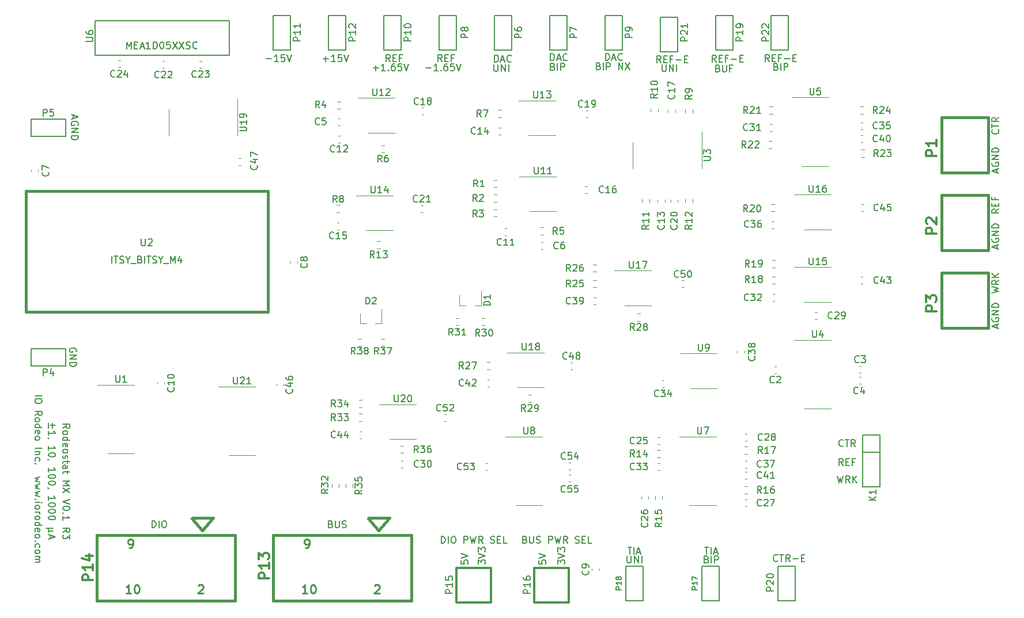
<source format=gto>
%TF.GenerationSoftware,KiCad,Pcbnew,5.1.7-a382d34a8~87~ubuntu18.04.1*%
%TF.CreationDate,2023-02-22T17:15:09-08:00*%
%TF.ProjectId,potentiostat,706f7465-6e74-4696-9f73-7461742e6b69,rev?*%
%TF.SameCoordinates,Original*%
%TF.FileFunction,Legend,Top*%
%TF.FilePolarity,Positive*%
%FSLAX46Y46*%
G04 Gerber Fmt 4.6, Leading zero omitted, Abs format (unit mm)*
G04 Created by KiCad (PCBNEW 5.1.7-a382d34a8~87~ubuntu18.04.1) date 2023-02-22 17:15:09*
%MOMM*%
%LPD*%
G01*
G04 APERTURE LIST*
%ADD10C,0.203200*%
%ADD11C,0.381000*%
%ADD12C,0.152400*%
%ADD13C,0.120000*%
%ADD14C,0.304800*%
%ADD15C,0.200000*%
%ADD16C,0.150000*%
%ADD17C,0.254000*%
G04 APERTURE END LIST*
D10*
X55220952Y-112033333D02*
X55220952Y-112807428D01*
X54833904Y-112420380D02*
X55608000Y-112420380D01*
X54640380Y-112807428D02*
X54640380Y-112033333D01*
X54640380Y-113823428D02*
X54640380Y-113242857D01*
X54640380Y-113533142D02*
X55656380Y-113533142D01*
X55511238Y-113436380D01*
X55414476Y-113339619D01*
X55366095Y-113242857D01*
X54688761Y-114307238D02*
X54640380Y-114307238D01*
X54543619Y-114258857D01*
X54495238Y-114210476D01*
X54640380Y-116048952D02*
X54640380Y-115468380D01*
X54640380Y-115758666D02*
X55656380Y-115758666D01*
X55511238Y-115661904D01*
X55414476Y-115565142D01*
X55366095Y-115468380D01*
X55656380Y-116677904D02*
X55656380Y-116774666D01*
X55608000Y-116871428D01*
X55559619Y-116919809D01*
X55462857Y-116968190D01*
X55269333Y-117016571D01*
X55027428Y-117016571D01*
X54833904Y-116968190D01*
X54737142Y-116919809D01*
X54688761Y-116871428D01*
X54640380Y-116774666D01*
X54640380Y-116677904D01*
X54688761Y-116581142D01*
X54737142Y-116532761D01*
X54833904Y-116484380D01*
X55027428Y-116436000D01*
X55269333Y-116436000D01*
X55462857Y-116484380D01*
X55559619Y-116532761D01*
X55608000Y-116581142D01*
X55656380Y-116677904D01*
X54688761Y-117500380D02*
X54640380Y-117500380D01*
X54543619Y-117452000D01*
X54495238Y-117403619D01*
X54640380Y-119242095D02*
X54640380Y-118661523D01*
X54640380Y-118951809D02*
X55656380Y-118951809D01*
X55511238Y-118855047D01*
X55414476Y-118758285D01*
X55366095Y-118661523D01*
X55656380Y-119871047D02*
X55656380Y-119967809D01*
X55608000Y-120064571D01*
X55559619Y-120112952D01*
X55462857Y-120161333D01*
X55269333Y-120209714D01*
X55027428Y-120209714D01*
X54833904Y-120161333D01*
X54737142Y-120112952D01*
X54688761Y-120064571D01*
X54640380Y-119967809D01*
X54640380Y-119871047D01*
X54688761Y-119774285D01*
X54737142Y-119725904D01*
X54833904Y-119677523D01*
X55027428Y-119629142D01*
X55269333Y-119629142D01*
X55462857Y-119677523D01*
X55559619Y-119725904D01*
X55608000Y-119774285D01*
X55656380Y-119871047D01*
X55656380Y-120838666D02*
X55656380Y-120935428D01*
X55608000Y-121032190D01*
X55559619Y-121080571D01*
X55462857Y-121128952D01*
X55269333Y-121177333D01*
X55027428Y-121177333D01*
X54833904Y-121128952D01*
X54737142Y-121080571D01*
X54688761Y-121032190D01*
X54640380Y-120935428D01*
X54640380Y-120838666D01*
X54688761Y-120741904D01*
X54737142Y-120693523D01*
X54833904Y-120645142D01*
X55027428Y-120596761D01*
X55269333Y-120596761D01*
X55462857Y-120645142D01*
X55559619Y-120693523D01*
X55608000Y-120741904D01*
X55656380Y-120838666D01*
X54688761Y-121661142D02*
X54640380Y-121661142D01*
X54543619Y-121612761D01*
X54495238Y-121564380D01*
X54640380Y-123402857D02*
X54640380Y-122822285D01*
X54640380Y-123112571D02*
X55656380Y-123112571D01*
X55511238Y-123015809D01*
X55414476Y-122919047D01*
X55366095Y-122822285D01*
X55656380Y-124031809D02*
X55656380Y-124128571D01*
X55608000Y-124225333D01*
X55559619Y-124273714D01*
X55462857Y-124322095D01*
X55269333Y-124370476D01*
X55027428Y-124370476D01*
X54833904Y-124322095D01*
X54737142Y-124273714D01*
X54688761Y-124225333D01*
X54640380Y-124128571D01*
X54640380Y-124031809D01*
X54688761Y-123935047D01*
X54737142Y-123886666D01*
X54833904Y-123838285D01*
X55027428Y-123789904D01*
X55269333Y-123789904D01*
X55462857Y-123838285D01*
X55559619Y-123886666D01*
X55608000Y-123935047D01*
X55656380Y-124031809D01*
X55656380Y-124999428D02*
X55656380Y-125096190D01*
X55608000Y-125192952D01*
X55559619Y-125241333D01*
X55462857Y-125289714D01*
X55269333Y-125338095D01*
X55027428Y-125338095D01*
X54833904Y-125289714D01*
X54737142Y-125241333D01*
X54688761Y-125192952D01*
X54640380Y-125096190D01*
X54640380Y-124999428D01*
X54688761Y-124902666D01*
X54737142Y-124854285D01*
X54833904Y-124805904D01*
X55027428Y-124757523D01*
X55269333Y-124757523D01*
X55462857Y-124805904D01*
X55559619Y-124854285D01*
X55608000Y-124902666D01*
X55656380Y-124999428D01*
X55656380Y-125967047D02*
X55656380Y-126063809D01*
X55608000Y-126160571D01*
X55559619Y-126208952D01*
X55462857Y-126257333D01*
X55269333Y-126305714D01*
X55027428Y-126305714D01*
X54833904Y-126257333D01*
X54737142Y-126208952D01*
X54688761Y-126160571D01*
X54640380Y-126063809D01*
X54640380Y-125967047D01*
X54688761Y-125870285D01*
X54737142Y-125821904D01*
X54833904Y-125773523D01*
X55027428Y-125725142D01*
X55269333Y-125725142D01*
X55462857Y-125773523D01*
X55559619Y-125821904D01*
X55608000Y-125870285D01*
X55656380Y-125967047D01*
X55317714Y-127515238D02*
X54301714Y-127515238D01*
X54785523Y-127999047D02*
X54688761Y-128047428D01*
X54640380Y-128144190D01*
X54785523Y-127515238D02*
X54688761Y-127563619D01*
X54640380Y-127660380D01*
X54640380Y-127853904D01*
X54688761Y-127950666D01*
X54785523Y-127999047D01*
X55317714Y-127999047D01*
X54930666Y-128531238D02*
X54930666Y-129015047D01*
X54640380Y-128434476D02*
X55656380Y-128773142D01*
X54640380Y-129111809D01*
X52640380Y-108035428D02*
X53656380Y-108035428D01*
X53656380Y-108712761D02*
X53656380Y-108906285D01*
X53608000Y-109003047D01*
X53511238Y-109099809D01*
X53317714Y-109148190D01*
X52979047Y-109148190D01*
X52785523Y-109099809D01*
X52688761Y-109003047D01*
X52640380Y-108906285D01*
X52640380Y-108712761D01*
X52688761Y-108616000D01*
X52785523Y-108519238D01*
X52979047Y-108470857D01*
X53317714Y-108470857D01*
X53511238Y-108519238D01*
X53608000Y-108616000D01*
X53656380Y-108712761D01*
X52640380Y-110938285D02*
X53124190Y-110599619D01*
X52640380Y-110357714D02*
X53656380Y-110357714D01*
X53656380Y-110744761D01*
X53608000Y-110841523D01*
X53559619Y-110889904D01*
X53462857Y-110938285D01*
X53317714Y-110938285D01*
X53220952Y-110889904D01*
X53172571Y-110841523D01*
X53124190Y-110744761D01*
X53124190Y-110357714D01*
X52640380Y-111518857D02*
X52688761Y-111422095D01*
X52737142Y-111373714D01*
X52833904Y-111325333D01*
X53124190Y-111325333D01*
X53220952Y-111373714D01*
X53269333Y-111422095D01*
X53317714Y-111518857D01*
X53317714Y-111664000D01*
X53269333Y-111760761D01*
X53220952Y-111809142D01*
X53124190Y-111857523D01*
X52833904Y-111857523D01*
X52737142Y-111809142D01*
X52688761Y-111760761D01*
X52640380Y-111664000D01*
X52640380Y-111518857D01*
X52640380Y-112728380D02*
X53656380Y-112728380D01*
X52688761Y-112728380D02*
X52640380Y-112631619D01*
X52640380Y-112438095D01*
X52688761Y-112341333D01*
X52737142Y-112292952D01*
X52833904Y-112244571D01*
X53124190Y-112244571D01*
X53220952Y-112292952D01*
X53269333Y-112341333D01*
X53317714Y-112438095D01*
X53317714Y-112631619D01*
X53269333Y-112728380D01*
X52688761Y-113599238D02*
X52640380Y-113502476D01*
X52640380Y-113308952D01*
X52688761Y-113212190D01*
X52785523Y-113163809D01*
X53172571Y-113163809D01*
X53269333Y-113212190D01*
X53317714Y-113308952D01*
X53317714Y-113502476D01*
X53269333Y-113599238D01*
X53172571Y-113647619D01*
X53075809Y-113647619D01*
X52979047Y-113163809D01*
X52640380Y-114228190D02*
X52688761Y-114131428D01*
X52737142Y-114083047D01*
X52833904Y-114034666D01*
X53124190Y-114034666D01*
X53220952Y-114083047D01*
X53269333Y-114131428D01*
X53317714Y-114228190D01*
X53317714Y-114373333D01*
X53269333Y-114470095D01*
X53220952Y-114518476D01*
X53124190Y-114566857D01*
X52833904Y-114566857D01*
X52737142Y-114518476D01*
X52688761Y-114470095D01*
X52640380Y-114373333D01*
X52640380Y-114228190D01*
X52640380Y-115776380D02*
X53656380Y-115776380D01*
X53317714Y-116260190D02*
X52640380Y-116260190D01*
X53220952Y-116260190D02*
X53269333Y-116308571D01*
X53317714Y-116405333D01*
X53317714Y-116550476D01*
X53269333Y-116647238D01*
X53172571Y-116695619D01*
X52640380Y-116695619D01*
X52688761Y-117614857D02*
X52640380Y-117518095D01*
X52640380Y-117324571D01*
X52688761Y-117227809D01*
X52737142Y-117179428D01*
X52833904Y-117131047D01*
X53124190Y-117131047D01*
X53220952Y-117179428D01*
X53269333Y-117227809D01*
X53317714Y-117324571D01*
X53317714Y-117518095D01*
X53269333Y-117614857D01*
X52737142Y-118050285D02*
X52688761Y-118098666D01*
X52640380Y-118050285D01*
X52688761Y-118001904D01*
X52737142Y-118050285D01*
X52640380Y-118050285D01*
X53317714Y-119985523D02*
X52640380Y-120179047D01*
X53124190Y-120372571D01*
X52640380Y-120566095D01*
X53317714Y-120759619D01*
X53317714Y-121049904D02*
X52640380Y-121243428D01*
X53124190Y-121436952D01*
X52640380Y-121630476D01*
X53317714Y-121824000D01*
X53317714Y-122114285D02*
X52640380Y-122307809D01*
X53124190Y-122501333D01*
X52640380Y-122694857D01*
X53317714Y-122888380D01*
X52737142Y-123275428D02*
X52688761Y-123323809D01*
X52640380Y-123275428D01*
X52688761Y-123227047D01*
X52737142Y-123275428D01*
X52640380Y-123275428D01*
X52640380Y-123759238D02*
X53317714Y-123759238D01*
X53656380Y-123759238D02*
X53608000Y-123710857D01*
X53559619Y-123759238D01*
X53608000Y-123807619D01*
X53656380Y-123759238D01*
X53559619Y-123759238D01*
X52640380Y-124388190D02*
X52688761Y-124291428D01*
X52737142Y-124243047D01*
X52833904Y-124194666D01*
X53124190Y-124194666D01*
X53220952Y-124243047D01*
X53269333Y-124291428D01*
X53317714Y-124388190D01*
X53317714Y-124533333D01*
X53269333Y-124630095D01*
X53220952Y-124678476D01*
X53124190Y-124726857D01*
X52833904Y-124726857D01*
X52737142Y-124678476D01*
X52688761Y-124630095D01*
X52640380Y-124533333D01*
X52640380Y-124388190D01*
X52640380Y-125162285D02*
X53317714Y-125162285D01*
X53124190Y-125162285D02*
X53220952Y-125210666D01*
X53269333Y-125259047D01*
X53317714Y-125355809D01*
X53317714Y-125452571D01*
X52640380Y-125936380D02*
X52688761Y-125839619D01*
X52737142Y-125791238D01*
X52833904Y-125742857D01*
X53124190Y-125742857D01*
X53220952Y-125791238D01*
X53269333Y-125839619D01*
X53317714Y-125936380D01*
X53317714Y-126081523D01*
X53269333Y-126178285D01*
X53220952Y-126226666D01*
X53124190Y-126275047D01*
X52833904Y-126275047D01*
X52737142Y-126226666D01*
X52688761Y-126178285D01*
X52640380Y-126081523D01*
X52640380Y-125936380D01*
X52640380Y-127145904D02*
X53656380Y-127145904D01*
X52688761Y-127145904D02*
X52640380Y-127049142D01*
X52640380Y-126855619D01*
X52688761Y-126758857D01*
X52737142Y-126710476D01*
X52833904Y-126662095D01*
X53124190Y-126662095D01*
X53220952Y-126710476D01*
X53269333Y-126758857D01*
X53317714Y-126855619D01*
X53317714Y-127049142D01*
X53269333Y-127145904D01*
X52688761Y-128016761D02*
X52640380Y-127920000D01*
X52640380Y-127726476D01*
X52688761Y-127629714D01*
X52785523Y-127581333D01*
X53172571Y-127581333D01*
X53269333Y-127629714D01*
X53317714Y-127726476D01*
X53317714Y-127920000D01*
X53269333Y-128016761D01*
X53172571Y-128065142D01*
X53075809Y-128065142D01*
X52979047Y-127581333D01*
X52640380Y-128645714D02*
X52688761Y-128548952D01*
X52737142Y-128500571D01*
X52833904Y-128452190D01*
X53124190Y-128452190D01*
X53220952Y-128500571D01*
X53269333Y-128548952D01*
X53317714Y-128645714D01*
X53317714Y-128790857D01*
X53269333Y-128887619D01*
X53220952Y-128936000D01*
X53124190Y-128984380D01*
X52833904Y-128984380D01*
X52737142Y-128936000D01*
X52688761Y-128887619D01*
X52640380Y-128790857D01*
X52640380Y-128645714D01*
X52737142Y-129419809D02*
X52688761Y-129468190D01*
X52640380Y-129419809D01*
X52688761Y-129371428D01*
X52737142Y-129419809D01*
X52640380Y-129419809D01*
X52688761Y-130339047D02*
X52640380Y-130242285D01*
X52640380Y-130048761D01*
X52688761Y-129952000D01*
X52737142Y-129903619D01*
X52833904Y-129855238D01*
X53124190Y-129855238D01*
X53220952Y-129903619D01*
X53269333Y-129952000D01*
X53317714Y-130048761D01*
X53317714Y-130242285D01*
X53269333Y-130339047D01*
X52640380Y-130919619D02*
X52688761Y-130822857D01*
X52737142Y-130774476D01*
X52833904Y-130726095D01*
X53124190Y-130726095D01*
X53220952Y-130774476D01*
X53269333Y-130822857D01*
X53317714Y-130919619D01*
X53317714Y-131064761D01*
X53269333Y-131161523D01*
X53220952Y-131209904D01*
X53124190Y-131258285D01*
X52833904Y-131258285D01*
X52737142Y-131209904D01*
X52688761Y-131161523D01*
X52640380Y-131064761D01*
X52640380Y-130919619D01*
X52640380Y-131693714D02*
X53317714Y-131693714D01*
X53220952Y-131693714D02*
X53269333Y-131742095D01*
X53317714Y-131838857D01*
X53317714Y-131984000D01*
X53269333Y-132080761D01*
X53172571Y-132129142D01*
X52640380Y-132129142D01*
X53172571Y-132129142D02*
X53269333Y-132177523D01*
X53317714Y-132274285D01*
X53317714Y-132419428D01*
X53269333Y-132516190D01*
X53172571Y-132564571D01*
X52640380Y-132564571D01*
X139651619Y-131625219D02*
X139651619Y-132447695D01*
X139700000Y-132544457D01*
X139748380Y-132592838D01*
X139845142Y-132641219D01*
X140038666Y-132641219D01*
X140135428Y-132592838D01*
X140183809Y-132544457D01*
X140232190Y-132447695D01*
X140232190Y-131625219D01*
X140716000Y-132641219D02*
X140716000Y-131625219D01*
X141296571Y-132641219D01*
X141296571Y-131625219D01*
X141780380Y-132641219D02*
X141780380Y-131625219D01*
X151316266Y-132109028D02*
X151461409Y-132157409D01*
X151509790Y-132205790D01*
X151558171Y-132302552D01*
X151558171Y-132447695D01*
X151509790Y-132544457D01*
X151461409Y-132592838D01*
X151364647Y-132641219D01*
X150977600Y-132641219D01*
X150977600Y-131625219D01*
X151316266Y-131625219D01*
X151413028Y-131673600D01*
X151461409Y-131721980D01*
X151509790Y-131818742D01*
X151509790Y-131915504D01*
X151461409Y-132012266D01*
X151413028Y-132060647D01*
X151316266Y-132109028D01*
X150977600Y-132109028D01*
X151993600Y-132641219D02*
X151993600Y-131625219D01*
X152477409Y-132641219D02*
X152477409Y-131625219D01*
X152864457Y-131625219D01*
X152961219Y-131673600D01*
X153009600Y-131721980D01*
X153057980Y-131818742D01*
X153057980Y-131963885D01*
X153009600Y-132060647D01*
X152961219Y-132109028D01*
X152864457Y-132157409D01*
X152477409Y-132157409D01*
X161527066Y-59617428D02*
X161672209Y-59665809D01*
X161720590Y-59714190D01*
X161768971Y-59810952D01*
X161768971Y-59956095D01*
X161720590Y-60052857D01*
X161672209Y-60101238D01*
X161575447Y-60149619D01*
X161188400Y-60149619D01*
X161188400Y-59133619D01*
X161527066Y-59133619D01*
X161623828Y-59182000D01*
X161672209Y-59230380D01*
X161720590Y-59327142D01*
X161720590Y-59423904D01*
X161672209Y-59520666D01*
X161623828Y-59569047D01*
X161527066Y-59617428D01*
X161188400Y-59617428D01*
X162204400Y-60149619D02*
X162204400Y-59133619D01*
X162688209Y-60149619D02*
X162688209Y-59133619D01*
X163075257Y-59133619D01*
X163172019Y-59182000D01*
X163220400Y-59230380D01*
X163268780Y-59327142D01*
X163268780Y-59472285D01*
X163220400Y-59569047D01*
X163172019Y-59617428D01*
X163075257Y-59665809D01*
X162688209Y-59665809D01*
X152978152Y-59871428D02*
X153123295Y-59919809D01*
X153171676Y-59968190D01*
X153220057Y-60064952D01*
X153220057Y-60210095D01*
X153171676Y-60306857D01*
X153123295Y-60355238D01*
X153026533Y-60403619D01*
X152639485Y-60403619D01*
X152639485Y-59387619D01*
X152978152Y-59387619D01*
X153074914Y-59436000D01*
X153123295Y-59484380D01*
X153171676Y-59581142D01*
X153171676Y-59677904D01*
X153123295Y-59774666D01*
X153074914Y-59823047D01*
X152978152Y-59871428D01*
X152639485Y-59871428D01*
X153655485Y-59387619D02*
X153655485Y-60210095D01*
X153703866Y-60306857D01*
X153752247Y-60355238D01*
X153849009Y-60403619D01*
X154042533Y-60403619D01*
X154139295Y-60355238D01*
X154187676Y-60306857D01*
X154236057Y-60210095D01*
X154236057Y-59387619D01*
X155058533Y-59871428D02*
X154719866Y-59871428D01*
X154719866Y-60403619D02*
X154719866Y-59387619D01*
X155203676Y-59387619D01*
X144782419Y-59336819D02*
X144782419Y-60159295D01*
X144830800Y-60256057D01*
X144879180Y-60304438D01*
X144975942Y-60352819D01*
X145169466Y-60352819D01*
X145266228Y-60304438D01*
X145314609Y-60256057D01*
X145362990Y-60159295D01*
X145362990Y-59336819D01*
X145846800Y-60352819D02*
X145846800Y-59336819D01*
X146427371Y-60352819D01*
X146427371Y-59336819D01*
X146911180Y-60352819D02*
X146911180Y-59336819D01*
X135435219Y-59566628D02*
X135580361Y-59615009D01*
X135628742Y-59663390D01*
X135677123Y-59760152D01*
X135677123Y-59905295D01*
X135628742Y-60002057D01*
X135580361Y-60050438D01*
X135483600Y-60098819D01*
X135096552Y-60098819D01*
X135096552Y-59082819D01*
X135435219Y-59082819D01*
X135531980Y-59131200D01*
X135580361Y-59179580D01*
X135628742Y-59276342D01*
X135628742Y-59373104D01*
X135580361Y-59469866D01*
X135531980Y-59518247D01*
X135435219Y-59566628D01*
X135096552Y-59566628D01*
X136112552Y-60098819D02*
X136112552Y-59082819D01*
X136596361Y-60098819D02*
X136596361Y-59082819D01*
X136983409Y-59082819D01*
X137080171Y-59131200D01*
X137128552Y-59179580D01*
X137176933Y-59276342D01*
X137176933Y-59421485D01*
X137128552Y-59518247D01*
X137080171Y-59566628D01*
X136983409Y-59615009D01*
X136596361Y-59615009D01*
X138386457Y-60098819D02*
X138386457Y-59082819D01*
X138967028Y-60098819D01*
X138967028Y-59082819D01*
X139354076Y-59082819D02*
X140031409Y-60098819D01*
X140031409Y-59082819D02*
X139354076Y-60098819D01*
X110056990Y-59813371D02*
X110831085Y-59813371D01*
X111847085Y-60200419D02*
X111266514Y-60200419D01*
X111556800Y-60200419D02*
X111556800Y-59184419D01*
X111460038Y-59329561D01*
X111363276Y-59426323D01*
X111266514Y-59474704D01*
X112282514Y-60103657D02*
X112330895Y-60152038D01*
X112282514Y-60200419D01*
X112234133Y-60152038D01*
X112282514Y-60103657D01*
X112282514Y-60200419D01*
X113201752Y-59184419D02*
X113008228Y-59184419D01*
X112911466Y-59232800D01*
X112863085Y-59281180D01*
X112766323Y-59426323D01*
X112717942Y-59619847D01*
X112717942Y-60006895D01*
X112766323Y-60103657D01*
X112814704Y-60152038D01*
X112911466Y-60200419D01*
X113104990Y-60200419D01*
X113201752Y-60152038D01*
X113250133Y-60103657D01*
X113298514Y-60006895D01*
X113298514Y-59764990D01*
X113250133Y-59668228D01*
X113201752Y-59619847D01*
X113104990Y-59571466D01*
X112911466Y-59571466D01*
X112814704Y-59619847D01*
X112766323Y-59668228D01*
X112717942Y-59764990D01*
X114217752Y-59184419D02*
X113733942Y-59184419D01*
X113685561Y-59668228D01*
X113733942Y-59619847D01*
X113830704Y-59571466D01*
X114072609Y-59571466D01*
X114169371Y-59619847D01*
X114217752Y-59668228D01*
X114266133Y-59764990D01*
X114266133Y-60006895D01*
X114217752Y-60103657D01*
X114169371Y-60152038D01*
X114072609Y-60200419D01*
X113830704Y-60200419D01*
X113733942Y-60152038D01*
X113685561Y-60103657D01*
X114556419Y-59184419D02*
X114895085Y-60200419D01*
X115233752Y-59184419D01*
X102335390Y-59813371D02*
X103109485Y-59813371D01*
X102722438Y-60200419D02*
X102722438Y-59426323D01*
X104125485Y-60200419D02*
X103544914Y-60200419D01*
X103835200Y-60200419D02*
X103835200Y-59184419D01*
X103738438Y-59329561D01*
X103641676Y-59426323D01*
X103544914Y-59474704D01*
X104560914Y-60103657D02*
X104609295Y-60152038D01*
X104560914Y-60200419D01*
X104512533Y-60152038D01*
X104560914Y-60103657D01*
X104560914Y-60200419D01*
X105480152Y-59184419D02*
X105286628Y-59184419D01*
X105189866Y-59232800D01*
X105141485Y-59281180D01*
X105044723Y-59426323D01*
X104996342Y-59619847D01*
X104996342Y-60006895D01*
X105044723Y-60103657D01*
X105093104Y-60152038D01*
X105189866Y-60200419D01*
X105383390Y-60200419D01*
X105480152Y-60152038D01*
X105528533Y-60103657D01*
X105576914Y-60006895D01*
X105576914Y-59764990D01*
X105528533Y-59668228D01*
X105480152Y-59619847D01*
X105383390Y-59571466D01*
X105189866Y-59571466D01*
X105093104Y-59619847D01*
X105044723Y-59668228D01*
X104996342Y-59764990D01*
X106496152Y-59184419D02*
X106012342Y-59184419D01*
X105963961Y-59668228D01*
X106012342Y-59619847D01*
X106109104Y-59571466D01*
X106351009Y-59571466D01*
X106447771Y-59619847D01*
X106496152Y-59668228D01*
X106544533Y-59764990D01*
X106544533Y-60006895D01*
X106496152Y-60103657D01*
X106447771Y-60152038D01*
X106351009Y-60200419D01*
X106109104Y-60200419D01*
X106012342Y-60152038D01*
X105963961Y-60103657D01*
X106834819Y-59184419D02*
X107173485Y-60200419D01*
X107512152Y-59184419D01*
X128710266Y-59617428D02*
X128855409Y-59665809D01*
X128903790Y-59714190D01*
X128952171Y-59810952D01*
X128952171Y-59956095D01*
X128903790Y-60052857D01*
X128855409Y-60101238D01*
X128758647Y-60149619D01*
X128371600Y-60149619D01*
X128371600Y-59133619D01*
X128710266Y-59133619D01*
X128807028Y-59182000D01*
X128855409Y-59230380D01*
X128903790Y-59327142D01*
X128903790Y-59423904D01*
X128855409Y-59520666D01*
X128807028Y-59569047D01*
X128710266Y-59617428D01*
X128371600Y-59617428D01*
X129387600Y-60149619D02*
X129387600Y-59133619D01*
X129871409Y-60149619D02*
X129871409Y-59133619D01*
X130258457Y-59133619D01*
X130355219Y-59182000D01*
X130403600Y-59230380D01*
X130451980Y-59327142D01*
X130451980Y-59472285D01*
X130403600Y-59569047D01*
X130355219Y-59617428D01*
X130258457Y-59665809D01*
X129871409Y-59665809D01*
X120093619Y-59286019D02*
X120093619Y-60108495D01*
X120142000Y-60205257D01*
X120190380Y-60253638D01*
X120287142Y-60302019D01*
X120480666Y-60302019D01*
X120577428Y-60253638D01*
X120625809Y-60205257D01*
X120674190Y-60108495D01*
X120674190Y-59286019D01*
X121158000Y-60302019D02*
X121158000Y-59286019D01*
X121738571Y-60302019D01*
X121738571Y-59286019D01*
X122222380Y-60302019D02*
X122222380Y-59286019D01*
X160535257Y-58879619D02*
X160196590Y-58395809D01*
X159954685Y-58879619D02*
X159954685Y-57863619D01*
X160341733Y-57863619D01*
X160438495Y-57912000D01*
X160486876Y-57960380D01*
X160535257Y-58057142D01*
X160535257Y-58202285D01*
X160486876Y-58299047D01*
X160438495Y-58347428D01*
X160341733Y-58395809D01*
X159954685Y-58395809D01*
X160970685Y-58347428D02*
X161309352Y-58347428D01*
X161454495Y-58879619D02*
X160970685Y-58879619D01*
X160970685Y-57863619D01*
X161454495Y-57863619D01*
X162228590Y-58347428D02*
X161889923Y-58347428D01*
X161889923Y-58879619D02*
X161889923Y-57863619D01*
X162373733Y-57863619D01*
X162760780Y-58492571D02*
X163534876Y-58492571D01*
X164018685Y-58347428D02*
X164357352Y-58347428D01*
X164502495Y-58879619D02*
X164018685Y-58879619D01*
X164018685Y-57863619D01*
X164502495Y-57863619D01*
X171377428Y-115424857D02*
X171329047Y-115473238D01*
X171183904Y-115521619D01*
X171087142Y-115521619D01*
X170942000Y-115473238D01*
X170845238Y-115376476D01*
X170796857Y-115279714D01*
X170748476Y-115086190D01*
X170748476Y-114941047D01*
X170796857Y-114747523D01*
X170845238Y-114650761D01*
X170942000Y-114554000D01*
X171087142Y-114505619D01*
X171183904Y-114505619D01*
X171329047Y-114554000D01*
X171377428Y-114602380D01*
X171667714Y-114505619D02*
X172248285Y-114505619D01*
X171958000Y-115521619D02*
X171958000Y-114505619D01*
X173167523Y-115521619D02*
X172828857Y-115037809D01*
X172586952Y-115521619D02*
X172586952Y-114505619D01*
X172974000Y-114505619D01*
X173070761Y-114554000D01*
X173119142Y-114602380D01*
X173167523Y-114699142D01*
X173167523Y-114844285D01*
X173119142Y-114941047D01*
X173070761Y-114989428D01*
X172974000Y-115037809D01*
X172586952Y-115037809D01*
X171377428Y-118315619D02*
X171038761Y-117831809D01*
X170796857Y-118315619D02*
X170796857Y-117299619D01*
X171183904Y-117299619D01*
X171280666Y-117348000D01*
X171329047Y-117396380D01*
X171377428Y-117493142D01*
X171377428Y-117638285D01*
X171329047Y-117735047D01*
X171280666Y-117783428D01*
X171183904Y-117831809D01*
X170796857Y-117831809D01*
X171812857Y-117783428D02*
X172151523Y-117783428D01*
X172296666Y-118315619D02*
X171812857Y-118315619D01*
X171812857Y-117299619D01*
X172296666Y-117299619D01*
X173070761Y-117783428D02*
X172732095Y-117783428D01*
X172732095Y-118315619D02*
X172732095Y-117299619D01*
X173215904Y-117299619D01*
X170506571Y-119839619D02*
X170748476Y-120855619D01*
X170942000Y-120129904D01*
X171135523Y-120855619D01*
X171377428Y-119839619D01*
X172345047Y-120855619D02*
X172006380Y-120371809D01*
X171764476Y-120855619D02*
X171764476Y-119839619D01*
X172151523Y-119839619D01*
X172248285Y-119888000D01*
X172296666Y-119936380D01*
X172345047Y-120033142D01*
X172345047Y-120178285D01*
X172296666Y-120275047D01*
X172248285Y-120323428D01*
X172151523Y-120371809D01*
X171764476Y-120371809D01*
X172780476Y-120855619D02*
X172780476Y-119839619D01*
X173361047Y-120855619D02*
X172925619Y-120275047D01*
X173361047Y-119839619D02*
X172780476Y-120420190D01*
X194164857Y-68906571D02*
X194213238Y-68954952D01*
X194261619Y-69100095D01*
X194261619Y-69196857D01*
X194213238Y-69342000D01*
X194116476Y-69438761D01*
X194019714Y-69487142D01*
X193826190Y-69535523D01*
X193681047Y-69535523D01*
X193487523Y-69487142D01*
X193390761Y-69438761D01*
X193294000Y-69342000D01*
X193245619Y-69196857D01*
X193245619Y-69100095D01*
X193294000Y-68954952D01*
X193342380Y-68906571D01*
X193245619Y-68616285D02*
X193245619Y-68035714D01*
X194261619Y-68326000D02*
X193245619Y-68326000D01*
X194261619Y-67116476D02*
X193777809Y-67455142D01*
X194261619Y-67697047D02*
X193245619Y-67697047D01*
X193245619Y-67310000D01*
X193294000Y-67213238D01*
X193342380Y-67164857D01*
X193439142Y-67116476D01*
X193584285Y-67116476D01*
X193681047Y-67164857D01*
X193729428Y-67213238D01*
X193777809Y-67310000D01*
X193777809Y-67697047D01*
X194261619Y-80590571D02*
X193777809Y-80929238D01*
X194261619Y-81171142D02*
X193245619Y-81171142D01*
X193245619Y-80784095D01*
X193294000Y-80687333D01*
X193342380Y-80638952D01*
X193439142Y-80590571D01*
X193584285Y-80590571D01*
X193681047Y-80638952D01*
X193729428Y-80687333D01*
X193777809Y-80784095D01*
X193777809Y-81171142D01*
X193729428Y-80155142D02*
X193729428Y-79816476D01*
X194261619Y-79671333D02*
X194261619Y-80155142D01*
X193245619Y-80155142D01*
X193245619Y-79671333D01*
X193729428Y-78897238D02*
X193729428Y-79235904D01*
X194261619Y-79235904D02*
X193245619Y-79235904D01*
X193245619Y-78752095D01*
X193245619Y-92891428D02*
X194261619Y-92649523D01*
X193535904Y-92456000D01*
X194261619Y-92262476D01*
X193245619Y-92020571D01*
X194261619Y-91052952D02*
X193777809Y-91391619D01*
X194261619Y-91633523D02*
X193245619Y-91633523D01*
X193245619Y-91246476D01*
X193294000Y-91149714D01*
X193342380Y-91101333D01*
X193439142Y-91052952D01*
X193584285Y-91052952D01*
X193681047Y-91101333D01*
X193729428Y-91149714D01*
X193777809Y-91246476D01*
X193777809Y-91633523D01*
X194261619Y-90617523D02*
X193245619Y-90617523D01*
X194261619Y-90036952D02*
X193681047Y-90472380D01*
X193245619Y-90036952D02*
X193826190Y-90617523D01*
X193971333Y-75196095D02*
X193971333Y-74712285D01*
X194261619Y-75292857D02*
X193245619Y-74954190D01*
X194261619Y-74615523D01*
X193294000Y-73744666D02*
X193245619Y-73841428D01*
X193245619Y-73986571D01*
X193294000Y-74131714D01*
X193390761Y-74228476D01*
X193487523Y-74276857D01*
X193681047Y-74325238D01*
X193826190Y-74325238D01*
X194019714Y-74276857D01*
X194116476Y-74228476D01*
X194213238Y-74131714D01*
X194261619Y-73986571D01*
X194261619Y-73889809D01*
X194213238Y-73744666D01*
X194164857Y-73696285D01*
X193826190Y-73696285D01*
X193826190Y-73889809D01*
X194261619Y-73260857D02*
X193245619Y-73260857D01*
X194261619Y-72680285D01*
X193245619Y-72680285D01*
X194261619Y-72196476D02*
X193245619Y-72196476D01*
X193245619Y-71954571D01*
X193294000Y-71809428D01*
X193390761Y-71712666D01*
X193487523Y-71664285D01*
X193681047Y-71615904D01*
X193826190Y-71615904D01*
X194019714Y-71664285D01*
X194116476Y-71712666D01*
X194213238Y-71809428D01*
X194261619Y-71954571D01*
X194261619Y-72196476D01*
X193971333Y-86372095D02*
X193971333Y-85888285D01*
X194261619Y-86468857D02*
X193245619Y-86130190D01*
X194261619Y-85791523D01*
X193294000Y-84920666D02*
X193245619Y-85017428D01*
X193245619Y-85162571D01*
X193294000Y-85307714D01*
X193390761Y-85404476D01*
X193487523Y-85452857D01*
X193681047Y-85501238D01*
X193826190Y-85501238D01*
X194019714Y-85452857D01*
X194116476Y-85404476D01*
X194213238Y-85307714D01*
X194261619Y-85162571D01*
X194261619Y-85065809D01*
X194213238Y-84920666D01*
X194164857Y-84872285D01*
X193826190Y-84872285D01*
X193826190Y-85065809D01*
X194261619Y-84436857D02*
X193245619Y-84436857D01*
X194261619Y-83856285D01*
X193245619Y-83856285D01*
X194261619Y-83372476D02*
X193245619Y-83372476D01*
X193245619Y-83130571D01*
X193294000Y-82985428D01*
X193390761Y-82888666D01*
X193487523Y-82840285D01*
X193681047Y-82791904D01*
X193826190Y-82791904D01*
X194019714Y-82840285D01*
X194116476Y-82888666D01*
X194213238Y-82985428D01*
X194261619Y-83130571D01*
X194261619Y-83372476D01*
X193971333Y-98056095D02*
X193971333Y-97572285D01*
X194261619Y-98152857D02*
X193245619Y-97814190D01*
X194261619Y-97475523D01*
X193294000Y-96604666D02*
X193245619Y-96701428D01*
X193245619Y-96846571D01*
X193294000Y-96991714D01*
X193390761Y-97088476D01*
X193487523Y-97136857D01*
X193681047Y-97185238D01*
X193826190Y-97185238D01*
X194019714Y-97136857D01*
X194116476Y-97088476D01*
X194213238Y-96991714D01*
X194261619Y-96846571D01*
X194261619Y-96749809D01*
X194213238Y-96604666D01*
X194164857Y-96556285D01*
X193826190Y-96556285D01*
X193826190Y-96749809D01*
X194261619Y-96120857D02*
X193245619Y-96120857D01*
X194261619Y-95540285D01*
X193245619Y-95540285D01*
X194261619Y-95056476D02*
X193245619Y-95056476D01*
X193245619Y-94814571D01*
X193294000Y-94669428D01*
X193390761Y-94572666D01*
X193487523Y-94524285D01*
X193681047Y-94475904D01*
X193826190Y-94475904D01*
X194019714Y-94524285D01*
X194116476Y-94572666D01*
X194213238Y-94669428D01*
X194261619Y-94814571D01*
X194261619Y-95056476D01*
X58250666Y-66789904D02*
X58250666Y-67273714D01*
X57960380Y-66693142D02*
X58976380Y-67031809D01*
X57960380Y-67370476D01*
X58928000Y-68241333D02*
X58976380Y-68144571D01*
X58976380Y-67999428D01*
X58928000Y-67854285D01*
X58831238Y-67757523D01*
X58734476Y-67709142D01*
X58540952Y-67660761D01*
X58395809Y-67660761D01*
X58202285Y-67709142D01*
X58105523Y-67757523D01*
X58008761Y-67854285D01*
X57960380Y-67999428D01*
X57960380Y-68096190D01*
X58008761Y-68241333D01*
X58057142Y-68289714D01*
X58395809Y-68289714D01*
X58395809Y-68096190D01*
X57960380Y-68725142D02*
X58976380Y-68725142D01*
X57960380Y-69305714D01*
X58976380Y-69305714D01*
X57960380Y-69789523D02*
X58976380Y-69789523D01*
X58976380Y-70031428D01*
X58928000Y-70176571D01*
X58831238Y-70273333D01*
X58734476Y-70321714D01*
X58540952Y-70370095D01*
X58395809Y-70370095D01*
X58202285Y-70321714D01*
X58105523Y-70273333D01*
X58008761Y-70176571D01*
X57960380Y-70031428D01*
X57960380Y-69789523D01*
X58674000Y-101587904D02*
X58722380Y-101491142D01*
X58722380Y-101346000D01*
X58674000Y-101200857D01*
X58577238Y-101104095D01*
X58480476Y-101055714D01*
X58286952Y-101007333D01*
X58141809Y-101007333D01*
X57948285Y-101055714D01*
X57851523Y-101104095D01*
X57754761Y-101200857D01*
X57706380Y-101346000D01*
X57706380Y-101442761D01*
X57754761Y-101587904D01*
X57803142Y-101636285D01*
X58141809Y-101636285D01*
X58141809Y-101442761D01*
X57706380Y-102071714D02*
X58722380Y-102071714D01*
X57706380Y-102652285D01*
X58722380Y-102652285D01*
X57706380Y-103136095D02*
X58722380Y-103136095D01*
X58722380Y-103378000D01*
X58674000Y-103523142D01*
X58577238Y-103619904D01*
X58480476Y-103668285D01*
X58286952Y-103716666D01*
X58141809Y-103716666D01*
X57948285Y-103668285D01*
X57851523Y-103619904D01*
X57754761Y-103523142D01*
X57706380Y-103378000D01*
X57706380Y-103136095D01*
X129491619Y-132829904D02*
X129491619Y-132200952D01*
X129878666Y-132539619D01*
X129878666Y-132394476D01*
X129927047Y-132297714D01*
X129975428Y-132249333D01*
X130072190Y-132200952D01*
X130314095Y-132200952D01*
X130410857Y-132249333D01*
X130459238Y-132297714D01*
X130507619Y-132394476D01*
X130507619Y-132684761D01*
X130459238Y-132781523D01*
X130410857Y-132829904D01*
X129491619Y-131910666D02*
X130507619Y-131572000D01*
X129491619Y-131233333D01*
X129491619Y-130991428D02*
X129491619Y-130362476D01*
X129878666Y-130701142D01*
X129878666Y-130556000D01*
X129927047Y-130459238D01*
X129975428Y-130410857D01*
X130072190Y-130362476D01*
X130314095Y-130362476D01*
X130410857Y-130410857D01*
X130459238Y-130459238D01*
X130507619Y-130556000D01*
X130507619Y-130846285D01*
X130459238Y-130943047D01*
X130410857Y-130991428D01*
X126697619Y-132273523D02*
X126697619Y-132757333D01*
X127181428Y-132805714D01*
X127133047Y-132757333D01*
X127084666Y-132660571D01*
X127084666Y-132418666D01*
X127133047Y-132321904D01*
X127181428Y-132273523D01*
X127278190Y-132225142D01*
X127520095Y-132225142D01*
X127616857Y-132273523D01*
X127665238Y-132321904D01*
X127713619Y-132418666D01*
X127713619Y-132660571D01*
X127665238Y-132757333D01*
X127616857Y-132805714D01*
X126697619Y-131934857D02*
X127713619Y-131596190D01*
X126697619Y-131257523D01*
X124617238Y-129213428D02*
X124762380Y-129261809D01*
X124810761Y-129310190D01*
X124859142Y-129406952D01*
X124859142Y-129552095D01*
X124810761Y-129648857D01*
X124762380Y-129697238D01*
X124665619Y-129745619D01*
X124278571Y-129745619D01*
X124278571Y-128729619D01*
X124617238Y-128729619D01*
X124714000Y-128778000D01*
X124762380Y-128826380D01*
X124810761Y-128923142D01*
X124810761Y-129019904D01*
X124762380Y-129116666D01*
X124714000Y-129165047D01*
X124617238Y-129213428D01*
X124278571Y-129213428D01*
X125294571Y-128729619D02*
X125294571Y-129552095D01*
X125342952Y-129648857D01*
X125391333Y-129697238D01*
X125488095Y-129745619D01*
X125681619Y-129745619D01*
X125778380Y-129697238D01*
X125826761Y-129648857D01*
X125875142Y-129552095D01*
X125875142Y-128729619D01*
X126310571Y-129697238D02*
X126455714Y-129745619D01*
X126697619Y-129745619D01*
X126794380Y-129697238D01*
X126842761Y-129648857D01*
X126891142Y-129552095D01*
X126891142Y-129455333D01*
X126842761Y-129358571D01*
X126794380Y-129310190D01*
X126697619Y-129261809D01*
X126504095Y-129213428D01*
X126407333Y-129165047D01*
X126358952Y-129116666D01*
X126310571Y-129019904D01*
X126310571Y-128923142D01*
X126358952Y-128826380D01*
X126407333Y-128778000D01*
X126504095Y-128729619D01*
X126746000Y-128729619D01*
X126891142Y-128778000D01*
X128100666Y-129745619D02*
X128100666Y-128729619D01*
X128487714Y-128729619D01*
X128584476Y-128778000D01*
X128632857Y-128826380D01*
X128681238Y-128923142D01*
X128681238Y-129068285D01*
X128632857Y-129165047D01*
X128584476Y-129213428D01*
X128487714Y-129261809D01*
X128100666Y-129261809D01*
X129019904Y-128729619D02*
X129261809Y-129745619D01*
X129455333Y-129019904D01*
X129648857Y-129745619D01*
X129890761Y-128729619D01*
X130858380Y-129745619D02*
X130519714Y-129261809D01*
X130277809Y-129745619D02*
X130277809Y-128729619D01*
X130664857Y-128729619D01*
X130761619Y-128778000D01*
X130810000Y-128826380D01*
X130858380Y-128923142D01*
X130858380Y-129068285D01*
X130810000Y-129165047D01*
X130761619Y-129213428D01*
X130664857Y-129261809D01*
X130277809Y-129261809D01*
X132019523Y-129697238D02*
X132164666Y-129745619D01*
X132406571Y-129745619D01*
X132503333Y-129697238D01*
X132551714Y-129648857D01*
X132600095Y-129552095D01*
X132600095Y-129455333D01*
X132551714Y-129358571D01*
X132503333Y-129310190D01*
X132406571Y-129261809D01*
X132213047Y-129213428D01*
X132116285Y-129165047D01*
X132067904Y-129116666D01*
X132019523Y-129019904D01*
X132019523Y-128923142D01*
X132067904Y-128826380D01*
X132116285Y-128778000D01*
X132213047Y-128729619D01*
X132454952Y-128729619D01*
X132600095Y-128778000D01*
X133035523Y-129213428D02*
X133374190Y-129213428D01*
X133519333Y-129745619D02*
X133035523Y-129745619D01*
X133035523Y-128729619D01*
X133519333Y-128729619D01*
X134438571Y-129745619D02*
X133954761Y-129745619D01*
X133954761Y-128729619D01*
X112328476Y-129745619D02*
X112328476Y-128729619D01*
X112570380Y-128729619D01*
X112715523Y-128778000D01*
X112812285Y-128874761D01*
X112860666Y-128971523D01*
X112909047Y-129165047D01*
X112909047Y-129310190D01*
X112860666Y-129503714D01*
X112812285Y-129600476D01*
X112715523Y-129697238D01*
X112570380Y-129745619D01*
X112328476Y-129745619D01*
X113344476Y-129745619D02*
X113344476Y-128729619D01*
X114021809Y-128729619D02*
X114215333Y-128729619D01*
X114312095Y-128778000D01*
X114408857Y-128874761D01*
X114457238Y-129068285D01*
X114457238Y-129406952D01*
X114408857Y-129600476D01*
X114312095Y-129697238D01*
X114215333Y-129745619D01*
X114021809Y-129745619D01*
X113925047Y-129697238D01*
X113828285Y-129600476D01*
X113779904Y-129406952D01*
X113779904Y-129068285D01*
X113828285Y-128874761D01*
X113925047Y-128778000D01*
X114021809Y-128729619D01*
X115666761Y-129745619D02*
X115666761Y-128729619D01*
X116053809Y-128729619D01*
X116150571Y-128778000D01*
X116198952Y-128826380D01*
X116247333Y-128923142D01*
X116247333Y-129068285D01*
X116198952Y-129165047D01*
X116150571Y-129213428D01*
X116053809Y-129261809D01*
X115666761Y-129261809D01*
X116586000Y-128729619D02*
X116827904Y-129745619D01*
X117021428Y-129019904D01*
X117214952Y-129745619D01*
X117456857Y-128729619D01*
X118424476Y-129745619D02*
X118085809Y-129261809D01*
X117843904Y-129745619D02*
X117843904Y-128729619D01*
X118230952Y-128729619D01*
X118327714Y-128778000D01*
X118376095Y-128826380D01*
X118424476Y-128923142D01*
X118424476Y-129068285D01*
X118376095Y-129165047D01*
X118327714Y-129213428D01*
X118230952Y-129261809D01*
X117843904Y-129261809D01*
X119585619Y-129697238D02*
X119730761Y-129745619D01*
X119972666Y-129745619D01*
X120069428Y-129697238D01*
X120117809Y-129648857D01*
X120166190Y-129552095D01*
X120166190Y-129455333D01*
X120117809Y-129358571D01*
X120069428Y-129310190D01*
X119972666Y-129261809D01*
X119779142Y-129213428D01*
X119682380Y-129165047D01*
X119634000Y-129116666D01*
X119585619Y-129019904D01*
X119585619Y-128923142D01*
X119634000Y-128826380D01*
X119682380Y-128778000D01*
X119779142Y-128729619D01*
X120021047Y-128729619D01*
X120166190Y-128778000D01*
X120601619Y-129213428D02*
X120940285Y-129213428D01*
X121085428Y-129745619D02*
X120601619Y-129745619D01*
X120601619Y-128729619D01*
X121085428Y-128729619D01*
X122004666Y-129745619D02*
X121520857Y-129745619D01*
X121520857Y-128729619D01*
X117807619Y-132829904D02*
X117807619Y-132200952D01*
X118194666Y-132539619D01*
X118194666Y-132394476D01*
X118243047Y-132297714D01*
X118291428Y-132249333D01*
X118388190Y-132200952D01*
X118630095Y-132200952D01*
X118726857Y-132249333D01*
X118775238Y-132297714D01*
X118823619Y-132394476D01*
X118823619Y-132684761D01*
X118775238Y-132781523D01*
X118726857Y-132829904D01*
X117807619Y-131910666D02*
X118823619Y-131572000D01*
X117807619Y-131233333D01*
X117807619Y-130991428D02*
X117807619Y-130362476D01*
X118194666Y-130701142D01*
X118194666Y-130556000D01*
X118243047Y-130459238D01*
X118291428Y-130410857D01*
X118388190Y-130362476D01*
X118630095Y-130362476D01*
X118726857Y-130410857D01*
X118775238Y-130459238D01*
X118823619Y-130556000D01*
X118823619Y-130846285D01*
X118775238Y-130943047D01*
X118726857Y-130991428D01*
X115267619Y-132273523D02*
X115267619Y-132757333D01*
X115751428Y-132805714D01*
X115703047Y-132757333D01*
X115654666Y-132660571D01*
X115654666Y-132418666D01*
X115703047Y-132321904D01*
X115751428Y-132273523D01*
X115848190Y-132225142D01*
X116090095Y-132225142D01*
X116186857Y-132273523D01*
X116235238Y-132321904D01*
X116283619Y-132418666D01*
X116283619Y-132660571D01*
X116235238Y-132757333D01*
X116186857Y-132805714D01*
X115267619Y-131934857D02*
X116283619Y-131596190D01*
X115267619Y-131257523D01*
X96084571Y-126927428D02*
X96229714Y-126975809D01*
X96278095Y-127024190D01*
X96326476Y-127120952D01*
X96326476Y-127266095D01*
X96278095Y-127362857D01*
X96229714Y-127411238D01*
X96132952Y-127459619D01*
X95745904Y-127459619D01*
X95745904Y-126443619D01*
X96084571Y-126443619D01*
X96181333Y-126492000D01*
X96229714Y-126540380D01*
X96278095Y-126637142D01*
X96278095Y-126733904D01*
X96229714Y-126830666D01*
X96181333Y-126879047D01*
X96084571Y-126927428D01*
X95745904Y-126927428D01*
X96761904Y-126443619D02*
X96761904Y-127266095D01*
X96810285Y-127362857D01*
X96858666Y-127411238D01*
X96955428Y-127459619D01*
X97148952Y-127459619D01*
X97245714Y-127411238D01*
X97294095Y-127362857D01*
X97342476Y-127266095D01*
X97342476Y-126443619D01*
X97777904Y-127411238D02*
X97923047Y-127459619D01*
X98164952Y-127459619D01*
X98261714Y-127411238D01*
X98310095Y-127362857D01*
X98358476Y-127266095D01*
X98358476Y-127169333D01*
X98310095Y-127072571D01*
X98261714Y-127024190D01*
X98164952Y-126975809D01*
X97971428Y-126927428D01*
X97874666Y-126879047D01*
X97826285Y-126830666D01*
X97777904Y-126733904D01*
X97777904Y-126637142D01*
X97826285Y-126540380D01*
X97874666Y-126492000D01*
X97971428Y-126443619D01*
X98213333Y-126443619D01*
X98358476Y-126492000D01*
X69825809Y-127459619D02*
X69825809Y-126443619D01*
X70067714Y-126443619D01*
X70212857Y-126492000D01*
X70309619Y-126588761D01*
X70358000Y-126685523D01*
X70406380Y-126879047D01*
X70406380Y-127024190D01*
X70358000Y-127217714D01*
X70309619Y-127314476D01*
X70212857Y-127411238D01*
X70067714Y-127459619D01*
X69825809Y-127459619D01*
X70841809Y-127459619D02*
X70841809Y-126443619D01*
X71519142Y-126443619D02*
X71712666Y-126443619D01*
X71809428Y-126492000D01*
X71906190Y-126588761D01*
X71954571Y-126782285D01*
X71954571Y-127120952D01*
X71906190Y-127314476D01*
X71809428Y-127411238D01*
X71712666Y-127459619D01*
X71519142Y-127459619D01*
X71422380Y-127411238D01*
X71325619Y-127314476D01*
X71277238Y-127120952D01*
X71277238Y-126782285D01*
X71325619Y-126588761D01*
X71422380Y-126492000D01*
X71519142Y-126443619D01*
X56740380Y-112828476D02*
X57224190Y-112489809D01*
X56740380Y-112247904D02*
X57756380Y-112247904D01*
X57756380Y-112634952D01*
X57708000Y-112731714D01*
X57659619Y-112780095D01*
X57562857Y-112828476D01*
X57417714Y-112828476D01*
X57320952Y-112780095D01*
X57272571Y-112731714D01*
X57224190Y-112634952D01*
X57224190Y-112247904D01*
X56740380Y-113409047D02*
X56788761Y-113312285D01*
X56837142Y-113263904D01*
X56933904Y-113215523D01*
X57224190Y-113215523D01*
X57320952Y-113263904D01*
X57369333Y-113312285D01*
X57417714Y-113409047D01*
X57417714Y-113554190D01*
X57369333Y-113650952D01*
X57320952Y-113699333D01*
X57224190Y-113747714D01*
X56933904Y-113747714D01*
X56837142Y-113699333D01*
X56788761Y-113650952D01*
X56740380Y-113554190D01*
X56740380Y-113409047D01*
X56740380Y-114618571D02*
X57756380Y-114618571D01*
X56788761Y-114618571D02*
X56740380Y-114521809D01*
X56740380Y-114328285D01*
X56788761Y-114231523D01*
X56837142Y-114183142D01*
X56933904Y-114134761D01*
X57224190Y-114134761D01*
X57320952Y-114183142D01*
X57369333Y-114231523D01*
X57417714Y-114328285D01*
X57417714Y-114521809D01*
X57369333Y-114618571D01*
X56788761Y-115489428D02*
X56740380Y-115392666D01*
X56740380Y-115199142D01*
X56788761Y-115102380D01*
X56885523Y-115054000D01*
X57272571Y-115054000D01*
X57369333Y-115102380D01*
X57417714Y-115199142D01*
X57417714Y-115392666D01*
X57369333Y-115489428D01*
X57272571Y-115537809D01*
X57175809Y-115537809D01*
X57079047Y-115054000D01*
X56740380Y-116118380D02*
X56788761Y-116021619D01*
X56837142Y-115973238D01*
X56933904Y-115924857D01*
X57224190Y-115924857D01*
X57320952Y-115973238D01*
X57369333Y-116021619D01*
X57417714Y-116118380D01*
X57417714Y-116263523D01*
X57369333Y-116360285D01*
X57320952Y-116408666D01*
X57224190Y-116457047D01*
X56933904Y-116457047D01*
X56837142Y-116408666D01*
X56788761Y-116360285D01*
X56740380Y-116263523D01*
X56740380Y-116118380D01*
X56788761Y-116844095D02*
X56740380Y-116940857D01*
X56740380Y-117134380D01*
X56788761Y-117231142D01*
X56885523Y-117279523D01*
X56933904Y-117279523D01*
X57030666Y-117231142D01*
X57079047Y-117134380D01*
X57079047Y-116989238D01*
X57127428Y-116892476D01*
X57224190Y-116844095D01*
X57272571Y-116844095D01*
X57369333Y-116892476D01*
X57417714Y-116989238D01*
X57417714Y-117134380D01*
X57369333Y-117231142D01*
X57417714Y-117569809D02*
X57417714Y-117956857D01*
X57756380Y-117714952D02*
X56885523Y-117714952D01*
X56788761Y-117763333D01*
X56740380Y-117860095D01*
X56740380Y-117956857D01*
X56740380Y-118730952D02*
X57272571Y-118730952D01*
X57369333Y-118682571D01*
X57417714Y-118585809D01*
X57417714Y-118392285D01*
X57369333Y-118295523D01*
X56788761Y-118730952D02*
X56740380Y-118634190D01*
X56740380Y-118392285D01*
X56788761Y-118295523D01*
X56885523Y-118247142D01*
X56982285Y-118247142D01*
X57079047Y-118295523D01*
X57127428Y-118392285D01*
X57127428Y-118634190D01*
X57175809Y-118730952D01*
X57417714Y-119069619D02*
X57417714Y-119456666D01*
X57756380Y-119214761D02*
X56885523Y-119214761D01*
X56788761Y-119263142D01*
X56740380Y-119359904D01*
X56740380Y-119456666D01*
X56740380Y-120569428D02*
X57756380Y-120569428D01*
X57030666Y-120908095D01*
X57756380Y-121246761D01*
X56740380Y-121246761D01*
X57756380Y-121633809D02*
X56740380Y-122311142D01*
X57756380Y-122311142D02*
X56740380Y-121633809D01*
X57756380Y-123327142D02*
X56740380Y-123665809D01*
X57756380Y-124004476D01*
X57756380Y-124536666D02*
X57756380Y-124633428D01*
X57708000Y-124730190D01*
X57659619Y-124778571D01*
X57562857Y-124826952D01*
X57369333Y-124875333D01*
X57127428Y-124875333D01*
X56933904Y-124826952D01*
X56837142Y-124778571D01*
X56788761Y-124730190D01*
X56740380Y-124633428D01*
X56740380Y-124536666D01*
X56788761Y-124439904D01*
X56837142Y-124391523D01*
X56933904Y-124343142D01*
X57127428Y-124294761D01*
X57369333Y-124294761D01*
X57562857Y-124343142D01*
X57659619Y-124391523D01*
X57708000Y-124439904D01*
X57756380Y-124536666D01*
X56837142Y-125310761D02*
X56788761Y-125359142D01*
X56740380Y-125310761D01*
X56788761Y-125262380D01*
X56837142Y-125310761D01*
X56740380Y-125310761D01*
X56740380Y-126326761D02*
X56740380Y-125746190D01*
X56740380Y-126036476D02*
X57756380Y-126036476D01*
X57611238Y-125939714D01*
X57514476Y-125842952D01*
X57466095Y-125746190D01*
X56740380Y-128116857D02*
X57224190Y-127778190D01*
X56740380Y-127536285D02*
X57756380Y-127536285D01*
X57756380Y-127923333D01*
X57708000Y-128020095D01*
X57659619Y-128068476D01*
X57562857Y-128116857D01*
X57417714Y-128116857D01*
X57320952Y-128068476D01*
X57272571Y-128020095D01*
X57224190Y-127923333D01*
X57224190Y-127536285D01*
X57756380Y-128455523D02*
X57756380Y-129084476D01*
X57369333Y-128745809D01*
X57369333Y-128890952D01*
X57320952Y-128987714D01*
X57272571Y-129036095D01*
X57175809Y-129084476D01*
X56933904Y-129084476D01*
X56837142Y-129036095D01*
X56788761Y-128987714D01*
X56740380Y-128890952D01*
X56740380Y-128600666D01*
X56788761Y-128503904D01*
X56837142Y-128455523D01*
X139748380Y-130355219D02*
X140328952Y-130355219D01*
X140038666Y-131371219D02*
X140038666Y-130355219D01*
X140667619Y-131371219D02*
X140667619Y-130355219D01*
X141103047Y-131080933D02*
X141586857Y-131080933D01*
X141006285Y-131371219D02*
X141344952Y-130355219D01*
X141683619Y-131371219D01*
X151025980Y-130355219D02*
X151606552Y-130355219D01*
X151316266Y-131371219D02*
X151316266Y-130355219D01*
X151945219Y-131371219D02*
X151945219Y-130355219D01*
X152380647Y-131080933D02*
X152864457Y-131080933D01*
X152283885Y-131371219D02*
X152622552Y-130355219D01*
X152961219Y-131371219D01*
X144584057Y-59032019D02*
X144245390Y-58548209D01*
X144003485Y-59032019D02*
X144003485Y-58016019D01*
X144390533Y-58016019D01*
X144487295Y-58064400D01*
X144535676Y-58112780D01*
X144584057Y-58209542D01*
X144584057Y-58354685D01*
X144535676Y-58451447D01*
X144487295Y-58499828D01*
X144390533Y-58548209D01*
X144003485Y-58548209D01*
X145019485Y-58499828D02*
X145358152Y-58499828D01*
X145503295Y-59032019D02*
X145019485Y-59032019D01*
X145019485Y-58016019D01*
X145503295Y-58016019D01*
X146277390Y-58499828D02*
X145938723Y-58499828D01*
X145938723Y-59032019D02*
X145938723Y-58016019D01*
X146422533Y-58016019D01*
X146809580Y-58644971D02*
X147583676Y-58644971D01*
X148067485Y-58499828D02*
X148406152Y-58499828D01*
X148551295Y-59032019D02*
X148067485Y-59032019D01*
X148067485Y-58016019D01*
X148551295Y-58016019D01*
X112449428Y-58879619D02*
X112110761Y-58395809D01*
X111868857Y-58879619D02*
X111868857Y-57863619D01*
X112255904Y-57863619D01*
X112352666Y-57912000D01*
X112401047Y-57960380D01*
X112449428Y-58057142D01*
X112449428Y-58202285D01*
X112401047Y-58299047D01*
X112352666Y-58347428D01*
X112255904Y-58395809D01*
X111868857Y-58395809D01*
X112884857Y-58347428D02*
X113223523Y-58347428D01*
X113368666Y-58879619D02*
X112884857Y-58879619D01*
X112884857Y-57863619D01*
X113368666Y-57863619D01*
X114142761Y-58347428D02*
X113804095Y-58347428D01*
X113804095Y-58879619D02*
X113804095Y-57863619D01*
X114287904Y-57863619D01*
X152712057Y-58930419D02*
X152373390Y-58446609D01*
X152131485Y-58930419D02*
X152131485Y-57914419D01*
X152518533Y-57914419D01*
X152615295Y-57962800D01*
X152663676Y-58011180D01*
X152712057Y-58107942D01*
X152712057Y-58253085D01*
X152663676Y-58349847D01*
X152615295Y-58398228D01*
X152518533Y-58446609D01*
X152131485Y-58446609D01*
X153147485Y-58398228D02*
X153486152Y-58398228D01*
X153631295Y-58930419D02*
X153147485Y-58930419D01*
X153147485Y-57914419D01*
X153631295Y-57914419D01*
X154405390Y-58398228D02*
X154066723Y-58398228D01*
X154066723Y-58930419D02*
X154066723Y-57914419D01*
X154550533Y-57914419D01*
X154937580Y-58543371D02*
X155711676Y-58543371D01*
X156195485Y-58398228D02*
X156534152Y-58398228D01*
X156679295Y-58930419D02*
X156195485Y-58930419D01*
X156195485Y-57914419D01*
X156679295Y-57914419D01*
X161754457Y-132341257D02*
X161706076Y-132389638D01*
X161560933Y-132438019D01*
X161464171Y-132438019D01*
X161319028Y-132389638D01*
X161222266Y-132292876D01*
X161173885Y-132196114D01*
X161125504Y-132002590D01*
X161125504Y-131857447D01*
X161173885Y-131663923D01*
X161222266Y-131567161D01*
X161319028Y-131470400D01*
X161464171Y-131422019D01*
X161560933Y-131422019D01*
X161706076Y-131470400D01*
X161754457Y-131518780D01*
X162044742Y-131422019D02*
X162625314Y-131422019D01*
X162335028Y-132438019D02*
X162335028Y-131422019D01*
X163544552Y-132438019D02*
X163205885Y-131954209D01*
X162963980Y-132438019D02*
X162963980Y-131422019D01*
X163351028Y-131422019D01*
X163447790Y-131470400D01*
X163496171Y-131518780D01*
X163544552Y-131615542D01*
X163544552Y-131760685D01*
X163496171Y-131857447D01*
X163447790Y-131905828D01*
X163351028Y-131954209D01*
X162963980Y-131954209D01*
X163979980Y-132050971D02*
X164754076Y-132050971D01*
X165237885Y-131905828D02*
X165576552Y-131905828D01*
X165721695Y-132438019D02*
X165237885Y-132438019D01*
X165237885Y-131422019D01*
X165721695Y-131422019D01*
X136458476Y-58676419D02*
X136458476Y-57660419D01*
X136700380Y-57660419D01*
X136845523Y-57708800D01*
X136942285Y-57805561D01*
X136990666Y-57902323D01*
X137039047Y-58095847D01*
X137039047Y-58240990D01*
X136990666Y-58434514D01*
X136942285Y-58531276D01*
X136845523Y-58628038D01*
X136700380Y-58676419D01*
X136458476Y-58676419D01*
X137426095Y-58386133D02*
X137909904Y-58386133D01*
X137329333Y-58676419D02*
X137668000Y-57660419D01*
X138006666Y-58676419D01*
X138925904Y-58579657D02*
X138877523Y-58628038D01*
X138732380Y-58676419D01*
X138635619Y-58676419D01*
X138490476Y-58628038D01*
X138393714Y-58531276D01*
X138345333Y-58434514D01*
X138296952Y-58240990D01*
X138296952Y-58095847D01*
X138345333Y-57902323D01*
X138393714Y-57805561D01*
X138490476Y-57708800D01*
X138635619Y-57660419D01*
X138732380Y-57660419D01*
X138877523Y-57708800D01*
X138925904Y-57757180D01*
X104829428Y-58879619D02*
X104490761Y-58395809D01*
X104248857Y-58879619D02*
X104248857Y-57863619D01*
X104635904Y-57863619D01*
X104732666Y-57912000D01*
X104781047Y-57960380D01*
X104829428Y-58057142D01*
X104829428Y-58202285D01*
X104781047Y-58299047D01*
X104732666Y-58347428D01*
X104635904Y-58395809D01*
X104248857Y-58395809D01*
X105264857Y-58347428D02*
X105603523Y-58347428D01*
X105748666Y-58879619D02*
X105264857Y-58879619D01*
X105264857Y-57863619D01*
X105748666Y-57863619D01*
X106522761Y-58347428D02*
X106184095Y-58347428D01*
X106184095Y-58879619D02*
X106184095Y-57863619D01*
X106667904Y-57863619D01*
X128381276Y-58727219D02*
X128381276Y-57711219D01*
X128623180Y-57711219D01*
X128768323Y-57759600D01*
X128865085Y-57856361D01*
X128913466Y-57953123D01*
X128961847Y-58146647D01*
X128961847Y-58291790D01*
X128913466Y-58485314D01*
X128865085Y-58582076D01*
X128768323Y-58678838D01*
X128623180Y-58727219D01*
X128381276Y-58727219D01*
X129348895Y-58436933D02*
X129832704Y-58436933D01*
X129252133Y-58727219D02*
X129590800Y-57711219D01*
X129929466Y-58727219D01*
X130848704Y-58630457D02*
X130800323Y-58678838D01*
X130655180Y-58727219D01*
X130558419Y-58727219D01*
X130413276Y-58678838D01*
X130316514Y-58582076D01*
X130268133Y-58485314D01*
X130219752Y-58291790D01*
X130219752Y-58146647D01*
X130268133Y-57953123D01*
X130316514Y-57856361D01*
X130413276Y-57759600D01*
X130558419Y-57711219D01*
X130655180Y-57711219D01*
X130800323Y-57759600D01*
X130848704Y-57807980D01*
X120151676Y-58930419D02*
X120151676Y-57914419D01*
X120393580Y-57914419D01*
X120538723Y-57962800D01*
X120635485Y-58059561D01*
X120683866Y-58156323D01*
X120732247Y-58349847D01*
X120732247Y-58494990D01*
X120683866Y-58688514D01*
X120635485Y-58785276D01*
X120538723Y-58882038D01*
X120393580Y-58930419D01*
X120151676Y-58930419D01*
X121119295Y-58640133D02*
X121603104Y-58640133D01*
X121022533Y-58930419D02*
X121361200Y-57914419D01*
X121699866Y-58930419D01*
X122619104Y-58833657D02*
X122570723Y-58882038D01*
X122425580Y-58930419D01*
X122328819Y-58930419D01*
X122183676Y-58882038D01*
X122086914Y-58785276D01*
X122038533Y-58688514D01*
X121990152Y-58494990D01*
X121990152Y-58349847D01*
X122038533Y-58156323D01*
X122086914Y-58059561D01*
X122183676Y-57962800D01*
X122328819Y-57914419D01*
X122425580Y-57914419D01*
X122570723Y-57962800D01*
X122619104Y-58011180D01*
X94983904Y-58492571D02*
X95758000Y-58492571D01*
X95370952Y-58879619D02*
X95370952Y-58105523D01*
X96774000Y-58879619D02*
X96193428Y-58879619D01*
X96483714Y-58879619D02*
X96483714Y-57863619D01*
X96386952Y-58008761D01*
X96290190Y-58105523D01*
X96193428Y-58153904D01*
X97693238Y-57863619D02*
X97209428Y-57863619D01*
X97161047Y-58347428D01*
X97209428Y-58299047D01*
X97306190Y-58250666D01*
X97548095Y-58250666D01*
X97644857Y-58299047D01*
X97693238Y-58347428D01*
X97741619Y-58444190D01*
X97741619Y-58686095D01*
X97693238Y-58782857D01*
X97644857Y-58831238D01*
X97548095Y-58879619D01*
X97306190Y-58879619D01*
X97209428Y-58831238D01*
X97161047Y-58782857D01*
X98031904Y-57863619D02*
X98370571Y-58879619D01*
X98709238Y-57863619D01*
X86601904Y-58492571D02*
X87376000Y-58492571D01*
X88392000Y-58879619D02*
X87811428Y-58879619D01*
X88101714Y-58879619D02*
X88101714Y-57863619D01*
X88004952Y-58008761D01*
X87908190Y-58105523D01*
X87811428Y-58153904D01*
X89311238Y-57863619D02*
X88827428Y-57863619D01*
X88779047Y-58347428D01*
X88827428Y-58299047D01*
X88924190Y-58250666D01*
X89166095Y-58250666D01*
X89262857Y-58299047D01*
X89311238Y-58347428D01*
X89359619Y-58444190D01*
X89359619Y-58686095D01*
X89311238Y-58782857D01*
X89262857Y-58831238D01*
X89166095Y-58879619D01*
X88924190Y-58879619D01*
X88827428Y-58831238D01*
X88779047Y-58782857D01*
X89649904Y-57863619D02*
X89988571Y-58879619D01*
X90327238Y-57863619D01*
D11*
%TO.C,U2*%
X51270000Y-77910000D02*
X51270000Y-95690000D01*
X86830000Y-77910000D02*
X51270000Y-77910000D01*
X86830000Y-95690000D02*
X86830000Y-77910000D01*
X51270000Y-95690000D02*
X86830000Y-95690000D01*
D12*
%TO.C,P5*%
X52070000Y-69850000D02*
X52070000Y-67310000D01*
X52070000Y-67310000D02*
X57150000Y-67310000D01*
X57150000Y-67310000D02*
X57150000Y-69850000D01*
X57150000Y-69850000D02*
X52070000Y-69850000D01*
D13*
%TO.C,C3*%
X173722420Y-103630000D02*
X174003580Y-103630000D01*
X173722420Y-104650000D02*
X174003580Y-104650000D01*
%TO.C,U11*%
X127254000Y-75799000D02*
X123804000Y-75799000D01*
X127254000Y-75799000D02*
X129204000Y-75799000D01*
X127254000Y-80919000D02*
X125304000Y-80919000D01*
X127254000Y-80919000D02*
X129204000Y-80919000D01*
D12*
%TO.C,K1*%
X174244000Y-113792000D02*
X176784000Y-113792000D01*
X176784000Y-113792000D02*
X176784000Y-121412000D01*
X176784000Y-121412000D02*
X174244000Y-121412000D01*
X174244000Y-121412000D02*
X174244000Y-113792000D01*
X176784000Y-116332000D02*
X174244000Y-116332000D01*
D11*
%TO.C,P14*%
X75722480Y-126085600D02*
X77246480Y-127863600D01*
X77246480Y-127861060D02*
X78770480Y-126083060D01*
X78783180Y-126050040D02*
X75780900Y-126050040D01*
X82042000Y-128524000D02*
X82042000Y-138176000D01*
X61722000Y-128524000D02*
X82042000Y-128524000D01*
X61722000Y-138176000D02*
X61722000Y-128524000D01*
X82042000Y-138176000D02*
X61722000Y-138176000D01*
%TO.C,P13*%
X101630480Y-126085600D02*
X103154480Y-127863600D01*
X103154480Y-127861060D02*
X104678480Y-126083060D01*
X104691180Y-126050040D02*
X101688900Y-126050040D01*
X107950000Y-128524000D02*
X107950000Y-138176000D01*
X87630000Y-128524000D02*
X107950000Y-128524000D01*
X87630000Y-138176000D02*
X87630000Y-128524000D01*
X107950000Y-138176000D02*
X87630000Y-138176000D01*
D12*
%TO.C,P7*%
X128270000Y-52070000D02*
X130810000Y-52070000D01*
X130810000Y-52070000D02*
X130810000Y-57150000D01*
X130810000Y-57150000D02*
X128270000Y-57150000D01*
X128270000Y-57150000D02*
X128270000Y-52070000D01*
%TO.C,P9*%
X136398000Y-52070000D02*
X138938000Y-52070000D01*
X138938000Y-52070000D02*
X138938000Y-57150000D01*
X138938000Y-57150000D02*
X136398000Y-57150000D01*
X136398000Y-57150000D02*
X136398000Y-52070000D01*
%TO.C,P20*%
X161798000Y-133096000D02*
X164338000Y-133096000D01*
X164338000Y-133096000D02*
X164338000Y-138176000D01*
X164338000Y-138176000D02*
X161798000Y-138176000D01*
X161798000Y-138176000D02*
X161798000Y-133096000D01*
%TO.C,P21*%
X144526000Y-57404000D02*
X144526000Y-52324000D01*
X147066000Y-57404000D02*
X144526000Y-57404000D01*
X147066000Y-52324000D02*
X147066000Y-57404000D01*
X144526000Y-52324000D02*
X147066000Y-52324000D01*
%TO.C,P19*%
X152654000Y-52070000D02*
X155194000Y-52070000D01*
X155194000Y-52070000D02*
X155194000Y-57150000D01*
X155194000Y-57150000D02*
X152654000Y-57150000D01*
X152654000Y-57150000D02*
X152654000Y-52070000D01*
%TO.C,P6*%
X120142000Y-52070000D02*
X122682000Y-52070000D01*
X122682000Y-52070000D02*
X122682000Y-57150000D01*
X122682000Y-57150000D02*
X120142000Y-57150000D01*
X120142000Y-57150000D02*
X120142000Y-52070000D01*
%TO.C,P10*%
X103886000Y-52070000D02*
X106426000Y-52070000D01*
X106426000Y-52070000D02*
X106426000Y-57150000D01*
X106426000Y-57150000D02*
X103886000Y-57150000D01*
X103886000Y-57150000D02*
X103886000Y-52070000D01*
%TO.C,P12*%
X95758000Y-52070000D02*
X98298000Y-52070000D01*
X98298000Y-52070000D02*
X98298000Y-57150000D01*
X98298000Y-57150000D02*
X95758000Y-57150000D01*
X95758000Y-57150000D02*
X95758000Y-52070000D01*
%TO.C,P11*%
X87630000Y-52070000D02*
X90170000Y-52070000D01*
X90170000Y-52070000D02*
X90170000Y-57150000D01*
X90170000Y-57150000D02*
X87630000Y-57150000D01*
X87630000Y-57150000D02*
X87630000Y-52070000D01*
%TO.C,P4*%
X57150000Y-101092000D02*
X57150000Y-103632000D01*
X57150000Y-103632000D02*
X52070000Y-103632000D01*
X52070000Y-103632000D02*
X52070000Y-101092000D01*
X52070000Y-101092000D02*
X57150000Y-101092000D01*
%TO.C,P18*%
X139446000Y-133096000D02*
X141986000Y-133096000D01*
X141986000Y-133096000D02*
X141986000Y-138176000D01*
X141986000Y-138176000D02*
X139446000Y-138176000D01*
X139446000Y-138176000D02*
X139446000Y-133096000D01*
%TO.C,P17*%
X150622000Y-133096000D02*
X153162000Y-133096000D01*
X153162000Y-133096000D02*
X153162000Y-138176000D01*
X153162000Y-138176000D02*
X150622000Y-138176000D01*
X150622000Y-138176000D02*
X150622000Y-133096000D01*
%TO.C,P8*%
X112014000Y-52070000D02*
X114554000Y-52070000D01*
X114554000Y-52070000D02*
X114554000Y-57150000D01*
X114554000Y-57150000D02*
X112014000Y-57150000D01*
X112014000Y-57150000D02*
X112014000Y-52070000D01*
D14*
%TO.C,P16*%
X125984000Y-138430000D02*
X125984000Y-133350000D01*
X131064000Y-138430000D02*
X125984000Y-138430000D01*
X131064000Y-133350000D02*
X131064000Y-138430000D01*
X125984000Y-133350000D02*
X131064000Y-133350000D01*
%TO.C,P15*%
X114554000Y-133350000D02*
X119634000Y-133350000D01*
X119634000Y-133350000D02*
X119634000Y-138430000D01*
X119634000Y-138430000D02*
X114554000Y-138430000D01*
X114554000Y-138430000D02*
X114554000Y-133350000D01*
D13*
%TO.C,C2*%
X161557580Y-103757000D02*
X161276420Y-103757000D01*
X161557580Y-104777000D02*
X161276420Y-104777000D01*
%TO.C,C4*%
X173722420Y-105281000D02*
X174003580Y-105281000D01*
X173722420Y-106301000D02*
X174003580Y-106301000D01*
%TO.C,C5*%
X97159420Y-68310000D02*
X97440580Y-68310000D01*
X97159420Y-67290000D02*
X97440580Y-67290000D01*
%TO.C,C6*%
X127267580Y-86489000D02*
X126986420Y-86489000D01*
X127267580Y-85469000D02*
X126986420Y-85469000D01*
%TO.C,C7*%
X53088000Y-75070580D02*
X53088000Y-74789420D01*
X52068000Y-75070580D02*
X52068000Y-74789420D01*
%TO.C,C8*%
X90168000Y-88532580D02*
X90168000Y-88251420D01*
X91188000Y-88532580D02*
X91188000Y-88251420D01*
%TO.C,C9*%
X135511000Y-133744580D02*
X135511000Y-133463420D01*
X134491000Y-133744580D02*
X134491000Y-133463420D01*
%TO.C,C10*%
X70610000Y-106312580D02*
X70610000Y-106031420D01*
X71630000Y-106312580D02*
X71630000Y-106031420D01*
%TO.C,C11*%
X121933580Y-83437000D02*
X121652420Y-83437000D01*
X121933580Y-84457000D02*
X121652420Y-84457000D01*
%TO.C,C12*%
X97440580Y-70810000D02*
X97159420Y-70810000D01*
X97440580Y-69790000D02*
X97159420Y-69790000D01*
%TO.C,C13*%
X144143000Y-79234420D02*
X144143000Y-79515580D01*
X145163000Y-79234420D02*
X145163000Y-79515580D01*
%TO.C,C14*%
X121044580Y-68578000D02*
X120763420Y-68578000D01*
X121044580Y-69598000D02*
X120763420Y-69598000D01*
%TO.C,C15*%
X97295580Y-82548000D02*
X97014420Y-82548000D01*
X97295580Y-83568000D02*
X97014420Y-83568000D01*
%TO.C,C16*%
X133463420Y-77214000D02*
X133744580Y-77214000D01*
X133463420Y-78234000D02*
X133744580Y-78234000D01*
%TO.C,C17*%
X145667000Y-66307580D02*
X145667000Y-66026420D01*
X146687000Y-66307580D02*
X146687000Y-66026420D01*
%TO.C,C18*%
X109460420Y-65657000D02*
X109741580Y-65657000D01*
X109460420Y-66677000D02*
X109741580Y-66677000D01*
%TO.C,C19*%
X133590420Y-66038000D02*
X133871580Y-66038000D01*
X133590420Y-67058000D02*
X133871580Y-67058000D01*
%TO.C,C20*%
X146048000Y-79234420D02*
X146048000Y-79515580D01*
X147068000Y-79234420D02*
X147068000Y-79515580D01*
%TO.C,C21*%
X109333420Y-81028000D02*
X109614580Y-81028000D01*
X109333420Y-80008000D02*
X109614580Y-80008000D01*
%TO.C,C22*%
X71360420Y-59819000D02*
X71641580Y-59819000D01*
X71360420Y-58799000D02*
X71641580Y-58799000D01*
%TO.C,C23*%
X77102580Y-59819000D02*
X76821420Y-59819000D01*
X77102580Y-58799000D02*
X76821420Y-58799000D01*
%TO.C,C24*%
X64883420Y-58672000D02*
X65164580Y-58672000D01*
X64883420Y-59692000D02*
X65164580Y-59692000D01*
%TO.C,C25*%
X144412580Y-114171000D02*
X144131420Y-114171000D01*
X144412580Y-115191000D02*
X144131420Y-115191000D01*
%TO.C,C26*%
X142750000Y-122922420D02*
X142750000Y-123203580D01*
X141730000Y-122922420D02*
X141730000Y-123203580D01*
%TO.C,C27*%
X156958420Y-124335000D02*
X157239580Y-124335000D01*
X156958420Y-123315000D02*
X157239580Y-123315000D01*
%TO.C,C28*%
X156958420Y-114683000D02*
X157239580Y-114683000D01*
X156958420Y-113663000D02*
X157239580Y-113663000D01*
%TO.C,C29*%
X167526580Y-96776000D02*
X167245420Y-96776000D01*
X167526580Y-95756000D02*
X167245420Y-95756000D01*
%TO.C,C30*%
X106693580Y-117600000D02*
X106412420Y-117600000D01*
X106693580Y-118620000D02*
X106412420Y-118620000D01*
%TO.C,C31*%
X160922580Y-69090000D02*
X160641420Y-69090000D01*
X160922580Y-68070000D02*
X160641420Y-68070000D01*
%TO.C,C32*%
X161303580Y-94109000D02*
X161022420Y-94109000D01*
X161303580Y-93089000D02*
X161022420Y-93089000D01*
%TO.C,C33*%
X144412580Y-117981000D02*
X144131420Y-117981000D01*
X144412580Y-119001000D02*
X144131420Y-119001000D01*
%TO.C,C34*%
X145047580Y-106809000D02*
X144766420Y-106809000D01*
X145047580Y-105789000D02*
X144766420Y-105789000D01*
%TO.C,C35*%
X173976420Y-68836000D02*
X174257580Y-68836000D01*
X173976420Y-67816000D02*
X174257580Y-67816000D01*
%TO.C,C36*%
X161176580Y-83441000D02*
X160895420Y-83441000D01*
X161176580Y-82421000D02*
X160895420Y-82421000D01*
%TO.C,C37*%
X156958420Y-117600000D02*
X157239580Y-117600000D01*
X156958420Y-118620000D02*
X157239580Y-118620000D01*
%TO.C,C38*%
X156847000Y-101740580D02*
X156847000Y-101459420D01*
X155827000Y-101740580D02*
X155827000Y-101459420D01*
%TO.C,C39*%
X135014580Y-93597000D02*
X134733420Y-93597000D01*
X135014580Y-94617000D02*
X134733420Y-94617000D01*
%TO.C,C40*%
X173976420Y-70741000D02*
X174257580Y-70741000D01*
X173976420Y-69721000D02*
X174257580Y-69721000D01*
%TO.C,C41*%
X156958420Y-119251000D02*
X157239580Y-119251000D01*
X156958420Y-120271000D02*
X157239580Y-120271000D01*
%TO.C,C42*%
X119393580Y-105662000D02*
X119112420Y-105662000D01*
X119393580Y-106682000D02*
X119112420Y-106682000D01*
%TO.C,C43*%
X173976420Y-90549000D02*
X174257580Y-90549000D01*
X173976420Y-91569000D02*
X174257580Y-91569000D01*
%TO.C,C44*%
X100597580Y-114302000D02*
X100316420Y-114302000D01*
X100597580Y-113282000D02*
X100316420Y-113282000D01*
%TO.C,C45*%
X174103420Y-80901000D02*
X174384580Y-80901000D01*
X174103420Y-79881000D02*
X174384580Y-79881000D01*
%TO.C,C46*%
X89156000Y-106566580D02*
X89156000Y-106285420D01*
X88136000Y-106566580D02*
X88136000Y-106285420D01*
%TO.C,C47*%
X82567420Y-74143000D02*
X82848580Y-74143000D01*
X82567420Y-73123000D02*
X82848580Y-73123000D01*
%TO.C,C48*%
X131304420Y-104142000D02*
X131585580Y-104142000D01*
X131304420Y-103122000D02*
X131585580Y-103122000D01*
%TO.C,C50*%
X147687420Y-92077000D02*
X147968580Y-92077000D01*
X147687420Y-91057000D02*
X147968580Y-91057000D01*
%TO.C,C52*%
X112762420Y-110742000D02*
X113043580Y-110742000D01*
X112762420Y-111762000D02*
X113043580Y-111762000D01*
%TO.C,D1*%
X115006000Y-94740000D02*
X115006000Y-93280000D01*
X118166000Y-94740000D02*
X118166000Y-92580000D01*
X118166000Y-94740000D02*
X117236000Y-94740000D01*
X115006000Y-94740000D02*
X115936000Y-94740000D01*
%TO.C,D2*%
X100401000Y-97407000D02*
X100401000Y-95947000D01*
X103561000Y-97407000D02*
X103561000Y-95247000D01*
X103561000Y-97407000D02*
X102631000Y-97407000D01*
X100401000Y-97407000D02*
X101331000Y-97407000D01*
D12*
%TO.C,P22*%
X160782000Y-57150000D02*
X160782000Y-52070000D01*
X163322000Y-57150000D02*
X160782000Y-57150000D01*
X163322000Y-52070000D02*
X163322000Y-57150000D01*
X160782000Y-52070000D02*
X163322000Y-52070000D01*
D13*
%TO.C,R1*%
X120506258Y-77357500D02*
X120031742Y-77357500D01*
X120506258Y-76312500D02*
X120031742Y-76312500D01*
%TO.C,R2*%
X120506258Y-79516500D02*
X120031742Y-79516500D01*
X120506258Y-78471500D02*
X120031742Y-78471500D01*
%TO.C,R3*%
X120031742Y-81675500D02*
X120506258Y-81675500D01*
X120031742Y-80630500D02*
X120506258Y-80630500D01*
%TO.C,R4*%
X97537258Y-65822500D02*
X97062742Y-65822500D01*
X97537258Y-64777500D02*
X97062742Y-64777500D01*
%TO.C,R5*%
X127364258Y-83297500D02*
X126889742Y-83297500D01*
X127364258Y-84342500D02*
X126889742Y-84342500D01*
%TO.C,R6*%
X103996258Y-71232500D02*
X103521742Y-71232500D01*
X103996258Y-72277500D02*
X103521742Y-72277500D01*
%TO.C,R7*%
X121141258Y-66025500D02*
X120666742Y-66025500D01*
X121141258Y-67070500D02*
X120666742Y-67070500D01*
%TO.C,R8*%
X97392258Y-81040500D02*
X96917742Y-81040500D01*
X97392258Y-79995500D02*
X96917742Y-79995500D01*
%TO.C,R9*%
X148194500Y-66404258D02*
X148194500Y-65929742D01*
X149239500Y-66404258D02*
X149239500Y-65929742D01*
%TO.C,R10*%
X144159500Y-66277258D02*
X144159500Y-65802742D01*
X143114500Y-66277258D02*
X143114500Y-65802742D01*
%TO.C,R11*%
X142889500Y-79137742D02*
X142889500Y-79612258D01*
X141844500Y-79137742D02*
X141844500Y-79612258D01*
%TO.C,R12*%
X148194500Y-79137742D02*
X148194500Y-79612258D01*
X149239500Y-79137742D02*
X149239500Y-79612258D01*
%TO.C,R13*%
X103361258Y-86374500D02*
X102886742Y-86374500D01*
X103361258Y-85329500D02*
X102886742Y-85329500D01*
%TO.C,R14*%
X144509258Y-117108500D02*
X144034742Y-117108500D01*
X144509258Y-116063500D02*
X144034742Y-116063500D01*
%TO.C,R15*%
X144794500Y-122825742D02*
X144794500Y-123300258D01*
X143749500Y-122825742D02*
X143749500Y-123300258D01*
%TO.C,R16*%
X156861742Y-122442500D02*
X157336258Y-122442500D01*
X156861742Y-121397500D02*
X157336258Y-121397500D01*
%TO.C,R17*%
X156861742Y-115555500D02*
X157336258Y-115555500D01*
X156861742Y-116600500D02*
X157336258Y-116600500D01*
%TO.C,R18*%
X161400258Y-91581500D02*
X160925742Y-91581500D01*
X161400258Y-90536500D02*
X160925742Y-90536500D01*
%TO.C,R19*%
X160925742Y-89168500D02*
X161400258Y-89168500D01*
X160925742Y-88123500D02*
X161400258Y-88123500D01*
%TO.C,R20*%
X161273258Y-79868500D02*
X160798742Y-79868500D01*
X161273258Y-80913500D02*
X160798742Y-80913500D01*
%TO.C,R21*%
X161019258Y-66562500D02*
X160544742Y-66562500D01*
X161019258Y-65517500D02*
X160544742Y-65517500D01*
%TO.C,R22*%
X160892258Y-71642500D02*
X160417742Y-71642500D01*
X160892258Y-70597500D02*
X160417742Y-70597500D01*
%TO.C,R23*%
X174006742Y-72912500D02*
X174481258Y-72912500D01*
X174006742Y-71867500D02*
X174481258Y-71867500D01*
%TO.C,R24*%
X173879742Y-65517500D02*
X174354258Y-65517500D01*
X173879742Y-66562500D02*
X174354258Y-66562500D01*
%TO.C,R25*%
X135111258Y-91044500D02*
X134636742Y-91044500D01*
X135111258Y-92089500D02*
X134636742Y-92089500D01*
%TO.C,R26*%
X135111258Y-88758500D02*
X134636742Y-88758500D01*
X135111258Y-89803500D02*
X134636742Y-89803500D01*
%TO.C,R27*%
X119490258Y-103109500D02*
X119015742Y-103109500D01*
X119490258Y-104154500D02*
X119015742Y-104154500D01*
%TO.C,R28*%
X141588258Y-97042500D02*
X141113742Y-97042500D01*
X141588258Y-95997500D02*
X141113742Y-95997500D01*
%TO.C,R29*%
X125586258Y-108980500D02*
X125111742Y-108980500D01*
X125586258Y-107935500D02*
X125111742Y-107935500D01*
%TO.C,R30*%
X118253742Y-97677500D02*
X118728258Y-97677500D01*
X118253742Y-96632500D02*
X118728258Y-96632500D01*
%TO.C,R31*%
X114443742Y-97677500D02*
X114918258Y-97677500D01*
X114443742Y-96632500D02*
X114918258Y-96632500D01*
%TO.C,R32*%
X96251500Y-121047742D02*
X96251500Y-121522258D01*
X97296500Y-121047742D02*
X97296500Y-121522258D01*
%TO.C,R33*%
X100694258Y-111774500D02*
X100219742Y-111774500D01*
X100694258Y-110729500D02*
X100219742Y-110729500D01*
%TO.C,R34*%
X100694258Y-108697500D02*
X100219742Y-108697500D01*
X100694258Y-109742500D02*
X100219742Y-109742500D01*
%TO.C,R35*%
X98283500Y-121047742D02*
X98283500Y-121522258D01*
X99328500Y-121047742D02*
X99328500Y-121522258D01*
%TO.C,R36*%
X106790258Y-116473500D02*
X106315742Y-116473500D01*
X106790258Y-115428500D02*
X106315742Y-115428500D01*
%TO.C,R37*%
X103521742Y-100725500D02*
X103996258Y-100725500D01*
X103521742Y-99680500D02*
X103996258Y-99680500D01*
%TO.C,R38*%
X100092742Y-99680500D02*
X100567258Y-99680500D01*
X100092742Y-100725500D02*
X100567258Y-100725500D01*
%TO.C,U1*%
X65278000Y-116566000D02*
X67228000Y-116566000D01*
X65278000Y-116566000D02*
X63328000Y-116566000D01*
X65278000Y-106446000D02*
X67228000Y-106446000D01*
X65278000Y-106446000D02*
X61828000Y-106446000D01*
%TO.C,U3*%
X150602000Y-72644000D02*
X150602000Y-69194000D01*
X150602000Y-72644000D02*
X150602000Y-74594000D01*
X140482000Y-72644000D02*
X140482000Y-70694000D01*
X140482000Y-72644000D02*
X140482000Y-74594000D01*
%TO.C,U4*%
X167640000Y-99842000D02*
X164190000Y-99842000D01*
X167640000Y-99842000D02*
X169590000Y-99842000D01*
X167640000Y-109962000D02*
X165690000Y-109962000D01*
X167640000Y-109962000D02*
X169590000Y-109962000D01*
%TO.C,U5*%
X167259000Y-64155000D02*
X163809000Y-64155000D01*
X167259000Y-64155000D02*
X169209000Y-64155000D01*
X167259000Y-74275000D02*
X165309000Y-74275000D01*
X167259000Y-74275000D02*
X169209000Y-74275000D01*
%TO.C,U7*%
X150749000Y-124186000D02*
X152699000Y-124186000D01*
X150749000Y-124186000D02*
X148799000Y-124186000D01*
X150749000Y-114066000D02*
X152699000Y-114066000D01*
X150749000Y-114066000D02*
X147299000Y-114066000D01*
%TO.C,U8*%
X125222000Y-114066000D02*
X121772000Y-114066000D01*
X125222000Y-114066000D02*
X127172000Y-114066000D01*
X125222000Y-124186000D02*
X123272000Y-124186000D01*
X125222000Y-124186000D02*
X127172000Y-124186000D01*
%TO.C,U9*%
X150876000Y-101834000D02*
X147426000Y-101834000D01*
X150876000Y-101834000D02*
X152826000Y-101834000D01*
X150876000Y-106954000D02*
X148926000Y-106954000D01*
X150876000Y-106954000D02*
X152826000Y-106954000D01*
%TO.C,U12*%
X103505000Y-69362000D02*
X105455000Y-69362000D01*
X103505000Y-69362000D02*
X101555000Y-69362000D01*
X103505000Y-64242000D02*
X105455000Y-64242000D01*
X103505000Y-64242000D02*
X100055000Y-64242000D01*
%TO.C,U13*%
X127127000Y-64623000D02*
X123677000Y-64623000D01*
X127127000Y-64623000D02*
X129077000Y-64623000D01*
X127127000Y-69743000D02*
X125177000Y-69743000D01*
X127127000Y-69743000D02*
X129077000Y-69743000D01*
%TO.C,U14*%
X103251000Y-78593000D02*
X99801000Y-78593000D01*
X103251000Y-78593000D02*
X105201000Y-78593000D01*
X103251000Y-83713000D02*
X101301000Y-83713000D01*
X103251000Y-83713000D02*
X105201000Y-83713000D01*
%TO.C,U15*%
X167640000Y-94254000D02*
X169590000Y-94254000D01*
X167640000Y-94254000D02*
X165690000Y-94254000D01*
X167640000Y-89134000D02*
X169590000Y-89134000D01*
X167640000Y-89134000D02*
X164190000Y-89134000D01*
%TO.C,U16*%
X167640000Y-83586000D02*
X169590000Y-83586000D01*
X167640000Y-83586000D02*
X165690000Y-83586000D01*
X167640000Y-78466000D02*
X169590000Y-78466000D01*
X167640000Y-78466000D02*
X164190000Y-78466000D01*
%TO.C,U17*%
X141224000Y-94762000D02*
X143174000Y-94762000D01*
X141224000Y-94762000D02*
X139274000Y-94762000D01*
X141224000Y-89642000D02*
X143174000Y-89642000D01*
X141224000Y-89642000D02*
X137774000Y-89642000D01*
%TO.C,U18*%
X125476000Y-101707000D02*
X122026000Y-101707000D01*
X125476000Y-101707000D02*
X127426000Y-101707000D01*
X125476000Y-106827000D02*
X123526000Y-106827000D01*
X125476000Y-106827000D02*
X127426000Y-106827000D01*
%TO.C,U19*%
X72296000Y-67833000D02*
X72296000Y-69783000D01*
X72296000Y-67833000D02*
X72296000Y-65883000D01*
X82416000Y-67833000D02*
X82416000Y-69783000D01*
X82416000Y-67833000D02*
X82416000Y-64383000D01*
%TO.C,U20*%
X106680000Y-114447000D02*
X108630000Y-114447000D01*
X106680000Y-114447000D02*
X104730000Y-114447000D01*
X106680000Y-109327000D02*
X108630000Y-109327000D01*
X106680000Y-109327000D02*
X103230000Y-109327000D01*
%TO.C,U21*%
X83058000Y-116820000D02*
X85008000Y-116820000D01*
X83058000Y-116820000D02*
X81108000Y-116820000D01*
X83058000Y-106700000D02*
X85008000Y-106700000D01*
X83058000Y-106700000D02*
X79608000Y-106700000D01*
%TO.C,C53*%
X119139580Y-119001000D02*
X118858420Y-119001000D01*
X119139580Y-117981000D02*
X118858420Y-117981000D01*
%TO.C,C54*%
X131063420Y-118874000D02*
X131344580Y-118874000D01*
X131063420Y-117854000D02*
X131344580Y-117854000D01*
%TO.C,C55*%
X131050420Y-120652000D02*
X131331580Y-120652000D01*
X131050420Y-119632000D02*
X131331580Y-119632000D01*
D15*
%TO.C,U6*%
X80518000Y-52832000D02*
X81153000Y-52832000D01*
X81153000Y-52832000D02*
X81153000Y-57912000D01*
X81153000Y-57912000D02*
X80518000Y-57912000D01*
X61468000Y-52832000D02*
X61468000Y-57912000D01*
X61468000Y-57912000D02*
X80518000Y-57912000D01*
X77978000Y-52832000D02*
X80518000Y-52832000D01*
X61468000Y-52832000D02*
X62738000Y-52832000D01*
X76708000Y-52832000D02*
X77978000Y-52832000D01*
X64008000Y-52832000D02*
X62738000Y-52832000D01*
X64008000Y-52832000D02*
X76708000Y-52832000D01*
D11*
%TO.C,P1*%
X192659000Y-75184000D02*
X192659000Y-67056000D01*
X185801000Y-75184000D02*
X192659000Y-75184000D01*
X185801000Y-67056000D02*
X185801000Y-75184000D01*
X192659000Y-67056000D02*
X185801000Y-67056000D01*
%TO.C,P2*%
X192659000Y-78486000D02*
X185801000Y-78486000D01*
X185801000Y-78486000D02*
X185801000Y-86614000D01*
X185801000Y-86614000D02*
X192659000Y-86614000D01*
X192659000Y-86614000D02*
X192659000Y-78486000D01*
%TO.C,P3*%
X192659000Y-98044000D02*
X192659000Y-89916000D01*
X185801000Y-98044000D02*
X192659000Y-98044000D01*
X185801000Y-89916000D02*
X185801000Y-98044000D01*
X192659000Y-89916000D02*
X185801000Y-89916000D01*
%TO.C,U2*%
D10*
X68275904Y-84973619D02*
X68275904Y-85796095D01*
X68324285Y-85892857D01*
X68372666Y-85941238D01*
X68469428Y-85989619D01*
X68662952Y-85989619D01*
X68759714Y-85941238D01*
X68808095Y-85892857D01*
X68856476Y-85796095D01*
X68856476Y-84973619D01*
X69291904Y-85070380D02*
X69340285Y-85022000D01*
X69437047Y-84973619D01*
X69678952Y-84973619D01*
X69775714Y-85022000D01*
X69824095Y-85070380D01*
X69872476Y-85167142D01*
X69872476Y-85263904D01*
X69824095Y-85409047D01*
X69243523Y-85989619D01*
X69872476Y-85989619D01*
D16*
X63930952Y-88522380D02*
X63930952Y-87522380D01*
X64264285Y-87522380D02*
X64835714Y-87522380D01*
X64550000Y-88522380D02*
X64550000Y-87522380D01*
X65121428Y-88474761D02*
X65264285Y-88522380D01*
X65502380Y-88522380D01*
X65597619Y-88474761D01*
X65645238Y-88427142D01*
X65692857Y-88331904D01*
X65692857Y-88236666D01*
X65645238Y-88141428D01*
X65597619Y-88093809D01*
X65502380Y-88046190D01*
X65311904Y-87998571D01*
X65216666Y-87950952D01*
X65169047Y-87903333D01*
X65121428Y-87808095D01*
X65121428Y-87712857D01*
X65169047Y-87617619D01*
X65216666Y-87570000D01*
X65311904Y-87522380D01*
X65550000Y-87522380D01*
X65692857Y-87570000D01*
X66311904Y-88046190D02*
X66311904Y-88522380D01*
X65978571Y-87522380D02*
X66311904Y-88046190D01*
X66645238Y-87522380D01*
X66740476Y-88617619D02*
X67502380Y-88617619D01*
X68073809Y-87998571D02*
X68216666Y-88046190D01*
X68264285Y-88093809D01*
X68311904Y-88189047D01*
X68311904Y-88331904D01*
X68264285Y-88427142D01*
X68216666Y-88474761D01*
X68121428Y-88522380D01*
X67740476Y-88522380D01*
X67740476Y-87522380D01*
X68073809Y-87522380D01*
X68169047Y-87570000D01*
X68216666Y-87617619D01*
X68264285Y-87712857D01*
X68264285Y-87808095D01*
X68216666Y-87903333D01*
X68169047Y-87950952D01*
X68073809Y-87998571D01*
X67740476Y-87998571D01*
X68740476Y-88522380D02*
X68740476Y-87522380D01*
X69073809Y-87522380D02*
X69645238Y-87522380D01*
X69359523Y-88522380D02*
X69359523Y-87522380D01*
X69930952Y-88474761D02*
X70073809Y-88522380D01*
X70311904Y-88522380D01*
X70407142Y-88474761D01*
X70454761Y-88427142D01*
X70502380Y-88331904D01*
X70502380Y-88236666D01*
X70454761Y-88141428D01*
X70407142Y-88093809D01*
X70311904Y-88046190D01*
X70121428Y-87998571D01*
X70026190Y-87950952D01*
X69978571Y-87903333D01*
X69930952Y-87808095D01*
X69930952Y-87712857D01*
X69978571Y-87617619D01*
X70026190Y-87570000D01*
X70121428Y-87522380D01*
X70359523Y-87522380D01*
X70502380Y-87570000D01*
X71121428Y-88046190D02*
X71121428Y-88522380D01*
X70788095Y-87522380D02*
X71121428Y-88046190D01*
X71454761Y-87522380D01*
X71550000Y-88617619D02*
X72311904Y-88617619D01*
X72550000Y-88522380D02*
X72550000Y-87522380D01*
X72883333Y-88236666D01*
X73216666Y-87522380D01*
X73216666Y-88522380D01*
X74121428Y-87855714D02*
X74121428Y-88522380D01*
X73883333Y-87474761D02*
X73645238Y-88189047D01*
X74264285Y-88189047D01*
%TO.C,P5*%
D10*
X53860095Y-66880619D02*
X53860095Y-65864619D01*
X54247142Y-65864619D01*
X54343904Y-65913000D01*
X54392285Y-65961380D01*
X54440666Y-66058142D01*
X54440666Y-66203285D01*
X54392285Y-66300047D01*
X54343904Y-66348428D01*
X54247142Y-66396809D01*
X53860095Y-66396809D01*
X55359904Y-65864619D02*
X54876095Y-65864619D01*
X54827714Y-66348428D01*
X54876095Y-66300047D01*
X54972857Y-66251666D01*
X55214761Y-66251666D01*
X55311523Y-66300047D01*
X55359904Y-66348428D01*
X55408285Y-66445190D01*
X55408285Y-66687095D01*
X55359904Y-66783857D01*
X55311523Y-66832238D01*
X55214761Y-66880619D01*
X54972857Y-66880619D01*
X54876095Y-66832238D01*
X54827714Y-66783857D01*
%TO.C,C3*%
D16*
X173696333Y-103067142D02*
X173648714Y-103114761D01*
X173505857Y-103162380D01*
X173410619Y-103162380D01*
X173267761Y-103114761D01*
X173172523Y-103019523D01*
X173124904Y-102924285D01*
X173077285Y-102733809D01*
X173077285Y-102590952D01*
X173124904Y-102400476D01*
X173172523Y-102305238D01*
X173267761Y-102210000D01*
X173410619Y-102162380D01*
X173505857Y-102162380D01*
X173648714Y-102210000D01*
X173696333Y-102257619D01*
X174029666Y-102162380D02*
X174648714Y-102162380D01*
X174315380Y-102543333D01*
X174458238Y-102543333D01*
X174553476Y-102590952D01*
X174601095Y-102638571D01*
X174648714Y-102733809D01*
X174648714Y-102971904D01*
X174601095Y-103067142D01*
X174553476Y-103114761D01*
X174458238Y-103162380D01*
X174172523Y-103162380D01*
X174077285Y-103114761D01*
X174029666Y-103067142D01*
%TO.C,U11*%
X126015904Y-74411380D02*
X126015904Y-75220904D01*
X126063523Y-75316142D01*
X126111142Y-75363761D01*
X126206380Y-75411380D01*
X126396857Y-75411380D01*
X126492095Y-75363761D01*
X126539714Y-75316142D01*
X126587333Y-75220904D01*
X126587333Y-74411380D01*
X127587333Y-75411380D02*
X127015904Y-75411380D01*
X127301619Y-75411380D02*
X127301619Y-74411380D01*
X127206380Y-74554238D01*
X127111142Y-74649476D01*
X127015904Y-74697095D01*
X128539714Y-75411380D02*
X127968285Y-75411380D01*
X128254000Y-75411380D02*
X128254000Y-74411380D01*
X128158761Y-74554238D01*
X128063523Y-74649476D01*
X127968285Y-74697095D01*
%TO.C,K1*%
D10*
X176227619Y-123431904D02*
X175211619Y-123431904D01*
X176227619Y-122851333D02*
X175647047Y-123286761D01*
X175211619Y-122851333D02*
X175792190Y-123431904D01*
X176227619Y-121883714D02*
X176227619Y-122464285D01*
X176227619Y-122174000D02*
X175211619Y-122174000D01*
X175356761Y-122270761D01*
X175453523Y-122367523D01*
X175501904Y-122464285D01*
%TO.C,P14*%
D14*
X61141428Y-135200571D02*
X59617428Y-135200571D01*
X59617428Y-134620000D01*
X59690000Y-134474857D01*
X59762571Y-134402285D01*
X59907714Y-134329714D01*
X60125428Y-134329714D01*
X60270571Y-134402285D01*
X60343142Y-134474857D01*
X60415714Y-134620000D01*
X60415714Y-135200571D01*
X61141428Y-132878285D02*
X61141428Y-133749142D01*
X61141428Y-133313714D02*
X59617428Y-133313714D01*
X59835142Y-133458857D01*
X59980285Y-133603999D01*
X60052857Y-133749142D01*
X60125428Y-131572000D02*
X61141428Y-131572000D01*
X59544857Y-131934857D02*
X60633428Y-132297714D01*
X60633428Y-131354285D01*
D17*
X76619462Y-135975876D02*
X76679939Y-135915400D01*
X76800891Y-135854923D01*
X77103272Y-135854923D01*
X77224224Y-135915400D01*
X77284700Y-135975876D01*
X77345177Y-136096828D01*
X77345177Y-136217780D01*
X77284700Y-136399209D01*
X76558986Y-137124923D01*
X77345177Y-137124923D01*
X66440715Y-130424403D02*
X66682620Y-130424403D01*
X66803572Y-130363927D01*
X66864048Y-130303451D01*
X66985000Y-130122022D01*
X67045477Y-129880118D01*
X67045477Y-129396308D01*
X66985000Y-129275356D01*
X66924524Y-129214880D01*
X66803572Y-129154403D01*
X66561667Y-129154403D01*
X66440715Y-129214880D01*
X66380239Y-129275356D01*
X66319762Y-129396308D01*
X66319762Y-129698689D01*
X66380239Y-129819641D01*
X66440715Y-129880118D01*
X66561667Y-129940594D01*
X66803572Y-129940594D01*
X66924524Y-129880118D01*
X66985000Y-129819641D01*
X67045477Y-129698689D01*
X66740435Y-137124923D02*
X66014720Y-137124923D01*
X66377578Y-137124923D02*
X66377578Y-135854923D01*
X66256625Y-136036352D01*
X66135673Y-136157304D01*
X66014720Y-136217780D01*
X67526625Y-135854923D02*
X67647578Y-135854923D01*
X67768530Y-135915400D01*
X67829006Y-135975876D01*
X67889482Y-136096828D01*
X67949959Y-136338733D01*
X67949959Y-136641114D01*
X67889482Y-136883019D01*
X67829006Y-137003971D01*
X67768530Y-137064447D01*
X67647578Y-137124923D01*
X67526625Y-137124923D01*
X67405673Y-137064447D01*
X67345197Y-137003971D01*
X67284720Y-136883019D01*
X67224244Y-136641114D01*
X67224244Y-136338733D01*
X67284720Y-136096828D01*
X67345197Y-135975876D01*
X67405673Y-135915400D01*
X67526625Y-135854923D01*
%TO.C,P13*%
D14*
X87049428Y-134946571D02*
X85525428Y-134946571D01*
X85525428Y-134366000D01*
X85598000Y-134220857D01*
X85670571Y-134148285D01*
X85815714Y-134075714D01*
X86033428Y-134075714D01*
X86178571Y-134148285D01*
X86251142Y-134220857D01*
X86323714Y-134366000D01*
X86323714Y-134946571D01*
X87049428Y-132624285D02*
X87049428Y-133495142D01*
X87049428Y-133059714D02*
X85525428Y-133059714D01*
X85743142Y-133204857D01*
X85888285Y-133350000D01*
X85960857Y-133495142D01*
X85525428Y-132116285D02*
X85525428Y-131172857D01*
X86106000Y-131680857D01*
X86106000Y-131463142D01*
X86178571Y-131318000D01*
X86251142Y-131245428D01*
X86396285Y-131172857D01*
X86759142Y-131172857D01*
X86904285Y-131245428D01*
X86976857Y-131318000D01*
X87049428Y-131463142D01*
X87049428Y-131898571D01*
X86976857Y-132043714D01*
X86904285Y-132116285D01*
D17*
X102527462Y-135975876D02*
X102587939Y-135915400D01*
X102708891Y-135854923D01*
X103011272Y-135854923D01*
X103132224Y-135915400D01*
X103192700Y-135975876D01*
X103253177Y-136096828D01*
X103253177Y-136217780D01*
X103192700Y-136399209D01*
X102466986Y-137124923D01*
X103253177Y-137124923D01*
X92348715Y-130424403D02*
X92590620Y-130424403D01*
X92711572Y-130363927D01*
X92772048Y-130303451D01*
X92893000Y-130122022D01*
X92953477Y-129880118D01*
X92953477Y-129396308D01*
X92893000Y-129275356D01*
X92832524Y-129214880D01*
X92711572Y-129154403D01*
X92469667Y-129154403D01*
X92348715Y-129214880D01*
X92288239Y-129275356D01*
X92227762Y-129396308D01*
X92227762Y-129698689D01*
X92288239Y-129819641D01*
X92348715Y-129880118D01*
X92469667Y-129940594D01*
X92711572Y-129940594D01*
X92832524Y-129880118D01*
X92893000Y-129819641D01*
X92953477Y-129698689D01*
X92648435Y-137124923D02*
X91922720Y-137124923D01*
X92285578Y-137124923D02*
X92285578Y-135854923D01*
X92164625Y-136036352D01*
X92043673Y-136157304D01*
X91922720Y-136217780D01*
X93434625Y-135854923D02*
X93555578Y-135854923D01*
X93676530Y-135915400D01*
X93737006Y-135975876D01*
X93797482Y-136096828D01*
X93857959Y-136338733D01*
X93857959Y-136641114D01*
X93797482Y-136883019D01*
X93737006Y-137003971D01*
X93676530Y-137064447D01*
X93555578Y-137124923D01*
X93434625Y-137124923D01*
X93313673Y-137064447D01*
X93253197Y-137003971D01*
X93192720Y-136883019D01*
X93132244Y-136641114D01*
X93132244Y-136338733D01*
X93192720Y-136096828D01*
X93253197Y-135975876D01*
X93313673Y-135915400D01*
X93434625Y-135854923D01*
%TO.C,P7*%
D10*
X132285619Y-55359904D02*
X131269619Y-55359904D01*
X131269619Y-54972857D01*
X131318000Y-54876095D01*
X131366380Y-54827714D01*
X131463142Y-54779333D01*
X131608285Y-54779333D01*
X131705047Y-54827714D01*
X131753428Y-54876095D01*
X131801809Y-54972857D01*
X131801809Y-55359904D01*
X131269619Y-54440666D02*
X131269619Y-53763333D01*
X132285619Y-54198761D01*
%TO.C,P9*%
X140413619Y-55359904D02*
X139397619Y-55359904D01*
X139397619Y-54972857D01*
X139446000Y-54876095D01*
X139494380Y-54827714D01*
X139591142Y-54779333D01*
X139736285Y-54779333D01*
X139833047Y-54827714D01*
X139881428Y-54876095D01*
X139929809Y-54972857D01*
X139929809Y-55359904D01*
X140413619Y-54295523D02*
X140413619Y-54102000D01*
X140365238Y-54005238D01*
X140316857Y-53956857D01*
X140171714Y-53860095D01*
X139978190Y-53811714D01*
X139591142Y-53811714D01*
X139494380Y-53860095D01*
X139446000Y-53908476D01*
X139397619Y-54005238D01*
X139397619Y-54198761D01*
X139446000Y-54295523D01*
X139494380Y-54343904D01*
X139591142Y-54392285D01*
X139833047Y-54392285D01*
X139929809Y-54343904D01*
X139978190Y-54295523D01*
X140026571Y-54198761D01*
X140026571Y-54005238D01*
X139978190Y-53908476D01*
X139929809Y-53860095D01*
X139833047Y-53811714D01*
%TO.C,P20*%
X161140019Y-136768114D02*
X160124019Y-136768114D01*
X160124019Y-136381066D01*
X160172400Y-136284304D01*
X160220780Y-136235923D01*
X160317542Y-136187542D01*
X160462685Y-136187542D01*
X160559447Y-136235923D01*
X160607828Y-136284304D01*
X160656209Y-136381066D01*
X160656209Y-136768114D01*
X160220780Y-135800495D02*
X160172400Y-135752114D01*
X160124019Y-135655352D01*
X160124019Y-135413447D01*
X160172400Y-135316685D01*
X160220780Y-135268304D01*
X160317542Y-135219923D01*
X160414304Y-135219923D01*
X160559447Y-135268304D01*
X161140019Y-135848876D01*
X161140019Y-135219923D01*
X160124019Y-134590971D02*
X160124019Y-134494209D01*
X160172400Y-134397447D01*
X160220780Y-134349066D01*
X160317542Y-134300685D01*
X160511066Y-134252304D01*
X160752971Y-134252304D01*
X160946495Y-134300685D01*
X161043257Y-134349066D01*
X161091638Y-134397447D01*
X161140019Y-134494209D01*
X161140019Y-134590971D01*
X161091638Y-134687733D01*
X161043257Y-134736114D01*
X160946495Y-134784495D01*
X160752971Y-134832876D01*
X160511066Y-134832876D01*
X160317542Y-134784495D01*
X160220780Y-134736114D01*
X160172400Y-134687733D01*
X160124019Y-134590971D01*
%TO.C,P21*%
X148541619Y-55843714D02*
X147525619Y-55843714D01*
X147525619Y-55456666D01*
X147574000Y-55359904D01*
X147622380Y-55311523D01*
X147719142Y-55263142D01*
X147864285Y-55263142D01*
X147961047Y-55311523D01*
X148009428Y-55359904D01*
X148057809Y-55456666D01*
X148057809Y-55843714D01*
X147622380Y-54876095D02*
X147574000Y-54827714D01*
X147525619Y-54730952D01*
X147525619Y-54489047D01*
X147574000Y-54392285D01*
X147622380Y-54343904D01*
X147719142Y-54295523D01*
X147815904Y-54295523D01*
X147961047Y-54343904D01*
X148541619Y-54924476D01*
X148541619Y-54295523D01*
X148541619Y-53327904D02*
X148541619Y-53908476D01*
X148541619Y-53618190D02*
X147525619Y-53618190D01*
X147670761Y-53714952D01*
X147767523Y-53811714D01*
X147815904Y-53908476D01*
%TO.C,P19*%
X156669619Y-55843714D02*
X155653619Y-55843714D01*
X155653619Y-55456666D01*
X155702000Y-55359904D01*
X155750380Y-55311523D01*
X155847142Y-55263142D01*
X155992285Y-55263142D01*
X156089047Y-55311523D01*
X156137428Y-55359904D01*
X156185809Y-55456666D01*
X156185809Y-55843714D01*
X156669619Y-54295523D02*
X156669619Y-54876095D01*
X156669619Y-54585809D02*
X155653619Y-54585809D01*
X155798761Y-54682571D01*
X155895523Y-54779333D01*
X155943904Y-54876095D01*
X156669619Y-53811714D02*
X156669619Y-53618190D01*
X156621238Y-53521428D01*
X156572857Y-53473047D01*
X156427714Y-53376285D01*
X156234190Y-53327904D01*
X155847142Y-53327904D01*
X155750380Y-53376285D01*
X155702000Y-53424666D01*
X155653619Y-53521428D01*
X155653619Y-53714952D01*
X155702000Y-53811714D01*
X155750380Y-53860095D01*
X155847142Y-53908476D01*
X156089047Y-53908476D01*
X156185809Y-53860095D01*
X156234190Y-53811714D01*
X156282571Y-53714952D01*
X156282571Y-53521428D01*
X156234190Y-53424666D01*
X156185809Y-53376285D01*
X156089047Y-53327904D01*
%TO.C,P6*%
X124157619Y-55359904D02*
X123141619Y-55359904D01*
X123141619Y-54972857D01*
X123190000Y-54876095D01*
X123238380Y-54827714D01*
X123335142Y-54779333D01*
X123480285Y-54779333D01*
X123577047Y-54827714D01*
X123625428Y-54876095D01*
X123673809Y-54972857D01*
X123673809Y-55359904D01*
X123141619Y-53908476D02*
X123141619Y-54102000D01*
X123190000Y-54198761D01*
X123238380Y-54247142D01*
X123383523Y-54343904D01*
X123577047Y-54392285D01*
X123964095Y-54392285D01*
X124060857Y-54343904D01*
X124109238Y-54295523D01*
X124157619Y-54198761D01*
X124157619Y-54005238D01*
X124109238Y-53908476D01*
X124060857Y-53860095D01*
X123964095Y-53811714D01*
X123722190Y-53811714D01*
X123625428Y-53860095D01*
X123577047Y-53908476D01*
X123528666Y-54005238D01*
X123528666Y-54198761D01*
X123577047Y-54295523D01*
X123625428Y-54343904D01*
X123722190Y-54392285D01*
%TO.C,P10*%
X107901619Y-55843714D02*
X106885619Y-55843714D01*
X106885619Y-55456666D01*
X106934000Y-55359904D01*
X106982380Y-55311523D01*
X107079142Y-55263142D01*
X107224285Y-55263142D01*
X107321047Y-55311523D01*
X107369428Y-55359904D01*
X107417809Y-55456666D01*
X107417809Y-55843714D01*
X107901619Y-54295523D02*
X107901619Y-54876095D01*
X107901619Y-54585809D02*
X106885619Y-54585809D01*
X107030761Y-54682571D01*
X107127523Y-54779333D01*
X107175904Y-54876095D01*
X106885619Y-53666571D02*
X106885619Y-53569809D01*
X106934000Y-53473047D01*
X106982380Y-53424666D01*
X107079142Y-53376285D01*
X107272666Y-53327904D01*
X107514571Y-53327904D01*
X107708095Y-53376285D01*
X107804857Y-53424666D01*
X107853238Y-53473047D01*
X107901619Y-53569809D01*
X107901619Y-53666571D01*
X107853238Y-53763333D01*
X107804857Y-53811714D01*
X107708095Y-53860095D01*
X107514571Y-53908476D01*
X107272666Y-53908476D01*
X107079142Y-53860095D01*
X106982380Y-53811714D01*
X106934000Y-53763333D01*
X106885619Y-53666571D01*
%TO.C,P12*%
X99773619Y-55843714D02*
X98757619Y-55843714D01*
X98757619Y-55456666D01*
X98806000Y-55359904D01*
X98854380Y-55311523D01*
X98951142Y-55263142D01*
X99096285Y-55263142D01*
X99193047Y-55311523D01*
X99241428Y-55359904D01*
X99289809Y-55456666D01*
X99289809Y-55843714D01*
X99773619Y-54295523D02*
X99773619Y-54876095D01*
X99773619Y-54585809D02*
X98757619Y-54585809D01*
X98902761Y-54682571D01*
X98999523Y-54779333D01*
X99047904Y-54876095D01*
X98854380Y-53908476D02*
X98806000Y-53860095D01*
X98757619Y-53763333D01*
X98757619Y-53521428D01*
X98806000Y-53424666D01*
X98854380Y-53376285D01*
X98951142Y-53327904D01*
X99047904Y-53327904D01*
X99193047Y-53376285D01*
X99773619Y-53956857D01*
X99773619Y-53327904D01*
%TO.C,P11*%
X91645619Y-55843714D02*
X90629619Y-55843714D01*
X90629619Y-55456666D01*
X90678000Y-55359904D01*
X90726380Y-55311523D01*
X90823142Y-55263142D01*
X90968285Y-55263142D01*
X91065047Y-55311523D01*
X91113428Y-55359904D01*
X91161809Y-55456666D01*
X91161809Y-55843714D01*
X91645619Y-54295523D02*
X91645619Y-54876095D01*
X91645619Y-54585809D02*
X90629619Y-54585809D01*
X90774761Y-54682571D01*
X90871523Y-54779333D01*
X90919904Y-54876095D01*
X91645619Y-53327904D02*
X91645619Y-53908476D01*
X91645619Y-53618190D02*
X90629619Y-53618190D01*
X90774761Y-53714952D01*
X90871523Y-53811714D01*
X90919904Y-53908476D01*
%TO.C,P4*%
X53860095Y-105107619D02*
X53860095Y-104091619D01*
X54247142Y-104091619D01*
X54343904Y-104140000D01*
X54392285Y-104188380D01*
X54440666Y-104285142D01*
X54440666Y-104430285D01*
X54392285Y-104527047D01*
X54343904Y-104575428D01*
X54247142Y-104623809D01*
X53860095Y-104623809D01*
X55311523Y-104430285D02*
X55311523Y-105107619D01*
X55069619Y-104043238D02*
X54827714Y-104768952D01*
X55456666Y-104768952D01*
%TO.C,P18*%
D12*
X138774714Y-136561285D02*
X138012714Y-136561285D01*
X138012714Y-136271000D01*
X138049000Y-136198428D01*
X138085285Y-136162142D01*
X138157857Y-136125857D01*
X138266714Y-136125857D01*
X138339285Y-136162142D01*
X138375571Y-136198428D01*
X138411857Y-136271000D01*
X138411857Y-136561285D01*
X138774714Y-135400142D02*
X138774714Y-135835571D01*
X138774714Y-135617857D02*
X138012714Y-135617857D01*
X138121571Y-135690428D01*
X138194142Y-135763000D01*
X138230428Y-135835571D01*
X138339285Y-134964714D02*
X138303000Y-135037285D01*
X138266714Y-135073571D01*
X138194142Y-135109857D01*
X138157857Y-135109857D01*
X138085285Y-135073571D01*
X138049000Y-135037285D01*
X138012714Y-134964714D01*
X138012714Y-134819571D01*
X138049000Y-134747000D01*
X138085285Y-134710714D01*
X138157857Y-134674428D01*
X138194142Y-134674428D01*
X138266714Y-134710714D01*
X138303000Y-134747000D01*
X138339285Y-134819571D01*
X138339285Y-134964714D01*
X138375571Y-135037285D01*
X138411857Y-135073571D01*
X138484428Y-135109857D01*
X138629571Y-135109857D01*
X138702142Y-135073571D01*
X138738428Y-135037285D01*
X138774714Y-134964714D01*
X138774714Y-134819571D01*
X138738428Y-134747000D01*
X138702142Y-134710714D01*
X138629571Y-134674428D01*
X138484428Y-134674428D01*
X138411857Y-134710714D01*
X138375571Y-134747000D01*
X138339285Y-134819571D01*
%TO.C,P17*%
X149950714Y-136561285D02*
X149188714Y-136561285D01*
X149188714Y-136271000D01*
X149225000Y-136198428D01*
X149261285Y-136162142D01*
X149333857Y-136125857D01*
X149442714Y-136125857D01*
X149515285Y-136162142D01*
X149551571Y-136198428D01*
X149587857Y-136271000D01*
X149587857Y-136561285D01*
X149950714Y-135400142D02*
X149950714Y-135835571D01*
X149950714Y-135617857D02*
X149188714Y-135617857D01*
X149297571Y-135690428D01*
X149370142Y-135763000D01*
X149406428Y-135835571D01*
X149188714Y-135146142D02*
X149188714Y-134638142D01*
X149950714Y-134964714D01*
%TO.C,P8*%
D10*
X116283619Y-55359904D02*
X115267619Y-55359904D01*
X115267619Y-54972857D01*
X115316000Y-54876095D01*
X115364380Y-54827714D01*
X115461142Y-54779333D01*
X115606285Y-54779333D01*
X115703047Y-54827714D01*
X115751428Y-54876095D01*
X115799809Y-54972857D01*
X115799809Y-55359904D01*
X115703047Y-54198761D02*
X115654666Y-54295523D01*
X115606285Y-54343904D01*
X115509523Y-54392285D01*
X115461142Y-54392285D01*
X115364380Y-54343904D01*
X115316000Y-54295523D01*
X115267619Y-54198761D01*
X115267619Y-54005238D01*
X115316000Y-53908476D01*
X115364380Y-53860095D01*
X115461142Y-53811714D01*
X115509523Y-53811714D01*
X115606285Y-53860095D01*
X115654666Y-53908476D01*
X115703047Y-54005238D01*
X115703047Y-54198761D01*
X115751428Y-54295523D01*
X115799809Y-54343904D01*
X115896571Y-54392285D01*
X116090095Y-54392285D01*
X116186857Y-54343904D01*
X116235238Y-54295523D01*
X116283619Y-54198761D01*
X116283619Y-54005238D01*
X116235238Y-53908476D01*
X116186857Y-53860095D01*
X116090095Y-53811714D01*
X115896571Y-53811714D01*
X115799809Y-53860095D01*
X115751428Y-53908476D01*
X115703047Y-54005238D01*
%TO.C,P16*%
X125427619Y-137123714D02*
X124411619Y-137123714D01*
X124411619Y-136736666D01*
X124460000Y-136639904D01*
X124508380Y-136591523D01*
X124605142Y-136543142D01*
X124750285Y-136543142D01*
X124847047Y-136591523D01*
X124895428Y-136639904D01*
X124943809Y-136736666D01*
X124943809Y-137123714D01*
X125427619Y-135575523D02*
X125427619Y-136156095D01*
X125427619Y-135865809D02*
X124411619Y-135865809D01*
X124556761Y-135962571D01*
X124653523Y-136059333D01*
X124701904Y-136156095D01*
X124411619Y-134704666D02*
X124411619Y-134898190D01*
X124460000Y-134994952D01*
X124508380Y-135043333D01*
X124653523Y-135140095D01*
X124847047Y-135188476D01*
X125234095Y-135188476D01*
X125330857Y-135140095D01*
X125379238Y-135091714D01*
X125427619Y-134994952D01*
X125427619Y-134801428D01*
X125379238Y-134704666D01*
X125330857Y-134656285D01*
X125234095Y-134607904D01*
X124992190Y-134607904D01*
X124895428Y-134656285D01*
X124847047Y-134704666D01*
X124798666Y-134801428D01*
X124798666Y-134994952D01*
X124847047Y-135091714D01*
X124895428Y-135140095D01*
X124992190Y-135188476D01*
%TO.C,P15*%
X113997619Y-137123714D02*
X112981619Y-137123714D01*
X112981619Y-136736666D01*
X113030000Y-136639904D01*
X113078380Y-136591523D01*
X113175142Y-136543142D01*
X113320285Y-136543142D01*
X113417047Y-136591523D01*
X113465428Y-136639904D01*
X113513809Y-136736666D01*
X113513809Y-137123714D01*
X113997619Y-135575523D02*
X113997619Y-136156095D01*
X113997619Y-135865809D02*
X112981619Y-135865809D01*
X113126761Y-135962571D01*
X113223523Y-136059333D01*
X113271904Y-136156095D01*
X112981619Y-134656285D02*
X112981619Y-135140095D01*
X113465428Y-135188476D01*
X113417047Y-135140095D01*
X113368666Y-135043333D01*
X113368666Y-134801428D01*
X113417047Y-134704666D01*
X113465428Y-134656285D01*
X113562190Y-134607904D01*
X113804095Y-134607904D01*
X113900857Y-134656285D01*
X113949238Y-134704666D01*
X113997619Y-134801428D01*
X113997619Y-135043333D01*
X113949238Y-135140095D01*
X113900857Y-135188476D01*
%TO.C,C2*%
D16*
X161250333Y-106054142D02*
X161202714Y-106101761D01*
X161059857Y-106149380D01*
X160964619Y-106149380D01*
X160821761Y-106101761D01*
X160726523Y-106006523D01*
X160678904Y-105911285D01*
X160631285Y-105720809D01*
X160631285Y-105577952D01*
X160678904Y-105387476D01*
X160726523Y-105292238D01*
X160821761Y-105197000D01*
X160964619Y-105149380D01*
X161059857Y-105149380D01*
X161202714Y-105197000D01*
X161250333Y-105244619D01*
X161631285Y-105244619D02*
X161678904Y-105197000D01*
X161774142Y-105149380D01*
X162012238Y-105149380D01*
X162107476Y-105197000D01*
X162155095Y-105244619D01*
X162202714Y-105339857D01*
X162202714Y-105435095D01*
X162155095Y-105577952D01*
X161583666Y-106149380D01*
X162202714Y-106149380D01*
%TO.C,C4*%
X173569333Y-107672142D02*
X173521714Y-107719761D01*
X173378857Y-107767380D01*
X173283619Y-107767380D01*
X173140761Y-107719761D01*
X173045523Y-107624523D01*
X172997904Y-107529285D01*
X172950285Y-107338809D01*
X172950285Y-107195952D01*
X172997904Y-107005476D01*
X173045523Y-106910238D01*
X173140761Y-106815000D01*
X173283619Y-106767380D01*
X173378857Y-106767380D01*
X173521714Y-106815000D01*
X173569333Y-106862619D01*
X174426476Y-107100714D02*
X174426476Y-107767380D01*
X174188380Y-106719761D02*
X173950285Y-107434047D01*
X174569333Y-107434047D01*
%TO.C,C5*%
X94433333Y-68057142D02*
X94385714Y-68104761D01*
X94242857Y-68152380D01*
X94147619Y-68152380D01*
X94004761Y-68104761D01*
X93909523Y-68009523D01*
X93861904Y-67914285D01*
X93814285Y-67723809D01*
X93814285Y-67580952D01*
X93861904Y-67390476D01*
X93909523Y-67295238D01*
X94004761Y-67200000D01*
X94147619Y-67152380D01*
X94242857Y-67152380D01*
X94385714Y-67200000D01*
X94433333Y-67247619D01*
X95338095Y-67152380D02*
X94861904Y-67152380D01*
X94814285Y-67628571D01*
X94861904Y-67580952D01*
X94957142Y-67533333D01*
X95195238Y-67533333D01*
X95290476Y-67580952D01*
X95338095Y-67628571D01*
X95385714Y-67723809D01*
X95385714Y-67961904D01*
X95338095Y-68057142D01*
X95290476Y-68104761D01*
X95195238Y-68152380D01*
X94957142Y-68152380D01*
X94861904Y-68104761D01*
X94814285Y-68057142D01*
%TO.C,C6*%
X129500333Y-86336142D02*
X129452714Y-86383761D01*
X129309857Y-86431380D01*
X129214619Y-86431380D01*
X129071761Y-86383761D01*
X128976523Y-86288523D01*
X128928904Y-86193285D01*
X128881285Y-86002809D01*
X128881285Y-85859952D01*
X128928904Y-85669476D01*
X128976523Y-85574238D01*
X129071761Y-85479000D01*
X129214619Y-85431380D01*
X129309857Y-85431380D01*
X129452714Y-85479000D01*
X129500333Y-85526619D01*
X130357476Y-85431380D02*
X130167000Y-85431380D01*
X130071761Y-85479000D01*
X130024142Y-85526619D01*
X129928904Y-85669476D01*
X129881285Y-85859952D01*
X129881285Y-86240904D01*
X129928904Y-86336142D01*
X129976523Y-86383761D01*
X130071761Y-86431380D01*
X130262238Y-86431380D01*
X130357476Y-86383761D01*
X130405095Y-86336142D01*
X130452714Y-86240904D01*
X130452714Y-86002809D01*
X130405095Y-85907571D01*
X130357476Y-85859952D01*
X130262238Y-85812333D01*
X130071761Y-85812333D01*
X129976523Y-85859952D01*
X129928904Y-85907571D01*
X129881285Y-86002809D01*
%TO.C,C7*%
X54586142Y-75096666D02*
X54633761Y-75144285D01*
X54681380Y-75287142D01*
X54681380Y-75382380D01*
X54633761Y-75525238D01*
X54538523Y-75620476D01*
X54443285Y-75668095D01*
X54252809Y-75715714D01*
X54109952Y-75715714D01*
X53919476Y-75668095D01*
X53824238Y-75620476D01*
X53729000Y-75525238D01*
X53681380Y-75382380D01*
X53681380Y-75287142D01*
X53729000Y-75144285D01*
X53776619Y-75096666D01*
X53681380Y-74763333D02*
X53681380Y-74096666D01*
X54681380Y-74525238D01*
%TO.C,C8*%
X92559142Y-88558666D02*
X92606761Y-88606285D01*
X92654380Y-88749142D01*
X92654380Y-88844380D01*
X92606761Y-88987238D01*
X92511523Y-89082476D01*
X92416285Y-89130095D01*
X92225809Y-89177714D01*
X92082952Y-89177714D01*
X91892476Y-89130095D01*
X91797238Y-89082476D01*
X91702000Y-88987238D01*
X91654380Y-88844380D01*
X91654380Y-88749142D01*
X91702000Y-88606285D01*
X91749619Y-88558666D01*
X92082952Y-87987238D02*
X92035333Y-88082476D01*
X91987714Y-88130095D01*
X91892476Y-88177714D01*
X91844857Y-88177714D01*
X91749619Y-88130095D01*
X91702000Y-88082476D01*
X91654380Y-87987238D01*
X91654380Y-87796761D01*
X91702000Y-87701523D01*
X91749619Y-87653904D01*
X91844857Y-87606285D01*
X91892476Y-87606285D01*
X91987714Y-87653904D01*
X92035333Y-87701523D01*
X92082952Y-87796761D01*
X92082952Y-87987238D01*
X92130571Y-88082476D01*
X92178190Y-88130095D01*
X92273428Y-88177714D01*
X92463904Y-88177714D01*
X92559142Y-88130095D01*
X92606761Y-88082476D01*
X92654380Y-87987238D01*
X92654380Y-87796761D01*
X92606761Y-87701523D01*
X92559142Y-87653904D01*
X92463904Y-87606285D01*
X92273428Y-87606285D01*
X92178190Y-87653904D01*
X92130571Y-87701523D01*
X92082952Y-87796761D01*
%TO.C,C9*%
X133928142Y-133770666D02*
X133975761Y-133818285D01*
X134023380Y-133961142D01*
X134023380Y-134056380D01*
X133975761Y-134199238D01*
X133880523Y-134294476D01*
X133785285Y-134342095D01*
X133594809Y-134389714D01*
X133451952Y-134389714D01*
X133261476Y-134342095D01*
X133166238Y-134294476D01*
X133071000Y-134199238D01*
X133023380Y-134056380D01*
X133023380Y-133961142D01*
X133071000Y-133818285D01*
X133118619Y-133770666D01*
X134023380Y-133294476D02*
X134023380Y-133104000D01*
X133975761Y-133008761D01*
X133928142Y-132961142D01*
X133785285Y-132865904D01*
X133594809Y-132818285D01*
X133213857Y-132818285D01*
X133118619Y-132865904D01*
X133071000Y-132913523D01*
X133023380Y-133008761D01*
X133023380Y-133199238D01*
X133071000Y-133294476D01*
X133118619Y-133342095D01*
X133213857Y-133389714D01*
X133451952Y-133389714D01*
X133547190Y-133342095D01*
X133594809Y-133294476D01*
X133642428Y-133199238D01*
X133642428Y-133008761D01*
X133594809Y-132913523D01*
X133547190Y-132865904D01*
X133451952Y-132818285D01*
%TO.C,C10*%
X73001142Y-106814857D02*
X73048761Y-106862476D01*
X73096380Y-107005333D01*
X73096380Y-107100571D01*
X73048761Y-107243428D01*
X72953523Y-107338666D01*
X72858285Y-107386285D01*
X72667809Y-107433904D01*
X72524952Y-107433904D01*
X72334476Y-107386285D01*
X72239238Y-107338666D01*
X72144000Y-107243428D01*
X72096380Y-107100571D01*
X72096380Y-107005333D01*
X72144000Y-106862476D01*
X72191619Y-106814857D01*
X73096380Y-105862476D02*
X73096380Y-106433904D01*
X73096380Y-106148190D02*
X72096380Y-106148190D01*
X72239238Y-106243428D01*
X72334476Y-106338666D01*
X72382095Y-106433904D01*
X72096380Y-105243428D02*
X72096380Y-105148190D01*
X72144000Y-105052952D01*
X72191619Y-105005333D01*
X72286857Y-104957714D01*
X72477333Y-104910095D01*
X72715428Y-104910095D01*
X72905904Y-104957714D01*
X73001142Y-105005333D01*
X73048761Y-105052952D01*
X73096380Y-105148190D01*
X73096380Y-105243428D01*
X73048761Y-105338666D01*
X73001142Y-105386285D01*
X72905904Y-105433904D01*
X72715428Y-105481523D01*
X72477333Y-105481523D01*
X72286857Y-105433904D01*
X72191619Y-105386285D01*
X72144000Y-105338666D01*
X72096380Y-105243428D01*
%TO.C,C11*%
X121150142Y-85828142D02*
X121102523Y-85875761D01*
X120959666Y-85923380D01*
X120864428Y-85923380D01*
X120721571Y-85875761D01*
X120626333Y-85780523D01*
X120578714Y-85685285D01*
X120531095Y-85494809D01*
X120531095Y-85351952D01*
X120578714Y-85161476D01*
X120626333Y-85066238D01*
X120721571Y-84971000D01*
X120864428Y-84923380D01*
X120959666Y-84923380D01*
X121102523Y-84971000D01*
X121150142Y-85018619D01*
X122102523Y-85923380D02*
X121531095Y-85923380D01*
X121816809Y-85923380D02*
X121816809Y-84923380D01*
X121721571Y-85066238D01*
X121626333Y-85161476D01*
X121531095Y-85209095D01*
X123054904Y-85923380D02*
X122483476Y-85923380D01*
X122769190Y-85923380D02*
X122769190Y-84923380D01*
X122673952Y-85066238D01*
X122578714Y-85161476D01*
X122483476Y-85209095D01*
%TO.C,C12*%
X96657142Y-72087142D02*
X96609523Y-72134761D01*
X96466666Y-72182380D01*
X96371428Y-72182380D01*
X96228571Y-72134761D01*
X96133333Y-72039523D01*
X96085714Y-71944285D01*
X96038095Y-71753809D01*
X96038095Y-71610952D01*
X96085714Y-71420476D01*
X96133333Y-71325238D01*
X96228571Y-71230000D01*
X96371428Y-71182380D01*
X96466666Y-71182380D01*
X96609523Y-71230000D01*
X96657142Y-71277619D01*
X97609523Y-72182380D02*
X97038095Y-72182380D01*
X97323809Y-72182380D02*
X97323809Y-71182380D01*
X97228571Y-71325238D01*
X97133333Y-71420476D01*
X97038095Y-71468095D01*
X97990476Y-71277619D02*
X98038095Y-71230000D01*
X98133333Y-71182380D01*
X98371428Y-71182380D01*
X98466666Y-71230000D01*
X98514285Y-71277619D01*
X98561904Y-71372857D01*
X98561904Y-71468095D01*
X98514285Y-71610952D01*
X97942857Y-72182380D01*
X98561904Y-72182380D01*
%TO.C,C13*%
X145010142Y-82938857D02*
X145057761Y-82986476D01*
X145105380Y-83129333D01*
X145105380Y-83224571D01*
X145057761Y-83367428D01*
X144962523Y-83462666D01*
X144867285Y-83510285D01*
X144676809Y-83557904D01*
X144533952Y-83557904D01*
X144343476Y-83510285D01*
X144248238Y-83462666D01*
X144153000Y-83367428D01*
X144105380Y-83224571D01*
X144105380Y-83129333D01*
X144153000Y-82986476D01*
X144200619Y-82938857D01*
X145105380Y-81986476D02*
X145105380Y-82557904D01*
X145105380Y-82272190D02*
X144105380Y-82272190D01*
X144248238Y-82367428D01*
X144343476Y-82462666D01*
X144391095Y-82557904D01*
X144105380Y-81653142D02*
X144105380Y-81034095D01*
X144486333Y-81367428D01*
X144486333Y-81224571D01*
X144533952Y-81129333D01*
X144581571Y-81081714D01*
X144676809Y-81034095D01*
X144914904Y-81034095D01*
X145010142Y-81081714D01*
X145057761Y-81129333D01*
X145105380Y-81224571D01*
X145105380Y-81510285D01*
X145057761Y-81605523D01*
X145010142Y-81653142D01*
%TO.C,C14*%
X117340142Y-69445142D02*
X117292523Y-69492761D01*
X117149666Y-69540380D01*
X117054428Y-69540380D01*
X116911571Y-69492761D01*
X116816333Y-69397523D01*
X116768714Y-69302285D01*
X116721095Y-69111809D01*
X116721095Y-68968952D01*
X116768714Y-68778476D01*
X116816333Y-68683238D01*
X116911571Y-68588000D01*
X117054428Y-68540380D01*
X117149666Y-68540380D01*
X117292523Y-68588000D01*
X117340142Y-68635619D01*
X118292523Y-69540380D02*
X117721095Y-69540380D01*
X118006809Y-69540380D02*
X118006809Y-68540380D01*
X117911571Y-68683238D01*
X117816333Y-68778476D01*
X117721095Y-68826095D01*
X119149666Y-68873714D02*
X119149666Y-69540380D01*
X118911571Y-68492761D02*
X118673476Y-69207047D01*
X119292523Y-69207047D01*
%TO.C,C15*%
X96512142Y-84845142D02*
X96464523Y-84892761D01*
X96321666Y-84940380D01*
X96226428Y-84940380D01*
X96083571Y-84892761D01*
X95988333Y-84797523D01*
X95940714Y-84702285D01*
X95893095Y-84511809D01*
X95893095Y-84368952D01*
X95940714Y-84178476D01*
X95988333Y-84083238D01*
X96083571Y-83988000D01*
X96226428Y-83940380D01*
X96321666Y-83940380D01*
X96464523Y-83988000D01*
X96512142Y-84035619D01*
X97464523Y-84940380D02*
X96893095Y-84940380D01*
X97178809Y-84940380D02*
X97178809Y-83940380D01*
X97083571Y-84083238D01*
X96988333Y-84178476D01*
X96893095Y-84226095D01*
X98369285Y-83940380D02*
X97893095Y-83940380D01*
X97845476Y-84416571D01*
X97893095Y-84368952D01*
X97988333Y-84321333D01*
X98226428Y-84321333D01*
X98321666Y-84368952D01*
X98369285Y-84416571D01*
X98416904Y-84511809D01*
X98416904Y-84749904D01*
X98369285Y-84845142D01*
X98321666Y-84892761D01*
X98226428Y-84940380D01*
X97988333Y-84940380D01*
X97893095Y-84892761D01*
X97845476Y-84845142D01*
%TO.C,C16*%
X136136142Y-78081142D02*
X136088523Y-78128761D01*
X135945666Y-78176380D01*
X135850428Y-78176380D01*
X135707571Y-78128761D01*
X135612333Y-78033523D01*
X135564714Y-77938285D01*
X135517095Y-77747809D01*
X135517095Y-77604952D01*
X135564714Y-77414476D01*
X135612333Y-77319238D01*
X135707571Y-77224000D01*
X135850428Y-77176380D01*
X135945666Y-77176380D01*
X136088523Y-77224000D01*
X136136142Y-77271619D01*
X137088523Y-78176380D02*
X136517095Y-78176380D01*
X136802809Y-78176380D02*
X136802809Y-77176380D01*
X136707571Y-77319238D01*
X136612333Y-77414476D01*
X136517095Y-77462095D01*
X137945666Y-77176380D02*
X137755190Y-77176380D01*
X137659952Y-77224000D01*
X137612333Y-77271619D01*
X137517095Y-77414476D01*
X137469476Y-77604952D01*
X137469476Y-77985904D01*
X137517095Y-78081142D01*
X137564714Y-78128761D01*
X137659952Y-78176380D01*
X137850428Y-78176380D01*
X137945666Y-78128761D01*
X137993285Y-78081142D01*
X138040904Y-77985904D01*
X138040904Y-77747809D01*
X137993285Y-77652571D01*
X137945666Y-77604952D01*
X137850428Y-77557333D01*
X137659952Y-77557333D01*
X137564714Y-77604952D01*
X137517095Y-77652571D01*
X137469476Y-77747809D01*
%TO.C,C17*%
X146534142Y-63761857D02*
X146581761Y-63809476D01*
X146629380Y-63952333D01*
X146629380Y-64047571D01*
X146581761Y-64190428D01*
X146486523Y-64285666D01*
X146391285Y-64333285D01*
X146200809Y-64380904D01*
X146057952Y-64380904D01*
X145867476Y-64333285D01*
X145772238Y-64285666D01*
X145677000Y-64190428D01*
X145629380Y-64047571D01*
X145629380Y-63952333D01*
X145677000Y-63809476D01*
X145724619Y-63761857D01*
X146629380Y-62809476D02*
X146629380Y-63380904D01*
X146629380Y-63095190D02*
X145629380Y-63095190D01*
X145772238Y-63190428D01*
X145867476Y-63285666D01*
X145915095Y-63380904D01*
X145629380Y-62476142D02*
X145629380Y-61809476D01*
X146629380Y-62238047D01*
%TO.C,C18*%
X108958142Y-65094142D02*
X108910523Y-65141761D01*
X108767666Y-65189380D01*
X108672428Y-65189380D01*
X108529571Y-65141761D01*
X108434333Y-65046523D01*
X108386714Y-64951285D01*
X108339095Y-64760809D01*
X108339095Y-64617952D01*
X108386714Y-64427476D01*
X108434333Y-64332238D01*
X108529571Y-64237000D01*
X108672428Y-64189380D01*
X108767666Y-64189380D01*
X108910523Y-64237000D01*
X108958142Y-64284619D01*
X109910523Y-65189380D02*
X109339095Y-65189380D01*
X109624809Y-65189380D02*
X109624809Y-64189380D01*
X109529571Y-64332238D01*
X109434333Y-64427476D01*
X109339095Y-64475095D01*
X110481952Y-64617952D02*
X110386714Y-64570333D01*
X110339095Y-64522714D01*
X110291476Y-64427476D01*
X110291476Y-64379857D01*
X110339095Y-64284619D01*
X110386714Y-64237000D01*
X110481952Y-64189380D01*
X110672428Y-64189380D01*
X110767666Y-64237000D01*
X110815285Y-64284619D01*
X110862904Y-64379857D01*
X110862904Y-64427476D01*
X110815285Y-64522714D01*
X110767666Y-64570333D01*
X110672428Y-64617952D01*
X110481952Y-64617952D01*
X110386714Y-64665571D01*
X110339095Y-64713190D01*
X110291476Y-64808428D01*
X110291476Y-64998904D01*
X110339095Y-65094142D01*
X110386714Y-65141761D01*
X110481952Y-65189380D01*
X110672428Y-65189380D01*
X110767666Y-65141761D01*
X110815285Y-65094142D01*
X110862904Y-64998904D01*
X110862904Y-64808428D01*
X110815285Y-64713190D01*
X110767666Y-64665571D01*
X110672428Y-64617952D01*
%TO.C,C19*%
X133088142Y-65475142D02*
X133040523Y-65522761D01*
X132897666Y-65570380D01*
X132802428Y-65570380D01*
X132659571Y-65522761D01*
X132564333Y-65427523D01*
X132516714Y-65332285D01*
X132469095Y-65141809D01*
X132469095Y-64998952D01*
X132516714Y-64808476D01*
X132564333Y-64713238D01*
X132659571Y-64618000D01*
X132802428Y-64570380D01*
X132897666Y-64570380D01*
X133040523Y-64618000D01*
X133088142Y-64665619D01*
X134040523Y-65570380D02*
X133469095Y-65570380D01*
X133754809Y-65570380D02*
X133754809Y-64570380D01*
X133659571Y-64713238D01*
X133564333Y-64808476D01*
X133469095Y-64856095D01*
X134516714Y-65570380D02*
X134707190Y-65570380D01*
X134802428Y-65522761D01*
X134850047Y-65475142D01*
X134945285Y-65332285D01*
X134992904Y-65141809D01*
X134992904Y-64760857D01*
X134945285Y-64665619D01*
X134897666Y-64618000D01*
X134802428Y-64570380D01*
X134611952Y-64570380D01*
X134516714Y-64618000D01*
X134469095Y-64665619D01*
X134421476Y-64760857D01*
X134421476Y-64998952D01*
X134469095Y-65094190D01*
X134516714Y-65141809D01*
X134611952Y-65189428D01*
X134802428Y-65189428D01*
X134897666Y-65141809D01*
X134945285Y-65094190D01*
X134992904Y-64998952D01*
%TO.C,C20*%
X146915142Y-82938857D02*
X146962761Y-82986476D01*
X147010380Y-83129333D01*
X147010380Y-83224571D01*
X146962761Y-83367428D01*
X146867523Y-83462666D01*
X146772285Y-83510285D01*
X146581809Y-83557904D01*
X146438952Y-83557904D01*
X146248476Y-83510285D01*
X146153238Y-83462666D01*
X146058000Y-83367428D01*
X146010380Y-83224571D01*
X146010380Y-83129333D01*
X146058000Y-82986476D01*
X146105619Y-82938857D01*
X146105619Y-82557904D02*
X146058000Y-82510285D01*
X146010380Y-82415047D01*
X146010380Y-82176952D01*
X146058000Y-82081714D01*
X146105619Y-82034095D01*
X146200857Y-81986476D01*
X146296095Y-81986476D01*
X146438952Y-82034095D01*
X147010380Y-82605523D01*
X147010380Y-81986476D01*
X146010380Y-81367428D02*
X146010380Y-81272190D01*
X146058000Y-81176952D01*
X146105619Y-81129333D01*
X146200857Y-81081714D01*
X146391333Y-81034095D01*
X146629428Y-81034095D01*
X146819904Y-81081714D01*
X146915142Y-81129333D01*
X146962761Y-81176952D01*
X147010380Y-81272190D01*
X147010380Y-81367428D01*
X146962761Y-81462666D01*
X146915142Y-81510285D01*
X146819904Y-81557904D01*
X146629428Y-81605523D01*
X146391333Y-81605523D01*
X146200857Y-81557904D01*
X146105619Y-81510285D01*
X146058000Y-81462666D01*
X146010380Y-81367428D01*
%TO.C,C21*%
X108831142Y-79445142D02*
X108783523Y-79492761D01*
X108640666Y-79540380D01*
X108545428Y-79540380D01*
X108402571Y-79492761D01*
X108307333Y-79397523D01*
X108259714Y-79302285D01*
X108212095Y-79111809D01*
X108212095Y-78968952D01*
X108259714Y-78778476D01*
X108307333Y-78683238D01*
X108402571Y-78588000D01*
X108545428Y-78540380D01*
X108640666Y-78540380D01*
X108783523Y-78588000D01*
X108831142Y-78635619D01*
X109212095Y-78635619D02*
X109259714Y-78588000D01*
X109354952Y-78540380D01*
X109593047Y-78540380D01*
X109688285Y-78588000D01*
X109735904Y-78635619D01*
X109783523Y-78730857D01*
X109783523Y-78826095D01*
X109735904Y-78968952D01*
X109164476Y-79540380D01*
X109783523Y-79540380D01*
X110735904Y-79540380D02*
X110164476Y-79540380D01*
X110450190Y-79540380D02*
X110450190Y-78540380D01*
X110354952Y-78683238D01*
X110259714Y-78778476D01*
X110164476Y-78826095D01*
%TO.C,C22*%
X70858142Y-61190142D02*
X70810523Y-61237761D01*
X70667666Y-61285380D01*
X70572428Y-61285380D01*
X70429571Y-61237761D01*
X70334333Y-61142523D01*
X70286714Y-61047285D01*
X70239095Y-60856809D01*
X70239095Y-60713952D01*
X70286714Y-60523476D01*
X70334333Y-60428238D01*
X70429571Y-60333000D01*
X70572428Y-60285380D01*
X70667666Y-60285380D01*
X70810523Y-60333000D01*
X70858142Y-60380619D01*
X71239095Y-60380619D02*
X71286714Y-60333000D01*
X71381952Y-60285380D01*
X71620047Y-60285380D01*
X71715285Y-60333000D01*
X71762904Y-60380619D01*
X71810523Y-60475857D01*
X71810523Y-60571095D01*
X71762904Y-60713952D01*
X71191476Y-61285380D01*
X71810523Y-61285380D01*
X72191476Y-60380619D02*
X72239095Y-60333000D01*
X72334333Y-60285380D01*
X72572428Y-60285380D01*
X72667666Y-60333000D01*
X72715285Y-60380619D01*
X72762904Y-60475857D01*
X72762904Y-60571095D01*
X72715285Y-60713952D01*
X72143857Y-61285380D01*
X72762904Y-61285380D01*
%TO.C,C23*%
X76319142Y-61096142D02*
X76271523Y-61143761D01*
X76128666Y-61191380D01*
X76033428Y-61191380D01*
X75890571Y-61143761D01*
X75795333Y-61048523D01*
X75747714Y-60953285D01*
X75700095Y-60762809D01*
X75700095Y-60619952D01*
X75747714Y-60429476D01*
X75795333Y-60334238D01*
X75890571Y-60239000D01*
X76033428Y-60191380D01*
X76128666Y-60191380D01*
X76271523Y-60239000D01*
X76319142Y-60286619D01*
X76700095Y-60286619D02*
X76747714Y-60239000D01*
X76842952Y-60191380D01*
X77081047Y-60191380D01*
X77176285Y-60239000D01*
X77223904Y-60286619D01*
X77271523Y-60381857D01*
X77271523Y-60477095D01*
X77223904Y-60619952D01*
X76652476Y-61191380D01*
X77271523Y-61191380D01*
X77604857Y-60191380D02*
X78223904Y-60191380D01*
X77890571Y-60572333D01*
X78033428Y-60572333D01*
X78128666Y-60619952D01*
X78176285Y-60667571D01*
X78223904Y-60762809D01*
X78223904Y-61000904D01*
X78176285Y-61096142D01*
X78128666Y-61143761D01*
X78033428Y-61191380D01*
X77747714Y-61191380D01*
X77652476Y-61143761D01*
X77604857Y-61096142D01*
%TO.C,C24*%
X64381142Y-61063142D02*
X64333523Y-61110761D01*
X64190666Y-61158380D01*
X64095428Y-61158380D01*
X63952571Y-61110761D01*
X63857333Y-61015523D01*
X63809714Y-60920285D01*
X63762095Y-60729809D01*
X63762095Y-60586952D01*
X63809714Y-60396476D01*
X63857333Y-60301238D01*
X63952571Y-60206000D01*
X64095428Y-60158380D01*
X64190666Y-60158380D01*
X64333523Y-60206000D01*
X64381142Y-60253619D01*
X64762095Y-60253619D02*
X64809714Y-60206000D01*
X64904952Y-60158380D01*
X65143047Y-60158380D01*
X65238285Y-60206000D01*
X65285904Y-60253619D01*
X65333523Y-60348857D01*
X65333523Y-60444095D01*
X65285904Y-60586952D01*
X64714476Y-61158380D01*
X65333523Y-61158380D01*
X66190666Y-60491714D02*
X66190666Y-61158380D01*
X65952571Y-60110761D02*
X65714476Y-60825047D01*
X66333523Y-60825047D01*
%TO.C,C25*%
X140708142Y-115038142D02*
X140660523Y-115085761D01*
X140517666Y-115133380D01*
X140422428Y-115133380D01*
X140279571Y-115085761D01*
X140184333Y-114990523D01*
X140136714Y-114895285D01*
X140089095Y-114704809D01*
X140089095Y-114561952D01*
X140136714Y-114371476D01*
X140184333Y-114276238D01*
X140279571Y-114181000D01*
X140422428Y-114133380D01*
X140517666Y-114133380D01*
X140660523Y-114181000D01*
X140708142Y-114228619D01*
X141089095Y-114228619D02*
X141136714Y-114181000D01*
X141231952Y-114133380D01*
X141470047Y-114133380D01*
X141565285Y-114181000D01*
X141612904Y-114228619D01*
X141660523Y-114323857D01*
X141660523Y-114419095D01*
X141612904Y-114561952D01*
X141041476Y-115133380D01*
X141660523Y-115133380D01*
X142565285Y-114133380D02*
X142089095Y-114133380D01*
X142041476Y-114609571D01*
X142089095Y-114561952D01*
X142184333Y-114514333D01*
X142422428Y-114514333D01*
X142517666Y-114561952D01*
X142565285Y-114609571D01*
X142612904Y-114704809D01*
X142612904Y-114942904D01*
X142565285Y-115038142D01*
X142517666Y-115085761D01*
X142422428Y-115133380D01*
X142184333Y-115133380D01*
X142089095Y-115085761D01*
X142041476Y-115038142D01*
%TO.C,C26*%
X142597142Y-126753857D02*
X142644761Y-126801476D01*
X142692380Y-126944333D01*
X142692380Y-127039571D01*
X142644761Y-127182428D01*
X142549523Y-127277666D01*
X142454285Y-127325285D01*
X142263809Y-127372904D01*
X142120952Y-127372904D01*
X141930476Y-127325285D01*
X141835238Y-127277666D01*
X141740000Y-127182428D01*
X141692380Y-127039571D01*
X141692380Y-126944333D01*
X141740000Y-126801476D01*
X141787619Y-126753857D01*
X141787619Y-126372904D02*
X141740000Y-126325285D01*
X141692380Y-126230047D01*
X141692380Y-125991952D01*
X141740000Y-125896714D01*
X141787619Y-125849095D01*
X141882857Y-125801476D01*
X141978095Y-125801476D01*
X142120952Y-125849095D01*
X142692380Y-126420523D01*
X142692380Y-125801476D01*
X141692380Y-124944333D02*
X141692380Y-125134809D01*
X141740000Y-125230047D01*
X141787619Y-125277666D01*
X141930476Y-125372904D01*
X142120952Y-125420523D01*
X142501904Y-125420523D01*
X142597142Y-125372904D01*
X142644761Y-125325285D01*
X142692380Y-125230047D01*
X142692380Y-125039571D01*
X142644761Y-124944333D01*
X142597142Y-124896714D01*
X142501904Y-124849095D01*
X142263809Y-124849095D01*
X142168571Y-124896714D01*
X142120952Y-124944333D01*
X142073333Y-125039571D01*
X142073333Y-125230047D01*
X142120952Y-125325285D01*
X142168571Y-125372904D01*
X142263809Y-125420523D01*
%TO.C,C27*%
X159377142Y-124182142D02*
X159329523Y-124229761D01*
X159186666Y-124277380D01*
X159091428Y-124277380D01*
X158948571Y-124229761D01*
X158853333Y-124134523D01*
X158805714Y-124039285D01*
X158758095Y-123848809D01*
X158758095Y-123705952D01*
X158805714Y-123515476D01*
X158853333Y-123420238D01*
X158948571Y-123325000D01*
X159091428Y-123277380D01*
X159186666Y-123277380D01*
X159329523Y-123325000D01*
X159377142Y-123372619D01*
X159758095Y-123372619D02*
X159805714Y-123325000D01*
X159900952Y-123277380D01*
X160139047Y-123277380D01*
X160234285Y-123325000D01*
X160281904Y-123372619D01*
X160329523Y-123467857D01*
X160329523Y-123563095D01*
X160281904Y-123705952D01*
X159710476Y-124277380D01*
X160329523Y-124277380D01*
X160662857Y-123277380D02*
X161329523Y-123277380D01*
X160900952Y-124277380D01*
%TO.C,C28*%
X159504142Y-114530142D02*
X159456523Y-114577761D01*
X159313666Y-114625380D01*
X159218428Y-114625380D01*
X159075571Y-114577761D01*
X158980333Y-114482523D01*
X158932714Y-114387285D01*
X158885095Y-114196809D01*
X158885095Y-114053952D01*
X158932714Y-113863476D01*
X158980333Y-113768238D01*
X159075571Y-113673000D01*
X159218428Y-113625380D01*
X159313666Y-113625380D01*
X159456523Y-113673000D01*
X159504142Y-113720619D01*
X159885095Y-113720619D02*
X159932714Y-113673000D01*
X160027952Y-113625380D01*
X160266047Y-113625380D01*
X160361285Y-113673000D01*
X160408904Y-113720619D01*
X160456523Y-113815857D01*
X160456523Y-113911095D01*
X160408904Y-114053952D01*
X159837476Y-114625380D01*
X160456523Y-114625380D01*
X161027952Y-114053952D02*
X160932714Y-114006333D01*
X160885095Y-113958714D01*
X160837476Y-113863476D01*
X160837476Y-113815857D01*
X160885095Y-113720619D01*
X160932714Y-113673000D01*
X161027952Y-113625380D01*
X161218428Y-113625380D01*
X161313666Y-113673000D01*
X161361285Y-113720619D01*
X161408904Y-113815857D01*
X161408904Y-113863476D01*
X161361285Y-113958714D01*
X161313666Y-114006333D01*
X161218428Y-114053952D01*
X161027952Y-114053952D01*
X160932714Y-114101571D01*
X160885095Y-114149190D01*
X160837476Y-114244428D01*
X160837476Y-114434904D01*
X160885095Y-114530142D01*
X160932714Y-114577761D01*
X161027952Y-114625380D01*
X161218428Y-114625380D01*
X161313666Y-114577761D01*
X161361285Y-114530142D01*
X161408904Y-114434904D01*
X161408904Y-114244428D01*
X161361285Y-114149190D01*
X161313666Y-114101571D01*
X161218428Y-114053952D01*
%TO.C,C29*%
X169791142Y-96623142D02*
X169743523Y-96670761D01*
X169600666Y-96718380D01*
X169505428Y-96718380D01*
X169362571Y-96670761D01*
X169267333Y-96575523D01*
X169219714Y-96480285D01*
X169172095Y-96289809D01*
X169172095Y-96146952D01*
X169219714Y-95956476D01*
X169267333Y-95861238D01*
X169362571Y-95766000D01*
X169505428Y-95718380D01*
X169600666Y-95718380D01*
X169743523Y-95766000D01*
X169791142Y-95813619D01*
X170172095Y-95813619D02*
X170219714Y-95766000D01*
X170314952Y-95718380D01*
X170553047Y-95718380D01*
X170648285Y-95766000D01*
X170695904Y-95813619D01*
X170743523Y-95908857D01*
X170743523Y-96004095D01*
X170695904Y-96146952D01*
X170124476Y-96718380D01*
X170743523Y-96718380D01*
X171219714Y-96718380D02*
X171410190Y-96718380D01*
X171505428Y-96670761D01*
X171553047Y-96623142D01*
X171648285Y-96480285D01*
X171695904Y-96289809D01*
X171695904Y-95908857D01*
X171648285Y-95813619D01*
X171600666Y-95766000D01*
X171505428Y-95718380D01*
X171314952Y-95718380D01*
X171219714Y-95766000D01*
X171172095Y-95813619D01*
X171124476Y-95908857D01*
X171124476Y-96146952D01*
X171172095Y-96242190D01*
X171219714Y-96289809D01*
X171314952Y-96337428D01*
X171505428Y-96337428D01*
X171600666Y-96289809D01*
X171648285Y-96242190D01*
X171695904Y-96146952D01*
%TO.C,C30*%
X108958142Y-118467142D02*
X108910523Y-118514761D01*
X108767666Y-118562380D01*
X108672428Y-118562380D01*
X108529571Y-118514761D01*
X108434333Y-118419523D01*
X108386714Y-118324285D01*
X108339095Y-118133809D01*
X108339095Y-117990952D01*
X108386714Y-117800476D01*
X108434333Y-117705238D01*
X108529571Y-117610000D01*
X108672428Y-117562380D01*
X108767666Y-117562380D01*
X108910523Y-117610000D01*
X108958142Y-117657619D01*
X109291476Y-117562380D02*
X109910523Y-117562380D01*
X109577190Y-117943333D01*
X109720047Y-117943333D01*
X109815285Y-117990952D01*
X109862904Y-118038571D01*
X109910523Y-118133809D01*
X109910523Y-118371904D01*
X109862904Y-118467142D01*
X109815285Y-118514761D01*
X109720047Y-118562380D01*
X109434333Y-118562380D01*
X109339095Y-118514761D01*
X109291476Y-118467142D01*
X110529571Y-117562380D02*
X110624809Y-117562380D01*
X110720047Y-117610000D01*
X110767666Y-117657619D01*
X110815285Y-117752857D01*
X110862904Y-117943333D01*
X110862904Y-118181428D01*
X110815285Y-118371904D01*
X110767666Y-118467142D01*
X110720047Y-118514761D01*
X110624809Y-118562380D01*
X110529571Y-118562380D01*
X110434333Y-118514761D01*
X110386714Y-118467142D01*
X110339095Y-118371904D01*
X110291476Y-118181428D01*
X110291476Y-117943333D01*
X110339095Y-117752857D01*
X110386714Y-117657619D01*
X110434333Y-117610000D01*
X110529571Y-117562380D01*
%TO.C,C31*%
X157345142Y-68937142D02*
X157297523Y-68984761D01*
X157154666Y-69032380D01*
X157059428Y-69032380D01*
X156916571Y-68984761D01*
X156821333Y-68889523D01*
X156773714Y-68794285D01*
X156726095Y-68603809D01*
X156726095Y-68460952D01*
X156773714Y-68270476D01*
X156821333Y-68175238D01*
X156916571Y-68080000D01*
X157059428Y-68032380D01*
X157154666Y-68032380D01*
X157297523Y-68080000D01*
X157345142Y-68127619D01*
X157678476Y-68032380D02*
X158297523Y-68032380D01*
X157964190Y-68413333D01*
X158107047Y-68413333D01*
X158202285Y-68460952D01*
X158249904Y-68508571D01*
X158297523Y-68603809D01*
X158297523Y-68841904D01*
X158249904Y-68937142D01*
X158202285Y-68984761D01*
X158107047Y-69032380D01*
X157821333Y-69032380D01*
X157726095Y-68984761D01*
X157678476Y-68937142D01*
X159249904Y-69032380D02*
X158678476Y-69032380D01*
X158964190Y-69032380D02*
X158964190Y-68032380D01*
X158868952Y-68175238D01*
X158773714Y-68270476D01*
X158678476Y-68318095D01*
%TO.C,C32*%
X157472142Y-93956142D02*
X157424523Y-94003761D01*
X157281666Y-94051380D01*
X157186428Y-94051380D01*
X157043571Y-94003761D01*
X156948333Y-93908523D01*
X156900714Y-93813285D01*
X156853095Y-93622809D01*
X156853095Y-93479952D01*
X156900714Y-93289476D01*
X156948333Y-93194238D01*
X157043571Y-93099000D01*
X157186428Y-93051380D01*
X157281666Y-93051380D01*
X157424523Y-93099000D01*
X157472142Y-93146619D01*
X157805476Y-93051380D02*
X158424523Y-93051380D01*
X158091190Y-93432333D01*
X158234047Y-93432333D01*
X158329285Y-93479952D01*
X158376904Y-93527571D01*
X158424523Y-93622809D01*
X158424523Y-93860904D01*
X158376904Y-93956142D01*
X158329285Y-94003761D01*
X158234047Y-94051380D01*
X157948333Y-94051380D01*
X157853095Y-94003761D01*
X157805476Y-93956142D01*
X158805476Y-93146619D02*
X158853095Y-93099000D01*
X158948333Y-93051380D01*
X159186428Y-93051380D01*
X159281666Y-93099000D01*
X159329285Y-93146619D01*
X159376904Y-93241857D01*
X159376904Y-93337095D01*
X159329285Y-93479952D01*
X158757857Y-94051380D01*
X159376904Y-94051380D01*
%TO.C,C33*%
X140708142Y-118848142D02*
X140660523Y-118895761D01*
X140517666Y-118943380D01*
X140422428Y-118943380D01*
X140279571Y-118895761D01*
X140184333Y-118800523D01*
X140136714Y-118705285D01*
X140089095Y-118514809D01*
X140089095Y-118371952D01*
X140136714Y-118181476D01*
X140184333Y-118086238D01*
X140279571Y-117991000D01*
X140422428Y-117943380D01*
X140517666Y-117943380D01*
X140660523Y-117991000D01*
X140708142Y-118038619D01*
X141041476Y-117943380D02*
X141660523Y-117943380D01*
X141327190Y-118324333D01*
X141470047Y-118324333D01*
X141565285Y-118371952D01*
X141612904Y-118419571D01*
X141660523Y-118514809D01*
X141660523Y-118752904D01*
X141612904Y-118848142D01*
X141565285Y-118895761D01*
X141470047Y-118943380D01*
X141184333Y-118943380D01*
X141089095Y-118895761D01*
X141041476Y-118848142D01*
X141993857Y-117943380D02*
X142612904Y-117943380D01*
X142279571Y-118324333D01*
X142422428Y-118324333D01*
X142517666Y-118371952D01*
X142565285Y-118419571D01*
X142612904Y-118514809D01*
X142612904Y-118752904D01*
X142565285Y-118848142D01*
X142517666Y-118895761D01*
X142422428Y-118943380D01*
X142136714Y-118943380D01*
X142041476Y-118895761D01*
X141993857Y-118848142D01*
%TO.C,C34*%
X144264142Y-108086142D02*
X144216523Y-108133761D01*
X144073666Y-108181380D01*
X143978428Y-108181380D01*
X143835571Y-108133761D01*
X143740333Y-108038523D01*
X143692714Y-107943285D01*
X143645095Y-107752809D01*
X143645095Y-107609952D01*
X143692714Y-107419476D01*
X143740333Y-107324238D01*
X143835571Y-107229000D01*
X143978428Y-107181380D01*
X144073666Y-107181380D01*
X144216523Y-107229000D01*
X144264142Y-107276619D01*
X144597476Y-107181380D02*
X145216523Y-107181380D01*
X144883190Y-107562333D01*
X145026047Y-107562333D01*
X145121285Y-107609952D01*
X145168904Y-107657571D01*
X145216523Y-107752809D01*
X145216523Y-107990904D01*
X145168904Y-108086142D01*
X145121285Y-108133761D01*
X145026047Y-108181380D01*
X144740333Y-108181380D01*
X144645095Y-108133761D01*
X144597476Y-108086142D01*
X146073666Y-107514714D02*
X146073666Y-108181380D01*
X145835571Y-107133761D02*
X145597476Y-107848047D01*
X146216523Y-107848047D01*
%TO.C,C35*%
X176395142Y-68683142D02*
X176347523Y-68730761D01*
X176204666Y-68778380D01*
X176109428Y-68778380D01*
X175966571Y-68730761D01*
X175871333Y-68635523D01*
X175823714Y-68540285D01*
X175776095Y-68349809D01*
X175776095Y-68206952D01*
X175823714Y-68016476D01*
X175871333Y-67921238D01*
X175966571Y-67826000D01*
X176109428Y-67778380D01*
X176204666Y-67778380D01*
X176347523Y-67826000D01*
X176395142Y-67873619D01*
X176728476Y-67778380D02*
X177347523Y-67778380D01*
X177014190Y-68159333D01*
X177157047Y-68159333D01*
X177252285Y-68206952D01*
X177299904Y-68254571D01*
X177347523Y-68349809D01*
X177347523Y-68587904D01*
X177299904Y-68683142D01*
X177252285Y-68730761D01*
X177157047Y-68778380D01*
X176871333Y-68778380D01*
X176776095Y-68730761D01*
X176728476Y-68683142D01*
X178252285Y-67778380D02*
X177776095Y-67778380D01*
X177728476Y-68254571D01*
X177776095Y-68206952D01*
X177871333Y-68159333D01*
X178109428Y-68159333D01*
X178204666Y-68206952D01*
X178252285Y-68254571D01*
X178299904Y-68349809D01*
X178299904Y-68587904D01*
X178252285Y-68683142D01*
X178204666Y-68730761D01*
X178109428Y-68778380D01*
X177871333Y-68778380D01*
X177776095Y-68730761D01*
X177728476Y-68683142D01*
%TO.C,C36*%
X157472142Y-83161142D02*
X157424523Y-83208761D01*
X157281666Y-83256380D01*
X157186428Y-83256380D01*
X157043571Y-83208761D01*
X156948333Y-83113523D01*
X156900714Y-83018285D01*
X156853095Y-82827809D01*
X156853095Y-82684952D01*
X156900714Y-82494476D01*
X156948333Y-82399238D01*
X157043571Y-82304000D01*
X157186428Y-82256380D01*
X157281666Y-82256380D01*
X157424523Y-82304000D01*
X157472142Y-82351619D01*
X157805476Y-82256380D02*
X158424523Y-82256380D01*
X158091190Y-82637333D01*
X158234047Y-82637333D01*
X158329285Y-82684952D01*
X158376904Y-82732571D01*
X158424523Y-82827809D01*
X158424523Y-83065904D01*
X158376904Y-83161142D01*
X158329285Y-83208761D01*
X158234047Y-83256380D01*
X157948333Y-83256380D01*
X157853095Y-83208761D01*
X157805476Y-83161142D01*
X159281666Y-82256380D02*
X159091190Y-82256380D01*
X158995952Y-82304000D01*
X158948333Y-82351619D01*
X158853095Y-82494476D01*
X158805476Y-82684952D01*
X158805476Y-83065904D01*
X158853095Y-83161142D01*
X158900714Y-83208761D01*
X158995952Y-83256380D01*
X159186428Y-83256380D01*
X159281666Y-83208761D01*
X159329285Y-83161142D01*
X159376904Y-83065904D01*
X159376904Y-82827809D01*
X159329285Y-82732571D01*
X159281666Y-82684952D01*
X159186428Y-82637333D01*
X158995952Y-82637333D01*
X158900714Y-82684952D01*
X158853095Y-82732571D01*
X158805476Y-82827809D01*
%TO.C,C37*%
X159377142Y-118467142D02*
X159329523Y-118514761D01*
X159186666Y-118562380D01*
X159091428Y-118562380D01*
X158948571Y-118514761D01*
X158853333Y-118419523D01*
X158805714Y-118324285D01*
X158758095Y-118133809D01*
X158758095Y-117990952D01*
X158805714Y-117800476D01*
X158853333Y-117705238D01*
X158948571Y-117610000D01*
X159091428Y-117562380D01*
X159186666Y-117562380D01*
X159329523Y-117610000D01*
X159377142Y-117657619D01*
X159710476Y-117562380D02*
X160329523Y-117562380D01*
X159996190Y-117943333D01*
X160139047Y-117943333D01*
X160234285Y-117990952D01*
X160281904Y-118038571D01*
X160329523Y-118133809D01*
X160329523Y-118371904D01*
X160281904Y-118467142D01*
X160234285Y-118514761D01*
X160139047Y-118562380D01*
X159853333Y-118562380D01*
X159758095Y-118514761D01*
X159710476Y-118467142D01*
X160662857Y-117562380D02*
X161329523Y-117562380D01*
X160900952Y-118562380D01*
%TO.C,C38*%
X158345142Y-102242857D02*
X158392761Y-102290476D01*
X158440380Y-102433333D01*
X158440380Y-102528571D01*
X158392761Y-102671428D01*
X158297523Y-102766666D01*
X158202285Y-102814285D01*
X158011809Y-102861904D01*
X157868952Y-102861904D01*
X157678476Y-102814285D01*
X157583238Y-102766666D01*
X157488000Y-102671428D01*
X157440380Y-102528571D01*
X157440380Y-102433333D01*
X157488000Y-102290476D01*
X157535619Y-102242857D01*
X157440380Y-101909523D02*
X157440380Y-101290476D01*
X157821333Y-101623809D01*
X157821333Y-101480952D01*
X157868952Y-101385714D01*
X157916571Y-101338095D01*
X158011809Y-101290476D01*
X158249904Y-101290476D01*
X158345142Y-101338095D01*
X158392761Y-101385714D01*
X158440380Y-101480952D01*
X158440380Y-101766666D01*
X158392761Y-101861904D01*
X158345142Y-101909523D01*
X157868952Y-100719047D02*
X157821333Y-100814285D01*
X157773714Y-100861904D01*
X157678476Y-100909523D01*
X157630857Y-100909523D01*
X157535619Y-100861904D01*
X157488000Y-100814285D01*
X157440380Y-100719047D01*
X157440380Y-100528571D01*
X157488000Y-100433333D01*
X157535619Y-100385714D01*
X157630857Y-100338095D01*
X157678476Y-100338095D01*
X157773714Y-100385714D01*
X157821333Y-100433333D01*
X157868952Y-100528571D01*
X157868952Y-100719047D01*
X157916571Y-100814285D01*
X157964190Y-100861904D01*
X158059428Y-100909523D01*
X158249904Y-100909523D01*
X158345142Y-100861904D01*
X158392761Y-100814285D01*
X158440380Y-100719047D01*
X158440380Y-100528571D01*
X158392761Y-100433333D01*
X158345142Y-100385714D01*
X158249904Y-100338095D01*
X158059428Y-100338095D01*
X157964190Y-100385714D01*
X157916571Y-100433333D01*
X157868952Y-100528571D01*
%TO.C,C39*%
X131310142Y-94464142D02*
X131262523Y-94511761D01*
X131119666Y-94559380D01*
X131024428Y-94559380D01*
X130881571Y-94511761D01*
X130786333Y-94416523D01*
X130738714Y-94321285D01*
X130691095Y-94130809D01*
X130691095Y-93987952D01*
X130738714Y-93797476D01*
X130786333Y-93702238D01*
X130881571Y-93607000D01*
X131024428Y-93559380D01*
X131119666Y-93559380D01*
X131262523Y-93607000D01*
X131310142Y-93654619D01*
X131643476Y-93559380D02*
X132262523Y-93559380D01*
X131929190Y-93940333D01*
X132072047Y-93940333D01*
X132167285Y-93987952D01*
X132214904Y-94035571D01*
X132262523Y-94130809D01*
X132262523Y-94368904D01*
X132214904Y-94464142D01*
X132167285Y-94511761D01*
X132072047Y-94559380D01*
X131786333Y-94559380D01*
X131691095Y-94511761D01*
X131643476Y-94464142D01*
X132738714Y-94559380D02*
X132929190Y-94559380D01*
X133024428Y-94511761D01*
X133072047Y-94464142D01*
X133167285Y-94321285D01*
X133214904Y-94130809D01*
X133214904Y-93749857D01*
X133167285Y-93654619D01*
X133119666Y-93607000D01*
X133024428Y-93559380D01*
X132833952Y-93559380D01*
X132738714Y-93607000D01*
X132691095Y-93654619D01*
X132643476Y-93749857D01*
X132643476Y-93987952D01*
X132691095Y-94083190D01*
X132738714Y-94130809D01*
X132833952Y-94178428D01*
X133024428Y-94178428D01*
X133119666Y-94130809D01*
X133167285Y-94083190D01*
X133214904Y-93987952D01*
%TO.C,C40*%
X176395142Y-70588142D02*
X176347523Y-70635761D01*
X176204666Y-70683380D01*
X176109428Y-70683380D01*
X175966571Y-70635761D01*
X175871333Y-70540523D01*
X175823714Y-70445285D01*
X175776095Y-70254809D01*
X175776095Y-70111952D01*
X175823714Y-69921476D01*
X175871333Y-69826238D01*
X175966571Y-69731000D01*
X176109428Y-69683380D01*
X176204666Y-69683380D01*
X176347523Y-69731000D01*
X176395142Y-69778619D01*
X177252285Y-70016714D02*
X177252285Y-70683380D01*
X177014190Y-69635761D02*
X176776095Y-70350047D01*
X177395142Y-70350047D01*
X177966571Y-69683380D02*
X178061809Y-69683380D01*
X178157047Y-69731000D01*
X178204666Y-69778619D01*
X178252285Y-69873857D01*
X178299904Y-70064333D01*
X178299904Y-70302428D01*
X178252285Y-70492904D01*
X178204666Y-70588142D01*
X178157047Y-70635761D01*
X178061809Y-70683380D01*
X177966571Y-70683380D01*
X177871333Y-70635761D01*
X177823714Y-70588142D01*
X177776095Y-70492904D01*
X177728476Y-70302428D01*
X177728476Y-70064333D01*
X177776095Y-69873857D01*
X177823714Y-69778619D01*
X177871333Y-69731000D01*
X177966571Y-69683380D01*
%TO.C,C41*%
X159377142Y-120118142D02*
X159329523Y-120165761D01*
X159186666Y-120213380D01*
X159091428Y-120213380D01*
X158948571Y-120165761D01*
X158853333Y-120070523D01*
X158805714Y-119975285D01*
X158758095Y-119784809D01*
X158758095Y-119641952D01*
X158805714Y-119451476D01*
X158853333Y-119356238D01*
X158948571Y-119261000D01*
X159091428Y-119213380D01*
X159186666Y-119213380D01*
X159329523Y-119261000D01*
X159377142Y-119308619D01*
X160234285Y-119546714D02*
X160234285Y-120213380D01*
X159996190Y-119165761D02*
X159758095Y-119880047D01*
X160377142Y-119880047D01*
X161281904Y-120213380D02*
X160710476Y-120213380D01*
X160996190Y-120213380D02*
X160996190Y-119213380D01*
X160900952Y-119356238D01*
X160805714Y-119451476D01*
X160710476Y-119499095D01*
%TO.C,C42*%
X115562142Y-106529142D02*
X115514523Y-106576761D01*
X115371666Y-106624380D01*
X115276428Y-106624380D01*
X115133571Y-106576761D01*
X115038333Y-106481523D01*
X114990714Y-106386285D01*
X114943095Y-106195809D01*
X114943095Y-106052952D01*
X114990714Y-105862476D01*
X115038333Y-105767238D01*
X115133571Y-105672000D01*
X115276428Y-105624380D01*
X115371666Y-105624380D01*
X115514523Y-105672000D01*
X115562142Y-105719619D01*
X116419285Y-105957714D02*
X116419285Y-106624380D01*
X116181190Y-105576761D02*
X115943095Y-106291047D01*
X116562142Y-106291047D01*
X116895476Y-105719619D02*
X116943095Y-105672000D01*
X117038333Y-105624380D01*
X117276428Y-105624380D01*
X117371666Y-105672000D01*
X117419285Y-105719619D01*
X117466904Y-105814857D01*
X117466904Y-105910095D01*
X117419285Y-106052952D01*
X116847857Y-106624380D01*
X117466904Y-106624380D01*
%TO.C,C43*%
X176522142Y-91416142D02*
X176474523Y-91463761D01*
X176331666Y-91511380D01*
X176236428Y-91511380D01*
X176093571Y-91463761D01*
X175998333Y-91368523D01*
X175950714Y-91273285D01*
X175903095Y-91082809D01*
X175903095Y-90939952D01*
X175950714Y-90749476D01*
X175998333Y-90654238D01*
X176093571Y-90559000D01*
X176236428Y-90511380D01*
X176331666Y-90511380D01*
X176474523Y-90559000D01*
X176522142Y-90606619D01*
X177379285Y-90844714D02*
X177379285Y-91511380D01*
X177141190Y-90463761D02*
X176903095Y-91178047D01*
X177522142Y-91178047D01*
X177807857Y-90511380D02*
X178426904Y-90511380D01*
X178093571Y-90892333D01*
X178236428Y-90892333D01*
X178331666Y-90939952D01*
X178379285Y-90987571D01*
X178426904Y-91082809D01*
X178426904Y-91320904D01*
X178379285Y-91416142D01*
X178331666Y-91463761D01*
X178236428Y-91511380D01*
X177950714Y-91511380D01*
X177855476Y-91463761D01*
X177807857Y-91416142D01*
%TO.C,C44*%
X96766142Y-114149142D02*
X96718523Y-114196761D01*
X96575666Y-114244380D01*
X96480428Y-114244380D01*
X96337571Y-114196761D01*
X96242333Y-114101523D01*
X96194714Y-114006285D01*
X96147095Y-113815809D01*
X96147095Y-113672952D01*
X96194714Y-113482476D01*
X96242333Y-113387238D01*
X96337571Y-113292000D01*
X96480428Y-113244380D01*
X96575666Y-113244380D01*
X96718523Y-113292000D01*
X96766142Y-113339619D01*
X97623285Y-113577714D02*
X97623285Y-114244380D01*
X97385190Y-113196761D02*
X97147095Y-113911047D01*
X97766142Y-113911047D01*
X98575666Y-113577714D02*
X98575666Y-114244380D01*
X98337571Y-113196761D02*
X98099476Y-113911047D01*
X98718523Y-113911047D01*
%TO.C,C45*%
X176522142Y-80748142D02*
X176474523Y-80795761D01*
X176331666Y-80843380D01*
X176236428Y-80843380D01*
X176093571Y-80795761D01*
X175998333Y-80700523D01*
X175950714Y-80605285D01*
X175903095Y-80414809D01*
X175903095Y-80271952D01*
X175950714Y-80081476D01*
X175998333Y-79986238D01*
X176093571Y-79891000D01*
X176236428Y-79843380D01*
X176331666Y-79843380D01*
X176474523Y-79891000D01*
X176522142Y-79938619D01*
X177379285Y-80176714D02*
X177379285Y-80843380D01*
X177141190Y-79795761D02*
X176903095Y-80510047D01*
X177522142Y-80510047D01*
X178379285Y-79843380D02*
X177903095Y-79843380D01*
X177855476Y-80319571D01*
X177903095Y-80271952D01*
X177998333Y-80224333D01*
X178236428Y-80224333D01*
X178331666Y-80271952D01*
X178379285Y-80319571D01*
X178426904Y-80414809D01*
X178426904Y-80652904D01*
X178379285Y-80748142D01*
X178331666Y-80795761D01*
X178236428Y-80843380D01*
X177998333Y-80843380D01*
X177903095Y-80795761D01*
X177855476Y-80748142D01*
%TO.C,C46*%
X90400142Y-107068857D02*
X90447761Y-107116476D01*
X90495380Y-107259333D01*
X90495380Y-107354571D01*
X90447761Y-107497428D01*
X90352523Y-107592666D01*
X90257285Y-107640285D01*
X90066809Y-107687904D01*
X89923952Y-107687904D01*
X89733476Y-107640285D01*
X89638238Y-107592666D01*
X89543000Y-107497428D01*
X89495380Y-107354571D01*
X89495380Y-107259333D01*
X89543000Y-107116476D01*
X89590619Y-107068857D01*
X89828714Y-106211714D02*
X90495380Y-106211714D01*
X89447761Y-106449809D02*
X90162047Y-106687904D01*
X90162047Y-106068857D01*
X89495380Y-105259333D02*
X89495380Y-105449809D01*
X89543000Y-105545047D01*
X89590619Y-105592666D01*
X89733476Y-105687904D01*
X89923952Y-105735523D01*
X90304904Y-105735523D01*
X90400142Y-105687904D01*
X90447761Y-105640285D01*
X90495380Y-105545047D01*
X90495380Y-105354571D01*
X90447761Y-105259333D01*
X90400142Y-105211714D01*
X90304904Y-105164095D01*
X90066809Y-105164095D01*
X89971571Y-105211714D01*
X89923952Y-105259333D01*
X89876333Y-105354571D01*
X89876333Y-105545047D01*
X89923952Y-105640285D01*
X89971571Y-105687904D01*
X90066809Y-105735523D01*
%TO.C,C47*%
X85224142Y-74148857D02*
X85271761Y-74196476D01*
X85319380Y-74339333D01*
X85319380Y-74434571D01*
X85271761Y-74577428D01*
X85176523Y-74672666D01*
X85081285Y-74720285D01*
X84890809Y-74767904D01*
X84747952Y-74767904D01*
X84557476Y-74720285D01*
X84462238Y-74672666D01*
X84367000Y-74577428D01*
X84319380Y-74434571D01*
X84319380Y-74339333D01*
X84367000Y-74196476D01*
X84414619Y-74148857D01*
X84652714Y-73291714D02*
X85319380Y-73291714D01*
X84271761Y-73529809D02*
X84986047Y-73767904D01*
X84986047Y-73148857D01*
X84319380Y-72863142D02*
X84319380Y-72196476D01*
X85319380Y-72625047D01*
%TO.C,C48*%
X130802142Y-102559142D02*
X130754523Y-102606761D01*
X130611666Y-102654380D01*
X130516428Y-102654380D01*
X130373571Y-102606761D01*
X130278333Y-102511523D01*
X130230714Y-102416285D01*
X130183095Y-102225809D01*
X130183095Y-102082952D01*
X130230714Y-101892476D01*
X130278333Y-101797238D01*
X130373571Y-101702000D01*
X130516428Y-101654380D01*
X130611666Y-101654380D01*
X130754523Y-101702000D01*
X130802142Y-101749619D01*
X131659285Y-101987714D02*
X131659285Y-102654380D01*
X131421190Y-101606761D02*
X131183095Y-102321047D01*
X131802142Y-102321047D01*
X132325952Y-102082952D02*
X132230714Y-102035333D01*
X132183095Y-101987714D01*
X132135476Y-101892476D01*
X132135476Y-101844857D01*
X132183095Y-101749619D01*
X132230714Y-101702000D01*
X132325952Y-101654380D01*
X132516428Y-101654380D01*
X132611666Y-101702000D01*
X132659285Y-101749619D01*
X132706904Y-101844857D01*
X132706904Y-101892476D01*
X132659285Y-101987714D01*
X132611666Y-102035333D01*
X132516428Y-102082952D01*
X132325952Y-102082952D01*
X132230714Y-102130571D01*
X132183095Y-102178190D01*
X132135476Y-102273428D01*
X132135476Y-102463904D01*
X132183095Y-102559142D01*
X132230714Y-102606761D01*
X132325952Y-102654380D01*
X132516428Y-102654380D01*
X132611666Y-102606761D01*
X132659285Y-102559142D01*
X132706904Y-102463904D01*
X132706904Y-102273428D01*
X132659285Y-102178190D01*
X132611666Y-102130571D01*
X132516428Y-102082952D01*
%TO.C,C50*%
X147185142Y-90527142D02*
X147137523Y-90574761D01*
X146994666Y-90622380D01*
X146899428Y-90622380D01*
X146756571Y-90574761D01*
X146661333Y-90479523D01*
X146613714Y-90384285D01*
X146566095Y-90193809D01*
X146566095Y-90050952D01*
X146613714Y-89860476D01*
X146661333Y-89765238D01*
X146756571Y-89670000D01*
X146899428Y-89622380D01*
X146994666Y-89622380D01*
X147137523Y-89670000D01*
X147185142Y-89717619D01*
X148089904Y-89622380D02*
X147613714Y-89622380D01*
X147566095Y-90098571D01*
X147613714Y-90050952D01*
X147708952Y-90003333D01*
X147947047Y-90003333D01*
X148042285Y-90050952D01*
X148089904Y-90098571D01*
X148137523Y-90193809D01*
X148137523Y-90431904D01*
X148089904Y-90527142D01*
X148042285Y-90574761D01*
X147947047Y-90622380D01*
X147708952Y-90622380D01*
X147613714Y-90574761D01*
X147566095Y-90527142D01*
X148756571Y-89622380D02*
X148851809Y-89622380D01*
X148947047Y-89670000D01*
X148994666Y-89717619D01*
X149042285Y-89812857D01*
X149089904Y-90003333D01*
X149089904Y-90241428D01*
X149042285Y-90431904D01*
X148994666Y-90527142D01*
X148947047Y-90574761D01*
X148851809Y-90622380D01*
X148756571Y-90622380D01*
X148661333Y-90574761D01*
X148613714Y-90527142D01*
X148566095Y-90431904D01*
X148518476Y-90241428D01*
X148518476Y-90003333D01*
X148566095Y-89812857D01*
X148613714Y-89717619D01*
X148661333Y-89670000D01*
X148756571Y-89622380D01*
%TO.C,C52*%
X112260142Y-110212142D02*
X112212523Y-110259761D01*
X112069666Y-110307380D01*
X111974428Y-110307380D01*
X111831571Y-110259761D01*
X111736333Y-110164523D01*
X111688714Y-110069285D01*
X111641095Y-109878809D01*
X111641095Y-109735952D01*
X111688714Y-109545476D01*
X111736333Y-109450238D01*
X111831571Y-109355000D01*
X111974428Y-109307380D01*
X112069666Y-109307380D01*
X112212523Y-109355000D01*
X112260142Y-109402619D01*
X113164904Y-109307380D02*
X112688714Y-109307380D01*
X112641095Y-109783571D01*
X112688714Y-109735952D01*
X112783952Y-109688333D01*
X113022047Y-109688333D01*
X113117285Y-109735952D01*
X113164904Y-109783571D01*
X113212523Y-109878809D01*
X113212523Y-110116904D01*
X113164904Y-110212142D01*
X113117285Y-110259761D01*
X113022047Y-110307380D01*
X112783952Y-110307380D01*
X112688714Y-110259761D01*
X112641095Y-110212142D01*
X113593476Y-109402619D02*
X113641095Y-109355000D01*
X113736333Y-109307380D01*
X113974428Y-109307380D01*
X114069666Y-109355000D01*
X114117285Y-109402619D01*
X114164904Y-109497857D01*
X114164904Y-109593095D01*
X114117285Y-109735952D01*
X113545857Y-110307380D01*
X114164904Y-110307380D01*
%TO.C,D1*%
X119538380Y-94718095D02*
X118538380Y-94718095D01*
X118538380Y-94480000D01*
X118586000Y-94337142D01*
X118681238Y-94241904D01*
X118776476Y-94194285D01*
X118966952Y-94146666D01*
X119109809Y-94146666D01*
X119300285Y-94194285D01*
X119395523Y-94241904D01*
X119490761Y-94337142D01*
X119538380Y-94480000D01*
X119538380Y-94718095D01*
X119538380Y-93194285D02*
X119538380Y-93765714D01*
X119538380Y-93480000D02*
X118538380Y-93480000D01*
X118681238Y-93575238D01*
X118776476Y-93670476D01*
X118824095Y-93765714D01*
%TO.C,D2*%
X101242904Y-94559380D02*
X101242904Y-93559380D01*
X101481000Y-93559380D01*
X101623857Y-93607000D01*
X101719095Y-93702238D01*
X101766714Y-93797476D01*
X101814333Y-93987952D01*
X101814333Y-94130809D01*
X101766714Y-94321285D01*
X101719095Y-94416523D01*
X101623857Y-94511761D01*
X101481000Y-94559380D01*
X101242904Y-94559380D01*
X102195285Y-93654619D02*
X102242904Y-93607000D01*
X102338142Y-93559380D01*
X102576238Y-93559380D01*
X102671476Y-93607000D01*
X102719095Y-93654619D01*
X102766714Y-93749857D01*
X102766714Y-93845095D01*
X102719095Y-93987952D01*
X102147666Y-94559380D01*
X102766714Y-94559380D01*
%TO.C,P22*%
D10*
X160479619Y-55843714D02*
X159463619Y-55843714D01*
X159463619Y-55456666D01*
X159512000Y-55359904D01*
X159560380Y-55311523D01*
X159657142Y-55263142D01*
X159802285Y-55263142D01*
X159899047Y-55311523D01*
X159947428Y-55359904D01*
X159995809Y-55456666D01*
X159995809Y-55843714D01*
X159560380Y-54876095D02*
X159512000Y-54827714D01*
X159463619Y-54730952D01*
X159463619Y-54489047D01*
X159512000Y-54392285D01*
X159560380Y-54343904D01*
X159657142Y-54295523D01*
X159753904Y-54295523D01*
X159899047Y-54343904D01*
X160479619Y-54924476D01*
X160479619Y-54295523D01*
X159560380Y-53908476D02*
X159512000Y-53860095D01*
X159463619Y-53763333D01*
X159463619Y-53521428D01*
X159512000Y-53424666D01*
X159560380Y-53376285D01*
X159657142Y-53327904D01*
X159753904Y-53327904D01*
X159899047Y-53376285D01*
X160479619Y-53956857D01*
X160479619Y-53327904D01*
%TO.C,R1*%
D16*
X117689333Y-77287380D02*
X117356000Y-76811190D01*
X117117904Y-77287380D02*
X117117904Y-76287380D01*
X117498857Y-76287380D01*
X117594095Y-76335000D01*
X117641714Y-76382619D01*
X117689333Y-76477857D01*
X117689333Y-76620714D01*
X117641714Y-76715952D01*
X117594095Y-76763571D01*
X117498857Y-76811190D01*
X117117904Y-76811190D01*
X118641714Y-77287380D02*
X118070285Y-77287380D01*
X118356000Y-77287380D02*
X118356000Y-76287380D01*
X118260761Y-76430238D01*
X118165523Y-76525476D01*
X118070285Y-76573095D01*
%TO.C,R2*%
X117562333Y-79446380D02*
X117229000Y-78970190D01*
X116990904Y-79446380D02*
X116990904Y-78446380D01*
X117371857Y-78446380D01*
X117467095Y-78494000D01*
X117514714Y-78541619D01*
X117562333Y-78636857D01*
X117562333Y-78779714D01*
X117514714Y-78874952D01*
X117467095Y-78922571D01*
X117371857Y-78970190D01*
X116990904Y-78970190D01*
X117943285Y-78541619D02*
X117990904Y-78494000D01*
X118086142Y-78446380D01*
X118324238Y-78446380D01*
X118419476Y-78494000D01*
X118467095Y-78541619D01*
X118514714Y-78636857D01*
X118514714Y-78732095D01*
X118467095Y-78874952D01*
X117895666Y-79446380D01*
X118514714Y-79446380D01*
%TO.C,R3*%
X117562333Y-81732380D02*
X117229000Y-81256190D01*
X116990904Y-81732380D02*
X116990904Y-80732380D01*
X117371857Y-80732380D01*
X117467095Y-80780000D01*
X117514714Y-80827619D01*
X117562333Y-80922857D01*
X117562333Y-81065714D01*
X117514714Y-81160952D01*
X117467095Y-81208571D01*
X117371857Y-81256190D01*
X116990904Y-81256190D01*
X117895666Y-80732380D02*
X118514714Y-80732380D01*
X118181380Y-81113333D01*
X118324238Y-81113333D01*
X118419476Y-81160952D01*
X118467095Y-81208571D01*
X118514714Y-81303809D01*
X118514714Y-81541904D01*
X118467095Y-81637142D01*
X118419476Y-81684761D01*
X118324238Y-81732380D01*
X118038523Y-81732380D01*
X117943285Y-81684761D01*
X117895666Y-81637142D01*
%TO.C,R4*%
X94433333Y-65685380D02*
X94100000Y-65209190D01*
X93861904Y-65685380D02*
X93861904Y-64685380D01*
X94242857Y-64685380D01*
X94338095Y-64733000D01*
X94385714Y-64780619D01*
X94433333Y-64875857D01*
X94433333Y-65018714D01*
X94385714Y-65113952D01*
X94338095Y-65161571D01*
X94242857Y-65209190D01*
X93861904Y-65209190D01*
X95290476Y-65018714D02*
X95290476Y-65685380D01*
X95052380Y-64637761D02*
X94814285Y-65352047D01*
X95433333Y-65352047D01*
%TO.C,R5*%
X129373333Y-84272380D02*
X129040000Y-83796190D01*
X128801904Y-84272380D02*
X128801904Y-83272380D01*
X129182857Y-83272380D01*
X129278095Y-83320000D01*
X129325714Y-83367619D01*
X129373333Y-83462857D01*
X129373333Y-83605714D01*
X129325714Y-83700952D01*
X129278095Y-83748571D01*
X129182857Y-83796190D01*
X128801904Y-83796190D01*
X130278095Y-83272380D02*
X129801904Y-83272380D01*
X129754285Y-83748571D01*
X129801904Y-83700952D01*
X129897142Y-83653333D01*
X130135238Y-83653333D01*
X130230476Y-83700952D01*
X130278095Y-83748571D01*
X130325714Y-83843809D01*
X130325714Y-84081904D01*
X130278095Y-84177142D01*
X130230476Y-84224761D01*
X130135238Y-84272380D01*
X129897142Y-84272380D01*
X129801904Y-84224761D01*
X129754285Y-84177142D01*
%TO.C,R6*%
X103592333Y-73637380D02*
X103259000Y-73161190D01*
X103020904Y-73637380D02*
X103020904Y-72637380D01*
X103401857Y-72637380D01*
X103497095Y-72685000D01*
X103544714Y-72732619D01*
X103592333Y-72827857D01*
X103592333Y-72970714D01*
X103544714Y-73065952D01*
X103497095Y-73113571D01*
X103401857Y-73161190D01*
X103020904Y-73161190D01*
X104449476Y-72637380D02*
X104259000Y-72637380D01*
X104163761Y-72685000D01*
X104116142Y-72732619D01*
X104020904Y-72875476D01*
X103973285Y-73065952D01*
X103973285Y-73446904D01*
X104020904Y-73542142D01*
X104068523Y-73589761D01*
X104163761Y-73637380D01*
X104354238Y-73637380D01*
X104449476Y-73589761D01*
X104497095Y-73542142D01*
X104544714Y-73446904D01*
X104544714Y-73208809D01*
X104497095Y-73113571D01*
X104449476Y-73065952D01*
X104354238Y-73018333D01*
X104163761Y-73018333D01*
X104068523Y-73065952D01*
X104020904Y-73113571D01*
X103973285Y-73208809D01*
%TO.C,R7*%
X118197333Y-67000380D02*
X117864000Y-66524190D01*
X117625904Y-67000380D02*
X117625904Y-66000380D01*
X118006857Y-66000380D01*
X118102095Y-66048000D01*
X118149714Y-66095619D01*
X118197333Y-66190857D01*
X118197333Y-66333714D01*
X118149714Y-66428952D01*
X118102095Y-66476571D01*
X118006857Y-66524190D01*
X117625904Y-66524190D01*
X118530666Y-66000380D02*
X119197333Y-66000380D01*
X118768761Y-67000380D01*
%TO.C,R8*%
X96988333Y-79573380D02*
X96655000Y-79097190D01*
X96416904Y-79573380D02*
X96416904Y-78573380D01*
X96797857Y-78573380D01*
X96893095Y-78621000D01*
X96940714Y-78668619D01*
X96988333Y-78763857D01*
X96988333Y-78906714D01*
X96940714Y-79001952D01*
X96893095Y-79049571D01*
X96797857Y-79097190D01*
X96416904Y-79097190D01*
X97559761Y-79001952D02*
X97464523Y-78954333D01*
X97416904Y-78906714D01*
X97369285Y-78811476D01*
X97369285Y-78763857D01*
X97416904Y-78668619D01*
X97464523Y-78621000D01*
X97559761Y-78573380D01*
X97750238Y-78573380D01*
X97845476Y-78621000D01*
X97893095Y-78668619D01*
X97940714Y-78763857D01*
X97940714Y-78811476D01*
X97893095Y-78906714D01*
X97845476Y-78954333D01*
X97750238Y-79001952D01*
X97559761Y-79001952D01*
X97464523Y-79049571D01*
X97416904Y-79097190D01*
X97369285Y-79192428D01*
X97369285Y-79382904D01*
X97416904Y-79478142D01*
X97464523Y-79525761D01*
X97559761Y-79573380D01*
X97750238Y-79573380D01*
X97845476Y-79525761D01*
X97893095Y-79478142D01*
X97940714Y-79382904D01*
X97940714Y-79192428D01*
X97893095Y-79097190D01*
X97845476Y-79049571D01*
X97750238Y-79001952D01*
%TO.C,R9*%
X149169380Y-63793666D02*
X148693190Y-64127000D01*
X149169380Y-64365095D02*
X148169380Y-64365095D01*
X148169380Y-63984142D01*
X148217000Y-63888904D01*
X148264619Y-63841285D01*
X148359857Y-63793666D01*
X148502714Y-63793666D01*
X148597952Y-63841285D01*
X148645571Y-63888904D01*
X148693190Y-63984142D01*
X148693190Y-64365095D01*
X149169380Y-63317476D02*
X149169380Y-63127000D01*
X149121761Y-63031761D01*
X149074142Y-62984142D01*
X148931285Y-62888904D01*
X148740809Y-62841285D01*
X148359857Y-62841285D01*
X148264619Y-62888904D01*
X148217000Y-62936523D01*
X148169380Y-63031761D01*
X148169380Y-63222238D01*
X148217000Y-63317476D01*
X148264619Y-63365095D01*
X148359857Y-63412714D01*
X148597952Y-63412714D01*
X148693190Y-63365095D01*
X148740809Y-63317476D01*
X148788428Y-63222238D01*
X148788428Y-63031761D01*
X148740809Y-62936523D01*
X148693190Y-62888904D01*
X148597952Y-62841285D01*
%TO.C,R10*%
X144089380Y-63634857D02*
X143613190Y-63968190D01*
X144089380Y-64206285D02*
X143089380Y-64206285D01*
X143089380Y-63825333D01*
X143137000Y-63730095D01*
X143184619Y-63682476D01*
X143279857Y-63634857D01*
X143422714Y-63634857D01*
X143517952Y-63682476D01*
X143565571Y-63730095D01*
X143613190Y-63825333D01*
X143613190Y-64206285D01*
X144089380Y-62682476D02*
X144089380Y-63253904D01*
X144089380Y-62968190D02*
X143089380Y-62968190D01*
X143232238Y-63063428D01*
X143327476Y-63158666D01*
X143375095Y-63253904D01*
X143089380Y-62063428D02*
X143089380Y-61968190D01*
X143137000Y-61872952D01*
X143184619Y-61825333D01*
X143279857Y-61777714D01*
X143470333Y-61730095D01*
X143708428Y-61730095D01*
X143898904Y-61777714D01*
X143994142Y-61825333D01*
X144041761Y-61872952D01*
X144089380Y-61968190D01*
X144089380Y-62063428D01*
X144041761Y-62158666D01*
X143994142Y-62206285D01*
X143898904Y-62253904D01*
X143708428Y-62301523D01*
X143470333Y-62301523D01*
X143279857Y-62253904D01*
X143184619Y-62206285D01*
X143137000Y-62158666D01*
X143089380Y-62063428D01*
%TO.C,R11*%
X142819380Y-82938857D02*
X142343190Y-83272190D01*
X142819380Y-83510285D02*
X141819380Y-83510285D01*
X141819380Y-83129333D01*
X141867000Y-83034095D01*
X141914619Y-82986476D01*
X142009857Y-82938857D01*
X142152714Y-82938857D01*
X142247952Y-82986476D01*
X142295571Y-83034095D01*
X142343190Y-83129333D01*
X142343190Y-83510285D01*
X142819380Y-81986476D02*
X142819380Y-82557904D01*
X142819380Y-82272190D02*
X141819380Y-82272190D01*
X141962238Y-82367428D01*
X142057476Y-82462666D01*
X142105095Y-82557904D01*
X142819380Y-81034095D02*
X142819380Y-81605523D01*
X142819380Y-81319809D02*
X141819380Y-81319809D01*
X141962238Y-81415047D01*
X142057476Y-81510285D01*
X142105095Y-81605523D01*
%TO.C,R12*%
X149169380Y-82938857D02*
X148693190Y-83272190D01*
X149169380Y-83510285D02*
X148169380Y-83510285D01*
X148169380Y-83129333D01*
X148217000Y-83034095D01*
X148264619Y-82986476D01*
X148359857Y-82938857D01*
X148502714Y-82938857D01*
X148597952Y-82986476D01*
X148645571Y-83034095D01*
X148693190Y-83129333D01*
X148693190Y-83510285D01*
X149169380Y-81986476D02*
X149169380Y-82557904D01*
X149169380Y-82272190D02*
X148169380Y-82272190D01*
X148312238Y-82367428D01*
X148407476Y-82462666D01*
X148455095Y-82557904D01*
X148264619Y-81605523D02*
X148217000Y-81557904D01*
X148169380Y-81462666D01*
X148169380Y-81224571D01*
X148217000Y-81129333D01*
X148264619Y-81081714D01*
X148359857Y-81034095D01*
X148455095Y-81034095D01*
X148597952Y-81081714D01*
X149169380Y-81653142D01*
X149169380Y-81034095D01*
%TO.C,R13*%
X102481142Y-87734380D02*
X102147809Y-87258190D01*
X101909714Y-87734380D02*
X101909714Y-86734380D01*
X102290666Y-86734380D01*
X102385904Y-86782000D01*
X102433523Y-86829619D01*
X102481142Y-86924857D01*
X102481142Y-87067714D01*
X102433523Y-87162952D01*
X102385904Y-87210571D01*
X102290666Y-87258190D01*
X101909714Y-87258190D01*
X103433523Y-87734380D02*
X102862095Y-87734380D01*
X103147809Y-87734380D02*
X103147809Y-86734380D01*
X103052571Y-86877238D01*
X102957333Y-86972476D01*
X102862095Y-87020095D01*
X103766857Y-86734380D02*
X104385904Y-86734380D01*
X104052571Y-87115333D01*
X104195428Y-87115333D01*
X104290666Y-87162952D01*
X104338285Y-87210571D01*
X104385904Y-87305809D01*
X104385904Y-87543904D01*
X104338285Y-87639142D01*
X104290666Y-87686761D01*
X104195428Y-87734380D01*
X103909714Y-87734380D01*
X103814476Y-87686761D01*
X103766857Y-87639142D01*
%TO.C,R14*%
X140708142Y-117038380D02*
X140374809Y-116562190D01*
X140136714Y-117038380D02*
X140136714Y-116038380D01*
X140517666Y-116038380D01*
X140612904Y-116086000D01*
X140660523Y-116133619D01*
X140708142Y-116228857D01*
X140708142Y-116371714D01*
X140660523Y-116466952D01*
X140612904Y-116514571D01*
X140517666Y-116562190D01*
X140136714Y-116562190D01*
X141660523Y-117038380D02*
X141089095Y-117038380D01*
X141374809Y-117038380D02*
X141374809Y-116038380D01*
X141279571Y-116181238D01*
X141184333Y-116276476D01*
X141089095Y-116324095D01*
X142517666Y-116371714D02*
X142517666Y-117038380D01*
X142279571Y-115990761D02*
X142041476Y-116705047D01*
X142660523Y-116705047D01*
%TO.C,R15*%
X144724380Y-126753857D02*
X144248190Y-127087190D01*
X144724380Y-127325285D02*
X143724380Y-127325285D01*
X143724380Y-126944333D01*
X143772000Y-126849095D01*
X143819619Y-126801476D01*
X143914857Y-126753857D01*
X144057714Y-126753857D01*
X144152952Y-126801476D01*
X144200571Y-126849095D01*
X144248190Y-126944333D01*
X144248190Y-127325285D01*
X144724380Y-125801476D02*
X144724380Y-126372904D01*
X144724380Y-126087190D02*
X143724380Y-126087190D01*
X143867238Y-126182428D01*
X143962476Y-126277666D01*
X144010095Y-126372904D01*
X143724380Y-124896714D02*
X143724380Y-125372904D01*
X144200571Y-125420523D01*
X144152952Y-125372904D01*
X144105333Y-125277666D01*
X144105333Y-125039571D01*
X144152952Y-124944333D01*
X144200571Y-124896714D01*
X144295809Y-124849095D01*
X144533904Y-124849095D01*
X144629142Y-124896714D01*
X144676761Y-124944333D01*
X144724380Y-125039571D01*
X144724380Y-125277666D01*
X144676761Y-125372904D01*
X144629142Y-125420523D01*
%TO.C,R16*%
X159377142Y-122372380D02*
X159043809Y-121896190D01*
X158805714Y-122372380D02*
X158805714Y-121372380D01*
X159186666Y-121372380D01*
X159281904Y-121420000D01*
X159329523Y-121467619D01*
X159377142Y-121562857D01*
X159377142Y-121705714D01*
X159329523Y-121800952D01*
X159281904Y-121848571D01*
X159186666Y-121896190D01*
X158805714Y-121896190D01*
X160329523Y-122372380D02*
X159758095Y-122372380D01*
X160043809Y-122372380D02*
X160043809Y-121372380D01*
X159948571Y-121515238D01*
X159853333Y-121610476D01*
X159758095Y-121658095D01*
X161186666Y-121372380D02*
X160996190Y-121372380D01*
X160900952Y-121420000D01*
X160853333Y-121467619D01*
X160758095Y-121610476D01*
X160710476Y-121800952D01*
X160710476Y-122181904D01*
X160758095Y-122277142D01*
X160805714Y-122324761D01*
X160900952Y-122372380D01*
X161091428Y-122372380D01*
X161186666Y-122324761D01*
X161234285Y-122277142D01*
X161281904Y-122181904D01*
X161281904Y-121943809D01*
X161234285Y-121848571D01*
X161186666Y-121800952D01*
X161091428Y-121753333D01*
X160900952Y-121753333D01*
X160805714Y-121800952D01*
X160758095Y-121848571D01*
X160710476Y-121943809D01*
%TO.C,R17*%
X159504142Y-116530380D02*
X159170809Y-116054190D01*
X158932714Y-116530380D02*
X158932714Y-115530380D01*
X159313666Y-115530380D01*
X159408904Y-115578000D01*
X159456523Y-115625619D01*
X159504142Y-115720857D01*
X159504142Y-115863714D01*
X159456523Y-115958952D01*
X159408904Y-116006571D01*
X159313666Y-116054190D01*
X158932714Y-116054190D01*
X160456523Y-116530380D02*
X159885095Y-116530380D01*
X160170809Y-116530380D02*
X160170809Y-115530380D01*
X160075571Y-115673238D01*
X159980333Y-115768476D01*
X159885095Y-115816095D01*
X160789857Y-115530380D02*
X161456523Y-115530380D01*
X161027952Y-116530380D01*
%TO.C,R18*%
X157599142Y-91384380D02*
X157265809Y-90908190D01*
X157027714Y-91384380D02*
X157027714Y-90384380D01*
X157408666Y-90384380D01*
X157503904Y-90432000D01*
X157551523Y-90479619D01*
X157599142Y-90574857D01*
X157599142Y-90717714D01*
X157551523Y-90812952D01*
X157503904Y-90860571D01*
X157408666Y-90908190D01*
X157027714Y-90908190D01*
X158551523Y-91384380D02*
X157980095Y-91384380D01*
X158265809Y-91384380D02*
X158265809Y-90384380D01*
X158170571Y-90527238D01*
X158075333Y-90622476D01*
X157980095Y-90670095D01*
X159122952Y-90812952D02*
X159027714Y-90765333D01*
X158980095Y-90717714D01*
X158932476Y-90622476D01*
X158932476Y-90574857D01*
X158980095Y-90479619D01*
X159027714Y-90432000D01*
X159122952Y-90384380D01*
X159313428Y-90384380D01*
X159408666Y-90432000D01*
X159456285Y-90479619D01*
X159503904Y-90574857D01*
X159503904Y-90622476D01*
X159456285Y-90717714D01*
X159408666Y-90765333D01*
X159313428Y-90812952D01*
X159122952Y-90812952D01*
X159027714Y-90860571D01*
X158980095Y-90908190D01*
X158932476Y-91003428D01*
X158932476Y-91193904D01*
X158980095Y-91289142D01*
X159027714Y-91336761D01*
X159122952Y-91384380D01*
X159313428Y-91384380D01*
X159408666Y-91336761D01*
X159456285Y-91289142D01*
X159503904Y-91193904D01*
X159503904Y-91003428D01*
X159456285Y-90908190D01*
X159408666Y-90860571D01*
X159313428Y-90812952D01*
%TO.C,R19*%
X157599142Y-89098380D02*
X157265809Y-88622190D01*
X157027714Y-89098380D02*
X157027714Y-88098380D01*
X157408666Y-88098380D01*
X157503904Y-88146000D01*
X157551523Y-88193619D01*
X157599142Y-88288857D01*
X157599142Y-88431714D01*
X157551523Y-88526952D01*
X157503904Y-88574571D01*
X157408666Y-88622190D01*
X157027714Y-88622190D01*
X158551523Y-89098380D02*
X157980095Y-89098380D01*
X158265809Y-89098380D02*
X158265809Y-88098380D01*
X158170571Y-88241238D01*
X158075333Y-88336476D01*
X157980095Y-88384095D01*
X159027714Y-89098380D02*
X159218190Y-89098380D01*
X159313428Y-89050761D01*
X159361047Y-89003142D01*
X159456285Y-88860285D01*
X159503904Y-88669809D01*
X159503904Y-88288857D01*
X159456285Y-88193619D01*
X159408666Y-88146000D01*
X159313428Y-88098380D01*
X159122952Y-88098380D01*
X159027714Y-88146000D01*
X158980095Y-88193619D01*
X158932476Y-88288857D01*
X158932476Y-88526952D01*
X158980095Y-88622190D01*
X159027714Y-88669809D01*
X159122952Y-88717428D01*
X159313428Y-88717428D01*
X159408666Y-88669809D01*
X159456285Y-88622190D01*
X159503904Y-88526952D01*
%TO.C,R20*%
X157345142Y-80970380D02*
X157011809Y-80494190D01*
X156773714Y-80970380D02*
X156773714Y-79970380D01*
X157154666Y-79970380D01*
X157249904Y-80018000D01*
X157297523Y-80065619D01*
X157345142Y-80160857D01*
X157345142Y-80303714D01*
X157297523Y-80398952D01*
X157249904Y-80446571D01*
X157154666Y-80494190D01*
X156773714Y-80494190D01*
X157726095Y-80065619D02*
X157773714Y-80018000D01*
X157868952Y-79970380D01*
X158107047Y-79970380D01*
X158202285Y-80018000D01*
X158249904Y-80065619D01*
X158297523Y-80160857D01*
X158297523Y-80256095D01*
X158249904Y-80398952D01*
X157678476Y-80970380D01*
X158297523Y-80970380D01*
X158916571Y-79970380D02*
X159011809Y-79970380D01*
X159107047Y-80018000D01*
X159154666Y-80065619D01*
X159202285Y-80160857D01*
X159249904Y-80351333D01*
X159249904Y-80589428D01*
X159202285Y-80779904D01*
X159154666Y-80875142D01*
X159107047Y-80922761D01*
X159011809Y-80970380D01*
X158916571Y-80970380D01*
X158821333Y-80922761D01*
X158773714Y-80875142D01*
X158726095Y-80779904D01*
X158678476Y-80589428D01*
X158678476Y-80351333D01*
X158726095Y-80160857D01*
X158773714Y-80065619D01*
X158821333Y-80018000D01*
X158916571Y-79970380D01*
%TO.C,R21*%
X157345142Y-66492380D02*
X157011809Y-66016190D01*
X156773714Y-66492380D02*
X156773714Y-65492380D01*
X157154666Y-65492380D01*
X157249904Y-65540000D01*
X157297523Y-65587619D01*
X157345142Y-65682857D01*
X157345142Y-65825714D01*
X157297523Y-65920952D01*
X157249904Y-65968571D01*
X157154666Y-66016190D01*
X156773714Y-66016190D01*
X157726095Y-65587619D02*
X157773714Y-65540000D01*
X157868952Y-65492380D01*
X158107047Y-65492380D01*
X158202285Y-65540000D01*
X158249904Y-65587619D01*
X158297523Y-65682857D01*
X158297523Y-65778095D01*
X158249904Y-65920952D01*
X157678476Y-66492380D01*
X158297523Y-66492380D01*
X159249904Y-66492380D02*
X158678476Y-66492380D01*
X158964190Y-66492380D02*
X158964190Y-65492380D01*
X158868952Y-65635238D01*
X158773714Y-65730476D01*
X158678476Y-65778095D01*
%TO.C,R22*%
X157091142Y-71572380D02*
X156757809Y-71096190D01*
X156519714Y-71572380D02*
X156519714Y-70572380D01*
X156900666Y-70572380D01*
X156995904Y-70620000D01*
X157043523Y-70667619D01*
X157091142Y-70762857D01*
X157091142Y-70905714D01*
X157043523Y-71000952D01*
X156995904Y-71048571D01*
X156900666Y-71096190D01*
X156519714Y-71096190D01*
X157472095Y-70667619D02*
X157519714Y-70620000D01*
X157614952Y-70572380D01*
X157853047Y-70572380D01*
X157948285Y-70620000D01*
X157995904Y-70667619D01*
X158043523Y-70762857D01*
X158043523Y-70858095D01*
X157995904Y-71000952D01*
X157424476Y-71572380D01*
X158043523Y-71572380D01*
X158424476Y-70667619D02*
X158472095Y-70620000D01*
X158567333Y-70572380D01*
X158805428Y-70572380D01*
X158900666Y-70620000D01*
X158948285Y-70667619D01*
X158995904Y-70762857D01*
X158995904Y-70858095D01*
X158948285Y-71000952D01*
X158376857Y-71572380D01*
X158995904Y-71572380D01*
%TO.C,R23*%
X176522142Y-72842380D02*
X176188809Y-72366190D01*
X175950714Y-72842380D02*
X175950714Y-71842380D01*
X176331666Y-71842380D01*
X176426904Y-71890000D01*
X176474523Y-71937619D01*
X176522142Y-72032857D01*
X176522142Y-72175714D01*
X176474523Y-72270952D01*
X176426904Y-72318571D01*
X176331666Y-72366190D01*
X175950714Y-72366190D01*
X176903095Y-71937619D02*
X176950714Y-71890000D01*
X177045952Y-71842380D01*
X177284047Y-71842380D01*
X177379285Y-71890000D01*
X177426904Y-71937619D01*
X177474523Y-72032857D01*
X177474523Y-72128095D01*
X177426904Y-72270952D01*
X176855476Y-72842380D01*
X177474523Y-72842380D01*
X177807857Y-71842380D02*
X178426904Y-71842380D01*
X178093571Y-72223333D01*
X178236428Y-72223333D01*
X178331666Y-72270952D01*
X178379285Y-72318571D01*
X178426904Y-72413809D01*
X178426904Y-72651904D01*
X178379285Y-72747142D01*
X178331666Y-72794761D01*
X178236428Y-72842380D01*
X177950714Y-72842380D01*
X177855476Y-72794761D01*
X177807857Y-72747142D01*
%TO.C,R24*%
X176395142Y-66492380D02*
X176061809Y-66016190D01*
X175823714Y-66492380D02*
X175823714Y-65492380D01*
X176204666Y-65492380D01*
X176299904Y-65540000D01*
X176347523Y-65587619D01*
X176395142Y-65682857D01*
X176395142Y-65825714D01*
X176347523Y-65920952D01*
X176299904Y-65968571D01*
X176204666Y-66016190D01*
X175823714Y-66016190D01*
X176776095Y-65587619D02*
X176823714Y-65540000D01*
X176918952Y-65492380D01*
X177157047Y-65492380D01*
X177252285Y-65540000D01*
X177299904Y-65587619D01*
X177347523Y-65682857D01*
X177347523Y-65778095D01*
X177299904Y-65920952D01*
X176728476Y-66492380D01*
X177347523Y-66492380D01*
X178204666Y-65825714D02*
X178204666Y-66492380D01*
X177966571Y-65444761D02*
X177728476Y-66159047D01*
X178347523Y-66159047D01*
%TO.C,R25*%
X131310142Y-92019380D02*
X130976809Y-91543190D01*
X130738714Y-92019380D02*
X130738714Y-91019380D01*
X131119666Y-91019380D01*
X131214904Y-91067000D01*
X131262523Y-91114619D01*
X131310142Y-91209857D01*
X131310142Y-91352714D01*
X131262523Y-91447952D01*
X131214904Y-91495571D01*
X131119666Y-91543190D01*
X130738714Y-91543190D01*
X131691095Y-91114619D02*
X131738714Y-91067000D01*
X131833952Y-91019380D01*
X132072047Y-91019380D01*
X132167285Y-91067000D01*
X132214904Y-91114619D01*
X132262523Y-91209857D01*
X132262523Y-91305095D01*
X132214904Y-91447952D01*
X131643476Y-92019380D01*
X132262523Y-92019380D01*
X133167285Y-91019380D02*
X132691095Y-91019380D01*
X132643476Y-91495571D01*
X132691095Y-91447952D01*
X132786333Y-91400333D01*
X133024428Y-91400333D01*
X133119666Y-91447952D01*
X133167285Y-91495571D01*
X133214904Y-91590809D01*
X133214904Y-91828904D01*
X133167285Y-91924142D01*
X133119666Y-91971761D01*
X133024428Y-92019380D01*
X132786333Y-92019380D01*
X132691095Y-91971761D01*
X132643476Y-91924142D01*
%TO.C,R26*%
X131310142Y-89733380D02*
X130976809Y-89257190D01*
X130738714Y-89733380D02*
X130738714Y-88733380D01*
X131119666Y-88733380D01*
X131214904Y-88781000D01*
X131262523Y-88828619D01*
X131310142Y-88923857D01*
X131310142Y-89066714D01*
X131262523Y-89161952D01*
X131214904Y-89209571D01*
X131119666Y-89257190D01*
X130738714Y-89257190D01*
X131691095Y-88828619D02*
X131738714Y-88781000D01*
X131833952Y-88733380D01*
X132072047Y-88733380D01*
X132167285Y-88781000D01*
X132214904Y-88828619D01*
X132262523Y-88923857D01*
X132262523Y-89019095D01*
X132214904Y-89161952D01*
X131643476Y-89733380D01*
X132262523Y-89733380D01*
X133119666Y-88733380D02*
X132929190Y-88733380D01*
X132833952Y-88781000D01*
X132786333Y-88828619D01*
X132691095Y-88971476D01*
X132643476Y-89161952D01*
X132643476Y-89542904D01*
X132691095Y-89638142D01*
X132738714Y-89685761D01*
X132833952Y-89733380D01*
X133024428Y-89733380D01*
X133119666Y-89685761D01*
X133167285Y-89638142D01*
X133214904Y-89542904D01*
X133214904Y-89304809D01*
X133167285Y-89209571D01*
X133119666Y-89161952D01*
X133024428Y-89114333D01*
X132833952Y-89114333D01*
X132738714Y-89161952D01*
X132691095Y-89209571D01*
X132643476Y-89304809D01*
%TO.C,R27*%
X115562142Y-104084380D02*
X115228809Y-103608190D01*
X114990714Y-104084380D02*
X114990714Y-103084380D01*
X115371666Y-103084380D01*
X115466904Y-103132000D01*
X115514523Y-103179619D01*
X115562142Y-103274857D01*
X115562142Y-103417714D01*
X115514523Y-103512952D01*
X115466904Y-103560571D01*
X115371666Y-103608190D01*
X114990714Y-103608190D01*
X115943095Y-103179619D02*
X115990714Y-103132000D01*
X116085952Y-103084380D01*
X116324047Y-103084380D01*
X116419285Y-103132000D01*
X116466904Y-103179619D01*
X116514523Y-103274857D01*
X116514523Y-103370095D01*
X116466904Y-103512952D01*
X115895476Y-104084380D01*
X116514523Y-104084380D01*
X116847857Y-103084380D02*
X117514523Y-103084380D01*
X117085952Y-104084380D01*
%TO.C,R28*%
X140708142Y-98402380D02*
X140374809Y-97926190D01*
X140136714Y-98402380D02*
X140136714Y-97402380D01*
X140517666Y-97402380D01*
X140612904Y-97450000D01*
X140660523Y-97497619D01*
X140708142Y-97592857D01*
X140708142Y-97735714D01*
X140660523Y-97830952D01*
X140612904Y-97878571D01*
X140517666Y-97926190D01*
X140136714Y-97926190D01*
X141089095Y-97497619D02*
X141136714Y-97450000D01*
X141231952Y-97402380D01*
X141470047Y-97402380D01*
X141565285Y-97450000D01*
X141612904Y-97497619D01*
X141660523Y-97592857D01*
X141660523Y-97688095D01*
X141612904Y-97830952D01*
X141041476Y-98402380D01*
X141660523Y-98402380D01*
X142231952Y-97830952D02*
X142136714Y-97783333D01*
X142089095Y-97735714D01*
X142041476Y-97640476D01*
X142041476Y-97592857D01*
X142089095Y-97497619D01*
X142136714Y-97450000D01*
X142231952Y-97402380D01*
X142422428Y-97402380D01*
X142517666Y-97450000D01*
X142565285Y-97497619D01*
X142612904Y-97592857D01*
X142612904Y-97640476D01*
X142565285Y-97735714D01*
X142517666Y-97783333D01*
X142422428Y-97830952D01*
X142231952Y-97830952D01*
X142136714Y-97878571D01*
X142089095Y-97926190D01*
X142041476Y-98021428D01*
X142041476Y-98211904D01*
X142089095Y-98307142D01*
X142136714Y-98354761D01*
X142231952Y-98402380D01*
X142422428Y-98402380D01*
X142517666Y-98354761D01*
X142565285Y-98307142D01*
X142612904Y-98211904D01*
X142612904Y-98021428D01*
X142565285Y-97926190D01*
X142517666Y-97878571D01*
X142422428Y-97830952D01*
%TO.C,R29*%
X124706142Y-110340380D02*
X124372809Y-109864190D01*
X124134714Y-110340380D02*
X124134714Y-109340380D01*
X124515666Y-109340380D01*
X124610904Y-109388000D01*
X124658523Y-109435619D01*
X124706142Y-109530857D01*
X124706142Y-109673714D01*
X124658523Y-109768952D01*
X124610904Y-109816571D01*
X124515666Y-109864190D01*
X124134714Y-109864190D01*
X125087095Y-109435619D02*
X125134714Y-109388000D01*
X125229952Y-109340380D01*
X125468047Y-109340380D01*
X125563285Y-109388000D01*
X125610904Y-109435619D01*
X125658523Y-109530857D01*
X125658523Y-109626095D01*
X125610904Y-109768952D01*
X125039476Y-110340380D01*
X125658523Y-110340380D01*
X126134714Y-110340380D02*
X126325190Y-110340380D01*
X126420428Y-110292761D01*
X126468047Y-110245142D01*
X126563285Y-110102285D01*
X126610904Y-109911809D01*
X126610904Y-109530857D01*
X126563285Y-109435619D01*
X126515666Y-109388000D01*
X126420428Y-109340380D01*
X126229952Y-109340380D01*
X126134714Y-109388000D01*
X126087095Y-109435619D01*
X126039476Y-109530857D01*
X126039476Y-109768952D01*
X126087095Y-109864190D01*
X126134714Y-109911809D01*
X126229952Y-109959428D01*
X126420428Y-109959428D01*
X126515666Y-109911809D01*
X126563285Y-109864190D01*
X126610904Y-109768952D01*
%TO.C,R30*%
X117975142Y-99258380D02*
X117641809Y-98782190D01*
X117403714Y-99258380D02*
X117403714Y-98258380D01*
X117784666Y-98258380D01*
X117879904Y-98306000D01*
X117927523Y-98353619D01*
X117975142Y-98448857D01*
X117975142Y-98591714D01*
X117927523Y-98686952D01*
X117879904Y-98734571D01*
X117784666Y-98782190D01*
X117403714Y-98782190D01*
X118308476Y-98258380D02*
X118927523Y-98258380D01*
X118594190Y-98639333D01*
X118737047Y-98639333D01*
X118832285Y-98686952D01*
X118879904Y-98734571D01*
X118927523Y-98829809D01*
X118927523Y-99067904D01*
X118879904Y-99163142D01*
X118832285Y-99210761D01*
X118737047Y-99258380D01*
X118451333Y-99258380D01*
X118356095Y-99210761D01*
X118308476Y-99163142D01*
X119546571Y-98258380D02*
X119641809Y-98258380D01*
X119737047Y-98306000D01*
X119784666Y-98353619D01*
X119832285Y-98448857D01*
X119879904Y-98639333D01*
X119879904Y-98877428D01*
X119832285Y-99067904D01*
X119784666Y-99163142D01*
X119737047Y-99210761D01*
X119641809Y-99258380D01*
X119546571Y-99258380D01*
X119451333Y-99210761D01*
X119403714Y-99163142D01*
X119356095Y-99067904D01*
X119308476Y-98877428D01*
X119308476Y-98639333D01*
X119356095Y-98448857D01*
X119403714Y-98353619D01*
X119451333Y-98306000D01*
X119546571Y-98258380D01*
%TO.C,R31*%
X114038142Y-99131380D02*
X113704809Y-98655190D01*
X113466714Y-99131380D02*
X113466714Y-98131380D01*
X113847666Y-98131380D01*
X113942904Y-98179000D01*
X113990523Y-98226619D01*
X114038142Y-98321857D01*
X114038142Y-98464714D01*
X113990523Y-98559952D01*
X113942904Y-98607571D01*
X113847666Y-98655190D01*
X113466714Y-98655190D01*
X114371476Y-98131380D02*
X114990523Y-98131380D01*
X114657190Y-98512333D01*
X114800047Y-98512333D01*
X114895285Y-98559952D01*
X114942904Y-98607571D01*
X114990523Y-98702809D01*
X114990523Y-98940904D01*
X114942904Y-99036142D01*
X114895285Y-99083761D01*
X114800047Y-99131380D01*
X114514333Y-99131380D01*
X114419095Y-99083761D01*
X114371476Y-99036142D01*
X115942904Y-99131380D02*
X115371476Y-99131380D01*
X115657190Y-99131380D02*
X115657190Y-98131380D01*
X115561952Y-98274238D01*
X115466714Y-98369476D01*
X115371476Y-98417095D01*
%TO.C,R32*%
X95702380Y-121800857D02*
X95226190Y-122134190D01*
X95702380Y-122372285D02*
X94702380Y-122372285D01*
X94702380Y-121991333D01*
X94750000Y-121896095D01*
X94797619Y-121848476D01*
X94892857Y-121800857D01*
X95035714Y-121800857D01*
X95130952Y-121848476D01*
X95178571Y-121896095D01*
X95226190Y-121991333D01*
X95226190Y-122372285D01*
X94702380Y-121467523D02*
X94702380Y-120848476D01*
X95083333Y-121181809D01*
X95083333Y-121038952D01*
X95130952Y-120943714D01*
X95178571Y-120896095D01*
X95273809Y-120848476D01*
X95511904Y-120848476D01*
X95607142Y-120896095D01*
X95654761Y-120943714D01*
X95702380Y-121038952D01*
X95702380Y-121324666D01*
X95654761Y-121419904D01*
X95607142Y-121467523D01*
X94797619Y-120467523D02*
X94750000Y-120419904D01*
X94702380Y-120324666D01*
X94702380Y-120086571D01*
X94750000Y-119991333D01*
X94797619Y-119943714D01*
X94892857Y-119896095D01*
X94988095Y-119896095D01*
X95130952Y-119943714D01*
X95702380Y-120515142D01*
X95702380Y-119896095D01*
%TO.C,R33*%
X96766142Y-111704380D02*
X96432809Y-111228190D01*
X96194714Y-111704380D02*
X96194714Y-110704380D01*
X96575666Y-110704380D01*
X96670904Y-110752000D01*
X96718523Y-110799619D01*
X96766142Y-110894857D01*
X96766142Y-111037714D01*
X96718523Y-111132952D01*
X96670904Y-111180571D01*
X96575666Y-111228190D01*
X96194714Y-111228190D01*
X97099476Y-110704380D02*
X97718523Y-110704380D01*
X97385190Y-111085333D01*
X97528047Y-111085333D01*
X97623285Y-111132952D01*
X97670904Y-111180571D01*
X97718523Y-111275809D01*
X97718523Y-111513904D01*
X97670904Y-111609142D01*
X97623285Y-111656761D01*
X97528047Y-111704380D01*
X97242333Y-111704380D01*
X97147095Y-111656761D01*
X97099476Y-111609142D01*
X98051857Y-110704380D02*
X98670904Y-110704380D01*
X98337571Y-111085333D01*
X98480428Y-111085333D01*
X98575666Y-111132952D01*
X98623285Y-111180571D01*
X98670904Y-111275809D01*
X98670904Y-111513904D01*
X98623285Y-111609142D01*
X98575666Y-111656761D01*
X98480428Y-111704380D01*
X98194714Y-111704380D01*
X98099476Y-111656761D01*
X98051857Y-111609142D01*
%TO.C,R34*%
X96766142Y-109672380D02*
X96432809Y-109196190D01*
X96194714Y-109672380D02*
X96194714Y-108672380D01*
X96575666Y-108672380D01*
X96670904Y-108720000D01*
X96718523Y-108767619D01*
X96766142Y-108862857D01*
X96766142Y-109005714D01*
X96718523Y-109100952D01*
X96670904Y-109148571D01*
X96575666Y-109196190D01*
X96194714Y-109196190D01*
X97099476Y-108672380D02*
X97718523Y-108672380D01*
X97385190Y-109053333D01*
X97528047Y-109053333D01*
X97623285Y-109100952D01*
X97670904Y-109148571D01*
X97718523Y-109243809D01*
X97718523Y-109481904D01*
X97670904Y-109577142D01*
X97623285Y-109624761D01*
X97528047Y-109672380D01*
X97242333Y-109672380D01*
X97147095Y-109624761D01*
X97099476Y-109577142D01*
X98575666Y-109005714D02*
X98575666Y-109672380D01*
X98337571Y-108624761D02*
X98099476Y-109339047D01*
X98718523Y-109339047D01*
%TO.C,R35*%
X100688380Y-121927857D02*
X100212190Y-122261190D01*
X100688380Y-122499285D02*
X99688380Y-122499285D01*
X99688380Y-122118333D01*
X99736000Y-122023095D01*
X99783619Y-121975476D01*
X99878857Y-121927857D01*
X100021714Y-121927857D01*
X100116952Y-121975476D01*
X100164571Y-122023095D01*
X100212190Y-122118333D01*
X100212190Y-122499285D01*
X99688380Y-121594523D02*
X99688380Y-120975476D01*
X100069333Y-121308809D01*
X100069333Y-121165952D01*
X100116952Y-121070714D01*
X100164571Y-121023095D01*
X100259809Y-120975476D01*
X100497904Y-120975476D01*
X100593142Y-121023095D01*
X100640761Y-121070714D01*
X100688380Y-121165952D01*
X100688380Y-121451666D01*
X100640761Y-121546904D01*
X100593142Y-121594523D01*
X99688380Y-120070714D02*
X99688380Y-120546904D01*
X100164571Y-120594523D01*
X100116952Y-120546904D01*
X100069333Y-120451666D01*
X100069333Y-120213571D01*
X100116952Y-120118333D01*
X100164571Y-120070714D01*
X100259809Y-120023095D01*
X100497904Y-120023095D01*
X100593142Y-120070714D01*
X100640761Y-120118333D01*
X100688380Y-120213571D01*
X100688380Y-120451666D01*
X100640761Y-120546904D01*
X100593142Y-120594523D01*
%TO.C,R36*%
X108958142Y-116403380D02*
X108624809Y-115927190D01*
X108386714Y-116403380D02*
X108386714Y-115403380D01*
X108767666Y-115403380D01*
X108862904Y-115451000D01*
X108910523Y-115498619D01*
X108958142Y-115593857D01*
X108958142Y-115736714D01*
X108910523Y-115831952D01*
X108862904Y-115879571D01*
X108767666Y-115927190D01*
X108386714Y-115927190D01*
X109291476Y-115403380D02*
X109910523Y-115403380D01*
X109577190Y-115784333D01*
X109720047Y-115784333D01*
X109815285Y-115831952D01*
X109862904Y-115879571D01*
X109910523Y-115974809D01*
X109910523Y-116212904D01*
X109862904Y-116308142D01*
X109815285Y-116355761D01*
X109720047Y-116403380D01*
X109434333Y-116403380D01*
X109339095Y-116355761D01*
X109291476Y-116308142D01*
X110767666Y-115403380D02*
X110577190Y-115403380D01*
X110481952Y-115451000D01*
X110434333Y-115498619D01*
X110339095Y-115641476D01*
X110291476Y-115831952D01*
X110291476Y-116212904D01*
X110339095Y-116308142D01*
X110386714Y-116355761D01*
X110481952Y-116403380D01*
X110672428Y-116403380D01*
X110767666Y-116355761D01*
X110815285Y-116308142D01*
X110862904Y-116212904D01*
X110862904Y-115974809D01*
X110815285Y-115879571D01*
X110767666Y-115831952D01*
X110672428Y-115784333D01*
X110481952Y-115784333D01*
X110386714Y-115831952D01*
X110339095Y-115879571D01*
X110291476Y-115974809D01*
%TO.C,R37*%
X103116142Y-101925380D02*
X102782809Y-101449190D01*
X102544714Y-101925380D02*
X102544714Y-100925380D01*
X102925666Y-100925380D01*
X103020904Y-100973000D01*
X103068523Y-101020619D01*
X103116142Y-101115857D01*
X103116142Y-101258714D01*
X103068523Y-101353952D01*
X103020904Y-101401571D01*
X102925666Y-101449190D01*
X102544714Y-101449190D01*
X103449476Y-100925380D02*
X104068523Y-100925380D01*
X103735190Y-101306333D01*
X103878047Y-101306333D01*
X103973285Y-101353952D01*
X104020904Y-101401571D01*
X104068523Y-101496809D01*
X104068523Y-101734904D01*
X104020904Y-101830142D01*
X103973285Y-101877761D01*
X103878047Y-101925380D01*
X103592333Y-101925380D01*
X103497095Y-101877761D01*
X103449476Y-101830142D01*
X104401857Y-100925380D02*
X105068523Y-100925380D01*
X104639952Y-101925380D01*
%TO.C,R38*%
X99687142Y-101925380D02*
X99353809Y-101449190D01*
X99115714Y-101925380D02*
X99115714Y-100925380D01*
X99496666Y-100925380D01*
X99591904Y-100973000D01*
X99639523Y-101020619D01*
X99687142Y-101115857D01*
X99687142Y-101258714D01*
X99639523Y-101353952D01*
X99591904Y-101401571D01*
X99496666Y-101449190D01*
X99115714Y-101449190D01*
X100020476Y-100925380D02*
X100639523Y-100925380D01*
X100306190Y-101306333D01*
X100449047Y-101306333D01*
X100544285Y-101353952D01*
X100591904Y-101401571D01*
X100639523Y-101496809D01*
X100639523Y-101734904D01*
X100591904Y-101830142D01*
X100544285Y-101877761D01*
X100449047Y-101925380D01*
X100163333Y-101925380D01*
X100068095Y-101877761D01*
X100020476Y-101830142D01*
X101210952Y-101353952D02*
X101115714Y-101306333D01*
X101068095Y-101258714D01*
X101020476Y-101163476D01*
X101020476Y-101115857D01*
X101068095Y-101020619D01*
X101115714Y-100973000D01*
X101210952Y-100925380D01*
X101401428Y-100925380D01*
X101496666Y-100973000D01*
X101544285Y-101020619D01*
X101591904Y-101115857D01*
X101591904Y-101163476D01*
X101544285Y-101258714D01*
X101496666Y-101306333D01*
X101401428Y-101353952D01*
X101210952Y-101353952D01*
X101115714Y-101401571D01*
X101068095Y-101449190D01*
X101020476Y-101544428D01*
X101020476Y-101734904D01*
X101068095Y-101830142D01*
X101115714Y-101877761D01*
X101210952Y-101925380D01*
X101401428Y-101925380D01*
X101496666Y-101877761D01*
X101544285Y-101830142D01*
X101591904Y-101734904D01*
X101591904Y-101544428D01*
X101544285Y-101449190D01*
X101496666Y-101401571D01*
X101401428Y-101353952D01*
%TO.C,U1*%
X64516095Y-105058380D02*
X64516095Y-105867904D01*
X64563714Y-105963142D01*
X64611333Y-106010761D01*
X64706571Y-106058380D01*
X64897047Y-106058380D01*
X64992285Y-106010761D01*
X65039904Y-105963142D01*
X65087523Y-105867904D01*
X65087523Y-105058380D01*
X66087523Y-106058380D02*
X65516095Y-106058380D01*
X65801809Y-106058380D02*
X65801809Y-105058380D01*
X65706571Y-105201238D01*
X65611333Y-105296476D01*
X65516095Y-105344095D01*
%TO.C,U3*%
X150894380Y-73405904D02*
X151703904Y-73405904D01*
X151799142Y-73358285D01*
X151846761Y-73310666D01*
X151894380Y-73215428D01*
X151894380Y-73024952D01*
X151846761Y-72929714D01*
X151799142Y-72882095D01*
X151703904Y-72834476D01*
X150894380Y-72834476D01*
X150894380Y-72453523D02*
X150894380Y-71834476D01*
X151275333Y-72167809D01*
X151275333Y-72024952D01*
X151322952Y-71929714D01*
X151370571Y-71882095D01*
X151465809Y-71834476D01*
X151703904Y-71834476D01*
X151799142Y-71882095D01*
X151846761Y-71929714D01*
X151894380Y-72024952D01*
X151894380Y-72310666D01*
X151846761Y-72405904D01*
X151799142Y-72453523D01*
%TO.C,U4*%
X166878095Y-98454380D02*
X166878095Y-99263904D01*
X166925714Y-99359142D01*
X166973333Y-99406761D01*
X167068571Y-99454380D01*
X167259047Y-99454380D01*
X167354285Y-99406761D01*
X167401904Y-99359142D01*
X167449523Y-99263904D01*
X167449523Y-98454380D01*
X168354285Y-98787714D02*
X168354285Y-99454380D01*
X168116190Y-98406761D02*
X167878095Y-99121047D01*
X168497142Y-99121047D01*
%TO.C,U5*%
X166497095Y-62767380D02*
X166497095Y-63576904D01*
X166544714Y-63672142D01*
X166592333Y-63719761D01*
X166687571Y-63767380D01*
X166878047Y-63767380D01*
X166973285Y-63719761D01*
X167020904Y-63672142D01*
X167068523Y-63576904D01*
X167068523Y-62767380D01*
X168020904Y-62767380D02*
X167544714Y-62767380D01*
X167497095Y-63243571D01*
X167544714Y-63195952D01*
X167639952Y-63148333D01*
X167878047Y-63148333D01*
X167973285Y-63195952D01*
X168020904Y-63243571D01*
X168068523Y-63338809D01*
X168068523Y-63576904D01*
X168020904Y-63672142D01*
X167973285Y-63719761D01*
X167878047Y-63767380D01*
X167639952Y-63767380D01*
X167544714Y-63719761D01*
X167497095Y-63672142D01*
%TO.C,U7*%
X149987095Y-112678380D02*
X149987095Y-113487904D01*
X150034714Y-113583142D01*
X150082333Y-113630761D01*
X150177571Y-113678380D01*
X150368047Y-113678380D01*
X150463285Y-113630761D01*
X150510904Y-113583142D01*
X150558523Y-113487904D01*
X150558523Y-112678380D01*
X150939476Y-112678380D02*
X151606142Y-112678380D01*
X151177571Y-113678380D01*
%TO.C,U8*%
X124460095Y-112678380D02*
X124460095Y-113487904D01*
X124507714Y-113583142D01*
X124555333Y-113630761D01*
X124650571Y-113678380D01*
X124841047Y-113678380D01*
X124936285Y-113630761D01*
X124983904Y-113583142D01*
X125031523Y-113487904D01*
X125031523Y-112678380D01*
X125650571Y-113106952D02*
X125555333Y-113059333D01*
X125507714Y-113011714D01*
X125460095Y-112916476D01*
X125460095Y-112868857D01*
X125507714Y-112773619D01*
X125555333Y-112726000D01*
X125650571Y-112678380D01*
X125841047Y-112678380D01*
X125936285Y-112726000D01*
X125983904Y-112773619D01*
X126031523Y-112868857D01*
X126031523Y-112916476D01*
X125983904Y-113011714D01*
X125936285Y-113059333D01*
X125841047Y-113106952D01*
X125650571Y-113106952D01*
X125555333Y-113154571D01*
X125507714Y-113202190D01*
X125460095Y-113297428D01*
X125460095Y-113487904D01*
X125507714Y-113583142D01*
X125555333Y-113630761D01*
X125650571Y-113678380D01*
X125841047Y-113678380D01*
X125936285Y-113630761D01*
X125983904Y-113583142D01*
X126031523Y-113487904D01*
X126031523Y-113297428D01*
X125983904Y-113202190D01*
X125936285Y-113154571D01*
X125841047Y-113106952D01*
%TO.C,U9*%
X150114095Y-100446380D02*
X150114095Y-101255904D01*
X150161714Y-101351142D01*
X150209333Y-101398761D01*
X150304571Y-101446380D01*
X150495047Y-101446380D01*
X150590285Y-101398761D01*
X150637904Y-101351142D01*
X150685523Y-101255904D01*
X150685523Y-100446380D01*
X151209333Y-101446380D02*
X151399809Y-101446380D01*
X151495047Y-101398761D01*
X151542666Y-101351142D01*
X151637904Y-101208285D01*
X151685523Y-101017809D01*
X151685523Y-100636857D01*
X151637904Y-100541619D01*
X151590285Y-100494000D01*
X151495047Y-100446380D01*
X151304571Y-100446380D01*
X151209333Y-100494000D01*
X151161714Y-100541619D01*
X151114095Y-100636857D01*
X151114095Y-100874952D01*
X151161714Y-100970190D01*
X151209333Y-101017809D01*
X151304571Y-101065428D01*
X151495047Y-101065428D01*
X151590285Y-101017809D01*
X151637904Y-100970190D01*
X151685523Y-100874952D01*
%TO.C,U12*%
X102266904Y-62854380D02*
X102266904Y-63663904D01*
X102314523Y-63759142D01*
X102362142Y-63806761D01*
X102457380Y-63854380D01*
X102647857Y-63854380D01*
X102743095Y-63806761D01*
X102790714Y-63759142D01*
X102838333Y-63663904D01*
X102838333Y-62854380D01*
X103838333Y-63854380D02*
X103266904Y-63854380D01*
X103552619Y-63854380D02*
X103552619Y-62854380D01*
X103457380Y-62997238D01*
X103362142Y-63092476D01*
X103266904Y-63140095D01*
X104219285Y-62949619D02*
X104266904Y-62902000D01*
X104362142Y-62854380D01*
X104600238Y-62854380D01*
X104695476Y-62902000D01*
X104743095Y-62949619D01*
X104790714Y-63044857D01*
X104790714Y-63140095D01*
X104743095Y-63282952D01*
X104171666Y-63854380D01*
X104790714Y-63854380D01*
%TO.C,U13*%
X125888904Y-63235380D02*
X125888904Y-64044904D01*
X125936523Y-64140142D01*
X125984142Y-64187761D01*
X126079380Y-64235380D01*
X126269857Y-64235380D01*
X126365095Y-64187761D01*
X126412714Y-64140142D01*
X126460333Y-64044904D01*
X126460333Y-63235380D01*
X127460333Y-64235380D02*
X126888904Y-64235380D01*
X127174619Y-64235380D02*
X127174619Y-63235380D01*
X127079380Y-63378238D01*
X126984142Y-63473476D01*
X126888904Y-63521095D01*
X127793666Y-63235380D02*
X128412714Y-63235380D01*
X128079380Y-63616333D01*
X128222238Y-63616333D01*
X128317476Y-63663952D01*
X128365095Y-63711571D01*
X128412714Y-63806809D01*
X128412714Y-64044904D01*
X128365095Y-64140142D01*
X128317476Y-64187761D01*
X128222238Y-64235380D01*
X127936523Y-64235380D01*
X127841285Y-64187761D01*
X127793666Y-64140142D01*
%TO.C,U14*%
X102012904Y-77205380D02*
X102012904Y-78014904D01*
X102060523Y-78110142D01*
X102108142Y-78157761D01*
X102203380Y-78205380D01*
X102393857Y-78205380D01*
X102489095Y-78157761D01*
X102536714Y-78110142D01*
X102584333Y-78014904D01*
X102584333Y-77205380D01*
X103584333Y-78205380D02*
X103012904Y-78205380D01*
X103298619Y-78205380D02*
X103298619Y-77205380D01*
X103203380Y-77348238D01*
X103108142Y-77443476D01*
X103012904Y-77491095D01*
X104441476Y-77538714D02*
X104441476Y-78205380D01*
X104203380Y-77157761D02*
X103965285Y-77872047D01*
X104584333Y-77872047D01*
%TO.C,U15*%
X166401904Y-87746380D02*
X166401904Y-88555904D01*
X166449523Y-88651142D01*
X166497142Y-88698761D01*
X166592380Y-88746380D01*
X166782857Y-88746380D01*
X166878095Y-88698761D01*
X166925714Y-88651142D01*
X166973333Y-88555904D01*
X166973333Y-87746380D01*
X167973333Y-88746380D02*
X167401904Y-88746380D01*
X167687619Y-88746380D02*
X167687619Y-87746380D01*
X167592380Y-87889238D01*
X167497142Y-87984476D01*
X167401904Y-88032095D01*
X168878095Y-87746380D02*
X168401904Y-87746380D01*
X168354285Y-88222571D01*
X168401904Y-88174952D01*
X168497142Y-88127333D01*
X168735238Y-88127333D01*
X168830476Y-88174952D01*
X168878095Y-88222571D01*
X168925714Y-88317809D01*
X168925714Y-88555904D01*
X168878095Y-88651142D01*
X168830476Y-88698761D01*
X168735238Y-88746380D01*
X168497142Y-88746380D01*
X168401904Y-88698761D01*
X168354285Y-88651142D01*
%TO.C,U16*%
X166401904Y-77078380D02*
X166401904Y-77887904D01*
X166449523Y-77983142D01*
X166497142Y-78030761D01*
X166592380Y-78078380D01*
X166782857Y-78078380D01*
X166878095Y-78030761D01*
X166925714Y-77983142D01*
X166973333Y-77887904D01*
X166973333Y-77078380D01*
X167973333Y-78078380D02*
X167401904Y-78078380D01*
X167687619Y-78078380D02*
X167687619Y-77078380D01*
X167592380Y-77221238D01*
X167497142Y-77316476D01*
X167401904Y-77364095D01*
X168830476Y-77078380D02*
X168640000Y-77078380D01*
X168544761Y-77126000D01*
X168497142Y-77173619D01*
X168401904Y-77316476D01*
X168354285Y-77506952D01*
X168354285Y-77887904D01*
X168401904Y-77983142D01*
X168449523Y-78030761D01*
X168544761Y-78078380D01*
X168735238Y-78078380D01*
X168830476Y-78030761D01*
X168878095Y-77983142D01*
X168925714Y-77887904D01*
X168925714Y-77649809D01*
X168878095Y-77554571D01*
X168830476Y-77506952D01*
X168735238Y-77459333D01*
X168544761Y-77459333D01*
X168449523Y-77506952D01*
X168401904Y-77554571D01*
X168354285Y-77649809D01*
%TO.C,U17*%
X139985904Y-88254380D02*
X139985904Y-89063904D01*
X140033523Y-89159142D01*
X140081142Y-89206761D01*
X140176380Y-89254380D01*
X140366857Y-89254380D01*
X140462095Y-89206761D01*
X140509714Y-89159142D01*
X140557333Y-89063904D01*
X140557333Y-88254380D01*
X141557333Y-89254380D02*
X140985904Y-89254380D01*
X141271619Y-89254380D02*
X141271619Y-88254380D01*
X141176380Y-88397238D01*
X141081142Y-88492476D01*
X140985904Y-88540095D01*
X141890666Y-88254380D02*
X142557333Y-88254380D01*
X142128761Y-89254380D01*
%TO.C,U18*%
X124237904Y-100319380D02*
X124237904Y-101128904D01*
X124285523Y-101224142D01*
X124333142Y-101271761D01*
X124428380Y-101319380D01*
X124618857Y-101319380D01*
X124714095Y-101271761D01*
X124761714Y-101224142D01*
X124809333Y-101128904D01*
X124809333Y-100319380D01*
X125809333Y-101319380D02*
X125237904Y-101319380D01*
X125523619Y-101319380D02*
X125523619Y-100319380D01*
X125428380Y-100462238D01*
X125333142Y-100557476D01*
X125237904Y-100605095D01*
X126380761Y-100747952D02*
X126285523Y-100700333D01*
X126237904Y-100652714D01*
X126190285Y-100557476D01*
X126190285Y-100509857D01*
X126237904Y-100414619D01*
X126285523Y-100367000D01*
X126380761Y-100319380D01*
X126571238Y-100319380D01*
X126666476Y-100367000D01*
X126714095Y-100414619D01*
X126761714Y-100509857D01*
X126761714Y-100557476D01*
X126714095Y-100652714D01*
X126666476Y-100700333D01*
X126571238Y-100747952D01*
X126380761Y-100747952D01*
X126285523Y-100795571D01*
X126237904Y-100843190D01*
X126190285Y-100938428D01*
X126190285Y-101128904D01*
X126237904Y-101224142D01*
X126285523Y-101271761D01*
X126380761Y-101319380D01*
X126571238Y-101319380D01*
X126666476Y-101271761D01*
X126714095Y-101224142D01*
X126761714Y-101128904D01*
X126761714Y-100938428D01*
X126714095Y-100843190D01*
X126666476Y-100795571D01*
X126571238Y-100747952D01*
%TO.C,U19*%
X82708380Y-69071095D02*
X83517904Y-69071095D01*
X83613142Y-69023476D01*
X83660761Y-68975857D01*
X83708380Y-68880619D01*
X83708380Y-68690142D01*
X83660761Y-68594904D01*
X83613142Y-68547285D01*
X83517904Y-68499666D01*
X82708380Y-68499666D01*
X83708380Y-67499666D02*
X83708380Y-68071095D01*
X83708380Y-67785380D02*
X82708380Y-67785380D01*
X82851238Y-67880619D01*
X82946476Y-67975857D01*
X82994095Y-68071095D01*
X83708380Y-67023476D02*
X83708380Y-66833000D01*
X83660761Y-66737761D01*
X83613142Y-66690142D01*
X83470285Y-66594904D01*
X83279809Y-66547285D01*
X82898857Y-66547285D01*
X82803619Y-66594904D01*
X82756000Y-66642523D01*
X82708380Y-66737761D01*
X82708380Y-66928238D01*
X82756000Y-67023476D01*
X82803619Y-67071095D01*
X82898857Y-67118714D01*
X83136952Y-67118714D01*
X83232190Y-67071095D01*
X83279809Y-67023476D01*
X83327428Y-66928238D01*
X83327428Y-66737761D01*
X83279809Y-66642523D01*
X83232190Y-66594904D01*
X83136952Y-66547285D01*
%TO.C,U20*%
X105441904Y-107939380D02*
X105441904Y-108748904D01*
X105489523Y-108844142D01*
X105537142Y-108891761D01*
X105632380Y-108939380D01*
X105822857Y-108939380D01*
X105918095Y-108891761D01*
X105965714Y-108844142D01*
X106013333Y-108748904D01*
X106013333Y-107939380D01*
X106441904Y-108034619D02*
X106489523Y-107987000D01*
X106584761Y-107939380D01*
X106822857Y-107939380D01*
X106918095Y-107987000D01*
X106965714Y-108034619D01*
X107013333Y-108129857D01*
X107013333Y-108225095D01*
X106965714Y-108367952D01*
X106394285Y-108939380D01*
X107013333Y-108939380D01*
X107632380Y-107939380D02*
X107727619Y-107939380D01*
X107822857Y-107987000D01*
X107870476Y-108034619D01*
X107918095Y-108129857D01*
X107965714Y-108320333D01*
X107965714Y-108558428D01*
X107918095Y-108748904D01*
X107870476Y-108844142D01*
X107822857Y-108891761D01*
X107727619Y-108939380D01*
X107632380Y-108939380D01*
X107537142Y-108891761D01*
X107489523Y-108844142D01*
X107441904Y-108748904D01*
X107394285Y-108558428D01*
X107394285Y-108320333D01*
X107441904Y-108129857D01*
X107489523Y-108034619D01*
X107537142Y-107987000D01*
X107632380Y-107939380D01*
%TO.C,U21*%
X81819904Y-105312380D02*
X81819904Y-106121904D01*
X81867523Y-106217142D01*
X81915142Y-106264761D01*
X82010380Y-106312380D01*
X82200857Y-106312380D01*
X82296095Y-106264761D01*
X82343714Y-106217142D01*
X82391333Y-106121904D01*
X82391333Y-105312380D01*
X82819904Y-105407619D02*
X82867523Y-105360000D01*
X82962761Y-105312380D01*
X83200857Y-105312380D01*
X83296095Y-105360000D01*
X83343714Y-105407619D01*
X83391333Y-105502857D01*
X83391333Y-105598095D01*
X83343714Y-105740952D01*
X82772285Y-106312380D01*
X83391333Y-106312380D01*
X84343714Y-106312380D02*
X83772285Y-106312380D01*
X84058000Y-106312380D02*
X84058000Y-105312380D01*
X83962761Y-105455238D01*
X83867523Y-105550476D01*
X83772285Y-105598095D01*
%TO.C,C53*%
X115308142Y-118848142D02*
X115260523Y-118895761D01*
X115117666Y-118943380D01*
X115022428Y-118943380D01*
X114879571Y-118895761D01*
X114784333Y-118800523D01*
X114736714Y-118705285D01*
X114689095Y-118514809D01*
X114689095Y-118371952D01*
X114736714Y-118181476D01*
X114784333Y-118086238D01*
X114879571Y-117991000D01*
X115022428Y-117943380D01*
X115117666Y-117943380D01*
X115260523Y-117991000D01*
X115308142Y-118038619D01*
X116212904Y-117943380D02*
X115736714Y-117943380D01*
X115689095Y-118419571D01*
X115736714Y-118371952D01*
X115831952Y-118324333D01*
X116070047Y-118324333D01*
X116165285Y-118371952D01*
X116212904Y-118419571D01*
X116260523Y-118514809D01*
X116260523Y-118752904D01*
X116212904Y-118848142D01*
X116165285Y-118895761D01*
X116070047Y-118943380D01*
X115831952Y-118943380D01*
X115736714Y-118895761D01*
X115689095Y-118848142D01*
X116593857Y-117943380D02*
X117212904Y-117943380D01*
X116879571Y-118324333D01*
X117022428Y-118324333D01*
X117117666Y-118371952D01*
X117165285Y-118419571D01*
X117212904Y-118514809D01*
X117212904Y-118752904D01*
X117165285Y-118848142D01*
X117117666Y-118895761D01*
X117022428Y-118943380D01*
X116736714Y-118943380D01*
X116641476Y-118895761D01*
X116593857Y-118848142D01*
%TO.C,C54*%
X130561142Y-117291142D02*
X130513523Y-117338761D01*
X130370666Y-117386380D01*
X130275428Y-117386380D01*
X130132571Y-117338761D01*
X130037333Y-117243523D01*
X129989714Y-117148285D01*
X129942095Y-116957809D01*
X129942095Y-116814952D01*
X129989714Y-116624476D01*
X130037333Y-116529238D01*
X130132571Y-116434000D01*
X130275428Y-116386380D01*
X130370666Y-116386380D01*
X130513523Y-116434000D01*
X130561142Y-116481619D01*
X131465904Y-116386380D02*
X130989714Y-116386380D01*
X130942095Y-116862571D01*
X130989714Y-116814952D01*
X131084952Y-116767333D01*
X131323047Y-116767333D01*
X131418285Y-116814952D01*
X131465904Y-116862571D01*
X131513523Y-116957809D01*
X131513523Y-117195904D01*
X131465904Y-117291142D01*
X131418285Y-117338761D01*
X131323047Y-117386380D01*
X131084952Y-117386380D01*
X130989714Y-117338761D01*
X130942095Y-117291142D01*
X132370666Y-116719714D02*
X132370666Y-117386380D01*
X132132571Y-116338761D02*
X131894476Y-117053047D01*
X132513523Y-117053047D01*
%TO.C,C55*%
X130548142Y-122150142D02*
X130500523Y-122197761D01*
X130357666Y-122245380D01*
X130262428Y-122245380D01*
X130119571Y-122197761D01*
X130024333Y-122102523D01*
X129976714Y-122007285D01*
X129929095Y-121816809D01*
X129929095Y-121673952D01*
X129976714Y-121483476D01*
X130024333Y-121388238D01*
X130119571Y-121293000D01*
X130262428Y-121245380D01*
X130357666Y-121245380D01*
X130500523Y-121293000D01*
X130548142Y-121340619D01*
X131452904Y-121245380D02*
X130976714Y-121245380D01*
X130929095Y-121721571D01*
X130976714Y-121673952D01*
X131071952Y-121626333D01*
X131310047Y-121626333D01*
X131405285Y-121673952D01*
X131452904Y-121721571D01*
X131500523Y-121816809D01*
X131500523Y-122054904D01*
X131452904Y-122150142D01*
X131405285Y-122197761D01*
X131310047Y-122245380D01*
X131071952Y-122245380D01*
X130976714Y-122197761D01*
X130929095Y-122150142D01*
X132405285Y-121245380D02*
X131929095Y-121245380D01*
X131881476Y-121721571D01*
X131929095Y-121673952D01*
X132024333Y-121626333D01*
X132262428Y-121626333D01*
X132357666Y-121673952D01*
X132405285Y-121721571D01*
X132452904Y-121816809D01*
X132452904Y-122054904D01*
X132405285Y-122150142D01*
X132357666Y-122197761D01*
X132262428Y-122245380D01*
X132024333Y-122245380D01*
X131929095Y-122197761D01*
X131881476Y-122150142D01*
%TO.C,U6*%
D10*
X60149619Y-55892095D02*
X60972095Y-55892095D01*
X61068857Y-55843714D01*
X61117238Y-55795333D01*
X61165619Y-55698571D01*
X61165619Y-55505047D01*
X61117238Y-55408285D01*
X61068857Y-55359904D01*
X60972095Y-55311523D01*
X60149619Y-55311523D01*
X60149619Y-54392285D02*
X60149619Y-54585809D01*
X60198000Y-54682571D01*
X60246380Y-54730952D01*
X60391523Y-54827714D01*
X60585047Y-54876095D01*
X60972095Y-54876095D01*
X61068857Y-54827714D01*
X61117238Y-54779333D01*
X61165619Y-54682571D01*
X61165619Y-54489047D01*
X61117238Y-54392285D01*
X61068857Y-54343904D01*
X60972095Y-54295523D01*
X60730190Y-54295523D01*
X60633428Y-54343904D01*
X60585047Y-54392285D01*
X60536666Y-54489047D01*
X60536666Y-54682571D01*
X60585047Y-54779333D01*
X60633428Y-54827714D01*
X60730190Y-54876095D01*
X66094428Y-56974619D02*
X66094428Y-55958619D01*
X66433095Y-56684333D01*
X66771761Y-55958619D01*
X66771761Y-56974619D01*
X67255571Y-56442428D02*
X67594238Y-56442428D01*
X67739380Y-56974619D02*
X67255571Y-56974619D01*
X67255571Y-55958619D01*
X67739380Y-55958619D01*
X68126428Y-56684333D02*
X68610238Y-56684333D01*
X68029666Y-56974619D02*
X68368333Y-55958619D01*
X68707000Y-56974619D01*
X69577857Y-56974619D02*
X68997285Y-56974619D01*
X69287571Y-56974619D02*
X69287571Y-55958619D01*
X69190809Y-56103761D01*
X69094047Y-56200523D01*
X68997285Y-56248904D01*
X70013285Y-56974619D02*
X70013285Y-55958619D01*
X70255190Y-55958619D01*
X70400333Y-56007000D01*
X70497095Y-56103761D01*
X70545476Y-56200523D01*
X70593857Y-56394047D01*
X70593857Y-56539190D01*
X70545476Y-56732714D01*
X70497095Y-56829476D01*
X70400333Y-56926238D01*
X70255190Y-56974619D01*
X70013285Y-56974619D01*
X71222809Y-55958619D02*
X71319571Y-55958619D01*
X71416333Y-56007000D01*
X71464714Y-56055380D01*
X71513095Y-56152142D01*
X71561476Y-56345666D01*
X71561476Y-56587571D01*
X71513095Y-56781095D01*
X71464714Y-56877857D01*
X71416333Y-56926238D01*
X71319571Y-56974619D01*
X71222809Y-56974619D01*
X71126047Y-56926238D01*
X71077666Y-56877857D01*
X71029285Y-56781095D01*
X70980904Y-56587571D01*
X70980904Y-56345666D01*
X71029285Y-56152142D01*
X71077666Y-56055380D01*
X71126047Y-56007000D01*
X71222809Y-55958619D01*
X72480714Y-55958619D02*
X71996904Y-55958619D01*
X71948523Y-56442428D01*
X71996904Y-5639404
... [3024 chars truncated]
</source>
